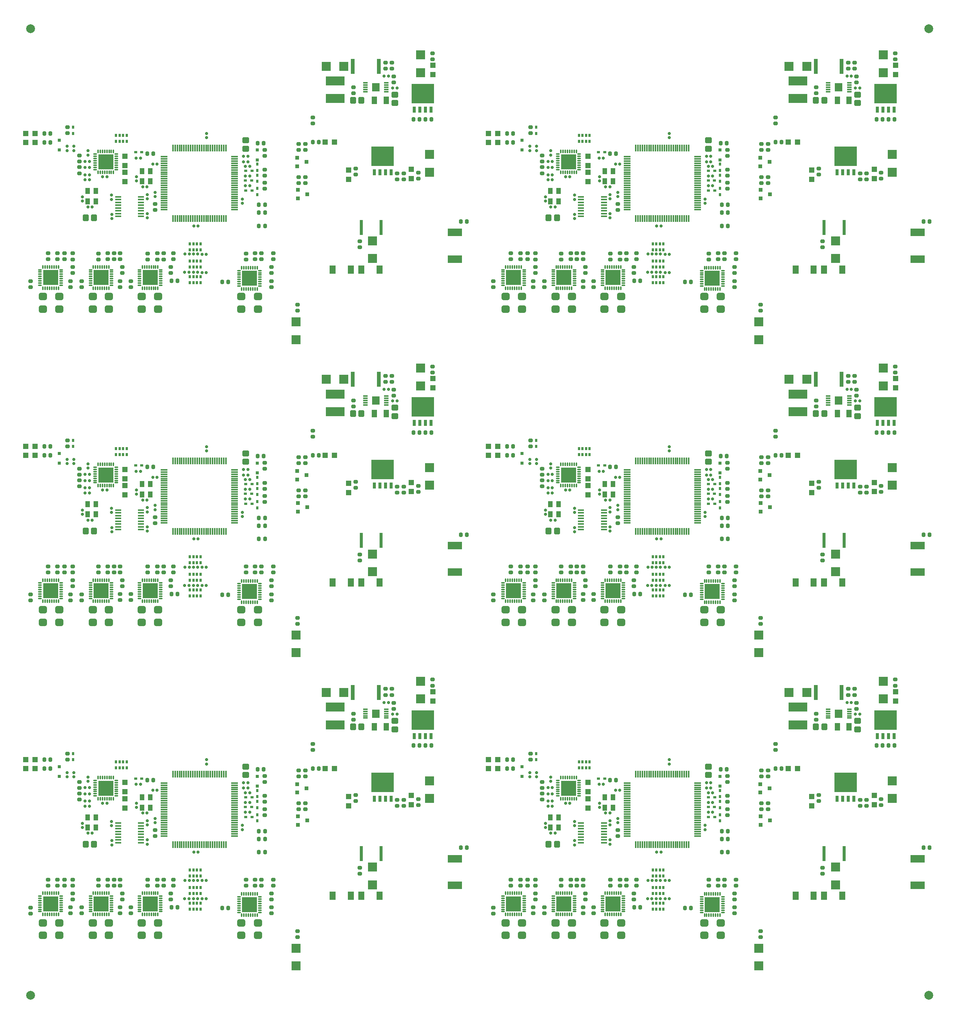
<source format=gbr>
*
%FSLAX24Y24*%
%MOIN*%
G04 A1 - i274x.roundedrectd11.d11 *
%AMA1top-paste*
1,1,0.000000,0.000000,-0.039350*
1,1,0.000000,0.000000,0.039350*
20,1,0.000000,0.000000,-0.039350,0.000000,0.039350,0.0*
1,1,0.000000,0.039350,0.000000*
1,1,0.000000,-0.039350,0.000000*
20,1,0.000000,0.039350,0.000000,-0.039350,0.000000,0.0*
1,1,0.078700,0.000000,0.000000*
1,1,0.078700,0.000000,0.000000*
1,1,0.078700,0.000000,0.000000*
1,1,0.078700,0.000000,0.000000*
%
G04 A2 - rect34x14xr5.8 *
%AMA2top-paste*
1,1,0.011600,-0.011200,-0.001200*
1,1,0.011600,-0.011200,0.001200*
20,1,0.011600,-0.011200,-0.001200,-0.011200,0.001200,0.0*
1,1,0.011600,-0.011200,0.001200*
1,1,0.011600,0.011200,0.001200*
20,1,0.011600,-0.011200,0.001200,0.011200,0.001200,0.0*
1,1,0.011600,0.011200,0.001200*
1,1,0.011600,0.011200,-0.001200*
20,1,0.011600,0.011200,0.001200,0.011200,-0.001200,0.0*
1,1,0.011600,0.011200,-0.001200*
1,1,0.011600,-0.011200,-0.001200*
20,1,0.011600,0.011200,-0.001200,-0.011200,-0.001200,0.0*
%
G04 A3 - rect14x34xr5.8 *
%AMA3top-paste*
1,1,0.011600,-0.001200,-0.011200*
1,1,0.011600,-0.001200,0.011200*
20,1,0.011600,-0.001200,-0.011200,-0.001200,0.011200,0.0*
1,1,0.011600,-0.001200,0.011200*
1,1,0.011600,0.001200,0.011200*
20,1,0.011600,-0.001200,0.011200,0.001200,0.011200,0.0*
1,1,0.011600,0.001200,0.011200*
1,1,0.011600,0.001200,-0.011200*
20,1,0.011600,0.001200,0.011200,0.001200,-0.011200,0.0*
1,1,0.011600,0.001200,-0.011200*
1,1,0.011600,-0.001200,-0.011200*
20,1,0.011600,0.001200,-0.011200,-0.001200,-0.011200,0.0*
%
G04 A4 - rect41.5x31.1xr6.9 *
%AMA4top-paste*
22,1,0.041500,0.017301,-0.020750,-0.008650,0.0*
1,1,0.013799,-0.013850,0.008650*
1,1,0.013799,0.013850,0.008650*
20,1,0.013799,-0.013850,0.008650,0.013850,0.008650,0.0*
1,1,0.013799,-0.013850,-0.008650*
1,1,0.013799,0.013850,-0.008650*
20,1,0.013799,-0.013850,-0.008650,0.013850,-0.008650,0.0*
%
G04 A5 - rect24x26xr5.4 *
%AMA5top-paste*
22,1,0.013200,0.026000,-0.006600,-0.013000,0.0*
1,1,0.010800,-0.006600,-0.007600*
1,1,0.010800,-0.006600,0.007600*
20,1,0.010800,-0.006600,-0.007600,-0.006600,0.007600,0.0*
1,1,0.010800,0.006600,-0.007600*
1,1,0.010800,0.006600,0.007600*
20,1,0.010800,0.006600,-0.007600,0.006600,0.007600,0.0*
%
G04 A6 - rect26x24xr5.4 *
%AMA6top-paste*
22,1,0.026000,0.013200,-0.013000,-0.006600,0.0*
1,1,0.010800,-0.007600,0.006600*
1,1,0.010800,0.007600,0.006600*
20,1,0.010800,-0.007600,0.006600,0.007600,0.006600,0.0*
1,1,0.010800,-0.007600,-0.006600*
1,1,0.010800,0.007600,-0.006600*
20,1,0.010800,-0.007600,-0.006600,0.007600,-0.006600,0.0*
%
G04 A7 - rect73.1x65.1xr16.8 *
%AMA7top-paste*
22,1,0.073100,0.031500,-0.036550,-0.015750,0.0*
1,1,0.033600,-0.019750,0.015750*
1,1,0.033600,0.019750,0.015750*
20,1,0.033600,-0.019750,0.015750,0.019750,0.015750,0.0*
1,1,0.033600,-0.019750,-0.015750*
1,1,0.033600,0.019750,-0.015750*
20,1,0.033600,-0.019750,-0.015750,0.019750,-0.015750,0.0*
%
G04 A8 - rect31.1x41.5xr6.9 *
%AMA8top-paste*
22,1,0.017301,0.041500,-0.008650,-0.020750,0.0*
1,1,0.013799,-0.008650,-0.013850*
1,1,0.013799,-0.008650,0.013850*
20,1,0.013799,-0.008650,-0.013850,-0.008650,0.013850,0.0*
1,1,0.013799,0.008650,-0.013850*
1,1,0.013799,0.008650,0.013850*
20,1,0.013799,0.008650,-0.013850,0.008650,0.013850,0.0*
%
G04 A9 - rect62x54xr14 *
%AMA9top-paste*
22,1,0.062000,0.026000,-0.031000,-0.013000,0.0*
1,1,0.028000,-0.017000,0.013000*
1,1,0.028000,0.017000,0.013000*
20,1,0.028000,-0.017000,0.013000,0.017000,0.013000,0.0*
1,1,0.028000,-0.017000,-0.013000*
1,1,0.028000,0.017000,-0.013000*
20,1,0.028000,-0.017000,-0.013000,0.017000,-0.013000,0.0*
%
G04 A10 - rect54x62xr14 *
%AMA10top-paste*
22,1,0.026000,0.062000,-0.013000,-0.031000,0.0*
1,1,0.028000,-0.013000,-0.017000*
1,1,0.028000,-0.013000,0.017000*
20,1,0.028000,-0.013000,-0.017000,-0.013000,0.017000,0.0*
1,1,0.028000,0.013000,-0.017000*
1,1,0.028000,0.013000,0.017000*
20,1,0.028000,0.013000,-0.017000,0.013000,0.017000,0.0*
%
%ADD10C,0.001000*%
%ADD11C,0.002000*%
%ADD12R,0.008000X0.008000*%
%ADD13C,0.004000*%
%ADD14R,0.016000X0.016000*%
%ADD15R,0.004000X0.004000*%
%ADD16A1top-paste*%
%ADD17R,0.137000X0.137000*%
%ADD18A2top-paste*%
%ADD19A3top-paste*%
%ADD20R,0.037400X0.131900*%
%ADD21A4top-paste*%
%ADD22R,0.025600X0.133900*%
%ADD23A5top-paste*%
%ADD24A6top-paste*%
%ADD25R,0.026000X0.026000*%
%ADD26R,0.199000X0.172000*%
%ADD27R,0.030000X0.058000*%
%ADD28R,0.044000X0.054000*%
%ADD29R,0.050000X0.050000*%
%ADD30R,0.128000X0.065000*%
%ADD31R,0.038000X0.034000*%
%ADD32R,0.030000X0.022000*%
%ADD33R,0.022000X0.030000*%
%ADD34R,0.081000X0.081000*%
%ADD35R,0.052000X0.017000*%
%ADD36A7top-paste*%
%ADD37A8top-paste*%
%ADD38R,0.056300X0.072900*%
%ADD39R,0.022000X0.028000*%
%ADD40A9top-paste*%
%ADD41A10top-paste*%
%ADD42R,0.167400X0.082700*%
%ADD43R,0.045300X0.068900*%
%ADD44R,0.042200X0.013800*%
%ADD45R,0.070100X0.076800*%
%ADD46R,0.062000X0.014000*%
%ADD47R,0.014000X0.062000*%
%IPPOS*%
%LNtop-paste.gbr*%
%LPD*%
G75*
G54D10*
X032496Y018950D02*
X032533Y018914D01*
Y018780D01*
X032496Y018743D01*
X032360D01*
X032323Y018780D01*
Y018914D01*
X032360Y018950D01*
X032496D01*
G54D11*
X032332Y018778D02*
X032524D01*
X032332Y018916D02*
X032524D01*
X032362Y018748D02*
X032494D01*
X032352Y018758D02*
X032504D01*
X032342Y018768D02*
X032514D01*
X032362Y018748D02*
X032328Y018782D01*
X032528D02*
X032494Y018748D01*
X032362D01*
G54D12*
X032358Y018818D02*
X032498D01*
X032358Y018876D02*
X032498D01*
G54D11*
X032343Y018926D02*
X032513D01*
X032352Y018936D02*
X032504D01*
X032362Y018945D02*
X032494D01*
X032328Y018912D02*
X032362Y018945D01*
X032494D02*
X032528Y018912D01*
X032362Y018945D02*
X032494D01*
G54D10*
X033243Y018930D02*
Y018724D01*
X033132D01*
X033076Y018780D01*
Y018894D01*
X033112Y018930D01*
X033243D01*
G54D11*
X033085Y018896D02*
X033238D01*
X033085Y018778D02*
X033238D01*
G54D12*
X033111Y018818D02*
X033208D01*
X033111Y018856D02*
X033208D01*
G54D11*
X033134Y018729D02*
X033238D01*
X033121Y018742D02*
X033238D01*
X033108Y018755D02*
X033238D01*
X033095Y018768D02*
X033238D01*
X033134Y018729D02*
X033081Y018782D01*
X033238Y018778D02*
Y018729D01*
X033134D01*
X033095Y018906D02*
X033238D01*
X033105Y018916D02*
X033238D01*
X033114Y018925D02*
X033238D01*
X033081Y018892D02*
X033114Y018925D01*
X033238D02*
Y018896D01*
X033114Y018925D02*
X033238D01*
G54D10*
X023216Y018664D02*
X023273Y018607D01*
Y018491D01*
X023236Y018454D01*
X023113D01*
Y018664D01*
X023216D01*
G54D11*
X023118Y018489D02*
X023264D01*
X023118Y018609D02*
X023264D01*
X023118Y018459D02*
X023234D01*
X023118Y018469D02*
X023244D01*
X023118Y018479D02*
X023254D01*
X023118Y018459D02*
Y018489D01*
X023268Y018493D02*
X023234Y018459D01*
X023118D01*
G54D12*
X023148Y018529D02*
X023238D01*
X023148Y018569D02*
X023238D01*
G54D11*
X023118Y018619D02*
X023254D01*
X023118Y018632D02*
X023241D01*
X023118Y018646D02*
X023227D01*
X023118Y018659D02*
X023214D01*
X023118Y018609D02*
Y018659D01*
X023214D02*
X023268Y018605D01*
X023118Y018659D02*
X023214D01*
G54D10*
X015467Y018999D02*
Y018793D01*
X015356D01*
X015300Y018849D01*
Y018963D01*
X015337Y018999D01*
X015467D01*
G54D11*
X015309Y018965D02*
X015462D01*
X015309Y018847D02*
X015462D01*
G54D12*
X015335Y018887D02*
X015432D01*
X015335Y018925D02*
X015432D01*
G54D11*
X015358Y018798D02*
X015462D01*
X015345Y018811D02*
X015462D01*
X015332Y018824D02*
X015462D01*
X015319Y018837D02*
X015462D01*
X015358Y018798D02*
X015305Y018851D01*
X015462Y018847D02*
Y018798D01*
X015358D01*
X015320Y018975D02*
X015462D01*
X015329Y018985D02*
X015462D01*
X015339Y018994D02*
X015462D01*
X015305Y018961D02*
X015339Y018994D01*
X015462D02*
Y018965D01*
X015339Y018994D02*
X015462D01*
G54D10*
X032096Y018970D02*
X032153Y018914D01*
Y018799D01*
X032116Y018763D01*
X031993D01*
Y018970D01*
X032096D01*
G54D11*
X031998Y018797D02*
X032144D01*
X031998Y018916D02*
X032144D01*
X031998Y018768D02*
X032114D01*
X031998Y018778D02*
X032124D01*
X031998Y018787D02*
X032133D01*
X031998Y018768D02*
Y018797D01*
X032148Y018801D02*
X032114Y018768D01*
X031998D01*
G54D12*
X032028Y018837D02*
X032118D01*
X032028Y018876D02*
X032118D01*
G54D11*
X031998Y018926D02*
X032134D01*
X031998Y018939D02*
X032120D01*
X031998Y018952D02*
X032107D01*
X031998Y018965D02*
X032094D01*
X031998Y018916D02*
Y018965D01*
X032094D02*
X032148Y018912D01*
X031998Y018965D02*
X032094D01*
G54D10*
X032872Y018950D02*
X032908Y018914D01*
Y018780D01*
X032872Y018743D01*
X032738D01*
X032702Y018780D01*
Y018914D01*
X032738Y018950D01*
X032872D01*
G54D11*
X032711Y018778D02*
X032899D01*
X032711Y018916D02*
X032899D01*
X032740Y018748D02*
X032870D01*
X032730Y018758D02*
X032880D01*
X032721Y018768D02*
X032889D01*
X032740Y018748D02*
X032707Y018782D01*
X032903D02*
X032870Y018748D01*
X032740D01*
G54D12*
X032737Y018818D02*
X032873D01*
X032737Y018876D02*
X032873D01*
G54D11*
X032721Y018926D02*
X032889D01*
X032731Y018936D02*
X032879D01*
X032740Y018945D02*
X032870D01*
X032707Y018912D02*
X032740Y018945D01*
X032870D02*
X032903Y018912D01*
X032740Y018945D02*
X032870D01*
G54D10*
X023992Y018644D02*
X024028Y018607D01*
Y018471D01*
X023992Y018434D01*
X023858D01*
X023822Y018471D01*
Y018607D01*
X023858Y018644D01*
X023992D01*
G54D11*
X023831Y018469D02*
X024019D01*
X023831Y018609D02*
X024019D01*
X023860Y018439D02*
X023990D01*
X023850Y018449D02*
X024000D01*
X023841Y018459D02*
X024009D01*
X023860Y018439D02*
X023827Y018473D01*
X024023D02*
X023990Y018439D01*
X023860D01*
G54D12*
X023857Y018509D02*
X023993D01*
X023857Y018569D02*
X023993D01*
G54D11*
X023841Y018619D02*
X024009D01*
X023850Y018629D02*
X024000D01*
X023860Y018639D02*
X023990D01*
X023827Y018605D02*
X023860Y018639D01*
X023990D02*
X024023Y018605D01*
X023860Y018639D02*
X023990D01*
G54D10*
X023616Y018644D02*
X023653Y018607D01*
Y018471D01*
X023616Y018434D01*
X023480D01*
X023443Y018471D01*
Y018607D01*
X023480Y018644D01*
X023616D01*
G54D11*
X023452Y018469D02*
X023644D01*
X023452Y018609D02*
X023644D01*
X023482Y018439D02*
X023614D01*
X023472Y018449D02*
X023624D01*
X023462Y018459D02*
X023634D01*
X023482Y018439D02*
X023448Y018473D01*
X023648D02*
X023614Y018439D01*
X023482D01*
G54D12*
X023478Y018509D02*
X023618D01*
X023478Y018569D02*
X023618D01*
G54D11*
X023462Y018619D02*
X023634D01*
X023472Y018629D02*
X023624D01*
X023482Y018639D02*
X023614D01*
X023448Y018605D02*
X023482Y018639D01*
X023614D02*
X023648Y018605D01*
X023482Y018639D02*
X023614D01*
G54D10*
X019976Y018644D02*
Y018434D01*
X019865D01*
X019809Y018491D01*
Y018607D01*
X019846Y018644D01*
X019976D01*
G54D11*
X019818Y018609D02*
X019971D01*
X019818Y018489D02*
X019971D01*
G54D12*
X019844Y018529D02*
X019941D01*
X019844Y018569D02*
X019941D01*
G54D11*
X019867Y018439D02*
X019971D01*
X019854Y018452D02*
X019971D01*
X019841Y018466D02*
X019971D01*
X019828Y018479D02*
X019971D01*
X019867Y018439D02*
X019814Y018493D01*
X019971Y018489D02*
Y018439D01*
X019867D01*
X019828Y018619D02*
X019971D01*
X019838Y018629D02*
X019971D01*
X019848Y018639D02*
X019971D01*
X019814Y018605D02*
X019848Y018639D01*
X019971D02*
Y018609D01*
X019848Y018639D02*
X019971D01*
G54D10*
X018830Y018664D02*
X018887Y018607D01*
Y018491D01*
X018850Y018454D01*
X018727D01*
Y018664D01*
X018830D01*
G54D11*
X018732Y018489D02*
X018878D01*
X018732Y018609D02*
X018878D01*
X018732Y018459D02*
X018848D01*
X018732Y018469D02*
X018858D01*
X018732Y018479D02*
X018868D01*
X018732Y018459D02*
Y018489D01*
X018882Y018493D02*
X018848Y018459D01*
X018732D01*
G54D12*
X018762Y018529D02*
X018852D01*
X018762Y018569D02*
X018852D01*
G54D11*
X018732Y018619D02*
X018868D01*
X018732Y018632D02*
X018855D01*
X018732Y018646D02*
X018841D01*
X018732Y018659D02*
X018828D01*
X018732Y018609D02*
Y018659D01*
X018828D02*
X018882Y018605D01*
X018732Y018659D02*
X018828D01*
G54D10*
X014321Y018664D02*
X014378Y018607D01*
Y018491D01*
X014341Y018454D01*
X014218D01*
Y018664D01*
X014321D01*
G54D11*
X014223Y018489D02*
X014369D01*
X014223Y018609D02*
X014369D01*
X014223Y018459D02*
X014339D01*
X014223Y018469D02*
X014349D01*
X014223Y018479D02*
X014359D01*
X014223Y018459D02*
Y018489D01*
X014373Y018493D02*
X014339Y018459D01*
X014223D01*
G54D12*
X014253Y018529D02*
X014343D01*
X014253Y018569D02*
X014343D01*
G54D11*
X014223Y018619D02*
X014359D01*
X014223Y018632D02*
X014346D01*
X014223Y018646D02*
X014332D01*
X014223Y018659D02*
X014319D01*
X014223Y018609D02*
Y018659D01*
X014319D02*
X014373Y018605D01*
X014223Y018659D02*
X014319D01*
G54D10*
X024363Y018644D02*
Y018434D01*
X024252D01*
X024196Y018491D01*
Y018607D01*
X024232Y018644D01*
X024363D01*
G54D11*
X024205Y018609D02*
X024358D01*
X024205Y018489D02*
X024358D01*
G54D12*
X024231Y018529D02*
X024328D01*
X024231Y018569D02*
X024328D01*
G54D11*
X024254Y018439D02*
X024358D01*
X024241Y018452D02*
X024358D01*
X024228Y018466D02*
X024358D01*
X024215Y018479D02*
X024358D01*
X024254Y018439D02*
X024201Y018493D01*
X024358Y018489D02*
Y018439D01*
X024254D01*
X024215Y018619D02*
X024358D01*
X024224Y018629D02*
X024358D01*
X024234Y018639D02*
X024358D01*
X024201Y018605D02*
X024234Y018639D01*
X024358D02*
Y018609D01*
X024234Y018639D02*
X024358D01*
G54D10*
X019976Y018999D02*
Y018793D01*
X019865D01*
X019809Y018849D01*
Y018963D01*
X019846Y018999D01*
X019976D01*
G54D11*
X019818Y018965D02*
X019971D01*
X019818Y018847D02*
X019971D01*
G54D12*
X019844Y018887D02*
X019941D01*
X019844Y018925D02*
X019941D01*
G54D11*
X019867Y018798D02*
X019971D01*
X019854Y018811D02*
X019971D01*
X019841Y018824D02*
X019971D01*
X019828Y018837D02*
X019971D01*
X019867Y018798D02*
X019814Y018851D01*
X019971Y018847D02*
Y018798D01*
X019867D01*
X019829Y018975D02*
X019971D01*
X019838Y018985D02*
X019971D01*
X019848Y018994D02*
X019971D01*
X019814Y018961D02*
X019848Y018994D01*
X019971D02*
Y018965D01*
X019848Y018994D02*
X019971D01*
G54D10*
X018830Y019039D02*
X018887Y018982D01*
Y018868D01*
X018850Y018832D01*
X018727D01*
Y019039D01*
X018830D01*
G54D11*
X018732Y018866D02*
X018878D01*
X018732Y018984D02*
X018878D01*
X018732Y018837D02*
X018848D01*
X018732Y018847D02*
X018858D01*
X018732Y018856D02*
X018867D01*
X018732Y018837D02*
Y018866D01*
X018882Y018870D02*
X018848Y018837D01*
X018732D01*
G54D12*
X018762Y018906D02*
X018852D01*
X018762Y018944D02*
X018852D01*
G54D11*
X018732Y018994D02*
X018868D01*
X018732Y019007D02*
X018855D01*
X018732Y019021D02*
X018841D01*
X018732Y019034D02*
X018828D01*
X018732Y018984D02*
Y019034D01*
X018828D02*
X018882Y018980D01*
X018732Y019034D02*
X018828D01*
G54D10*
X014321Y019039D02*
X014378Y018982D01*
Y018868D01*
X014341Y018832D01*
X014218D01*
Y019039D01*
X014321D01*
G54D11*
X014223Y018866D02*
X014369D01*
X014223Y018984D02*
X014369D01*
X014223Y018837D02*
X014339D01*
X014223Y018847D02*
X014349D01*
X014223Y018856D02*
X014358D01*
X014223Y018837D02*
Y018866D01*
X014373Y018870D02*
X014339Y018837D01*
X014223D01*
G54D12*
X014253Y018906D02*
X014343D01*
X014253Y018944D02*
X014343D01*
G54D11*
X014223Y018994D02*
X014359D01*
X014223Y019007D02*
X014346D01*
X014223Y019021D02*
X014332D01*
X014223Y019034D02*
X014319D01*
X014223Y018984D02*
Y019034D01*
X014319D02*
X014373Y018980D01*
X014223Y019034D02*
X014319D01*
G54D10*
X023992Y019019D02*
X024028Y018982D01*
Y018849D01*
X023992Y018812D01*
X023858D01*
X023822Y018849D01*
Y018982D01*
X023858Y019019D01*
X023992D01*
G54D11*
X023831Y018847D02*
X024019D01*
X023831Y018984D02*
X024019D01*
X023860Y018817D02*
X023990D01*
X023850Y018827D02*
X024000D01*
X023841Y018837D02*
X024009D01*
X023860Y018817D02*
X023827Y018851D01*
X024023D02*
X023990Y018817D01*
X023860D01*
G54D12*
X023857Y018887D02*
X023993D01*
X023857Y018944D02*
X023993D01*
G54D11*
X023841Y018994D02*
X024009D01*
X023850Y019004D02*
X024000D01*
X023860Y019014D02*
X023990D01*
X023827Y018980D02*
X023860Y019014D01*
X023990D02*
X024023Y018980D01*
X023860Y019014D02*
X023990D01*
G54D10*
X032173Y019285D02*
Y019193D01*
X032096Y019117D01*
X031993D01*
Y019285D01*
X032173D01*
G54D11*
X031998Y019191D02*
X032164D01*
X031998Y019122D02*
X032094D01*
X031998Y019137D02*
X032109D01*
X031998Y019152D02*
X032124D01*
X031998Y019166D02*
X032139D01*
X031998Y019181D02*
X032154D01*
X031998Y019122D02*
Y019191D01*
X032168Y019195D02*
X032094Y019122D01*
X031998D01*
G54D12*
X032028Y019231D02*
X032138D01*
X032028Y019250D02*
X032138D01*
G54D10*
X033243Y019285D02*
Y019098D01*
X033152D01*
X033076Y019174D01*
Y019285D01*
X033243D01*
G54D11*
X033085Y019172D02*
X033238D01*
G54D12*
X033111Y019212D02*
X033208D01*
X033111Y019250D02*
X033208D01*
G54D11*
X033154Y019103D02*
X033238D01*
X033139Y019118D02*
X033238D01*
X033125Y019133D02*
X033238D01*
X033110Y019147D02*
X033238D01*
X033095Y019162D02*
X033238D01*
X033154Y019103D02*
X033081Y019176D01*
X033238Y019172D02*
Y019103D01*
X033154D01*
G54D10*
X023216Y019039D02*
X023273Y018982D01*
Y018868D01*
X023236Y018832D01*
X023113D01*
Y019039D01*
X023216D01*
G54D11*
X023118Y018866D02*
X023264D01*
X023118Y018984D02*
X023264D01*
X023118Y018837D02*
X023234D01*
X023118Y018847D02*
X023244D01*
X023118Y018856D02*
X023253D01*
X023118Y018837D02*
Y018866D01*
X023268Y018870D02*
X023234Y018837D01*
X023118D01*
G54D12*
X023148Y018906D02*
X023238D01*
X023148Y018944D02*
X023238D01*
G54D11*
X023118Y018994D02*
X023254D01*
X023118Y019007D02*
X023241D01*
X023118Y019021D02*
X023227D01*
X023118Y019034D02*
X023214D01*
X023118Y018984D02*
Y019034D01*
X023214D02*
X023268Y018980D01*
X023118Y019034D02*
X023214D01*
G54D10*
X015096Y019019D02*
X015133Y018982D01*
Y018849D01*
X015096Y018812D01*
X014963D01*
X014926Y018849D01*
Y018982D01*
X014963Y019019D01*
X015096D01*
G54D11*
X014935Y018847D02*
X015124D01*
X014935Y018984D02*
X015124D01*
X014965Y018817D02*
X015094D01*
X014955Y018827D02*
X015104D01*
X014945Y018837D02*
X015114D01*
X014965Y018817D02*
X014931Y018851D01*
X015128D02*
X015094Y018817D01*
X014965D01*
G54D12*
X014961Y018887D02*
X015098D01*
X014961Y018944D02*
X015098D01*
G54D11*
X014945Y018994D02*
X015114D01*
X014955Y019004D02*
X015104D01*
X014965Y019014D02*
X015094D01*
X014931Y018980D02*
X014965Y019014D01*
X015094D02*
X015128Y018980D01*
X014965Y019014D02*
X015094D01*
G54D10*
X014721Y019019D02*
X014758Y018982D01*
Y018849D01*
X014721Y018812D01*
X014585D01*
X014548Y018849D01*
Y018982D01*
X014585Y019019D01*
X014721D01*
G54D11*
X014557Y018847D02*
X014749D01*
X014557Y018984D02*
X014749D01*
X014587Y018817D02*
X014719D01*
X014577Y018827D02*
X014729D01*
X014567Y018837D02*
X014739D01*
X014587Y018817D02*
X014553Y018851D01*
X014753D02*
X014719Y018817D01*
X014587D01*
G54D12*
X014583Y018887D02*
X014723D01*
X014583Y018944D02*
X014723D01*
G54D11*
X014567Y018994D02*
X014739D01*
X014577Y019004D02*
X014729D01*
X014587Y019014D02*
X014719D01*
X014553Y018980D02*
X014587Y019014D01*
X014719D02*
X014753Y018980D01*
X014587Y019014D02*
X014719D01*
G54D10*
X024363Y018999D02*
Y018793D01*
X024252D01*
X024196Y018849D01*
Y018963D01*
X024232Y018999D01*
X024363D01*
G54D11*
X024205Y018965D02*
X024358D01*
X024205Y018847D02*
X024358D01*
G54D12*
X024231Y018887D02*
X024328D01*
X024231Y018925D02*
X024328D01*
G54D11*
X024254Y018798D02*
X024358D01*
X024241Y018811D02*
X024358D01*
X024228Y018824D02*
X024358D01*
X024215Y018837D02*
X024358D01*
X024254Y018798D02*
X024201Y018851D01*
X024358Y018847D02*
Y018798D01*
X024254D01*
X024215Y018975D02*
X024358D01*
X024225Y018985D02*
X024358D01*
X024234Y018994D02*
X024358D01*
X024201Y018961D02*
X024234Y018994D01*
X024358D02*
Y018965D01*
X024234Y018994D02*
X024358D01*
G54D10*
X023616Y019019D02*
X023653Y018982D01*
Y018849D01*
X023616Y018812D01*
X023480D01*
X023443Y018849D01*
Y018982D01*
X023480Y019019D01*
X023616D01*
G54D11*
X023452Y018847D02*
X023644D01*
X023452Y018984D02*
X023644D01*
X023482Y018817D02*
X023614D01*
X023472Y018827D02*
X023624D01*
X023462Y018837D02*
X023634D01*
X023482Y018817D02*
X023448Y018851D01*
X023648D02*
X023614Y018817D01*
X023482D01*
G54D12*
X023478Y018887D02*
X023618D01*
X023478Y018944D02*
X023618D01*
G54D11*
X023462Y018994D02*
X023634D01*
X023472Y019004D02*
X023624D01*
X023482Y019014D02*
X023614D01*
X023448Y018980D02*
X023482Y019014D01*
X023614D02*
X023648Y018980D01*
X023482Y019014D02*
X023614D01*
G54D10*
X019605Y019019D02*
X019642Y018982D01*
Y018849D01*
X019605Y018812D01*
X019472D01*
X019435Y018849D01*
Y018982D01*
X019472Y019019D01*
X019605D01*
G54D11*
X019444Y018847D02*
X019633D01*
X019444Y018984D02*
X019633D01*
X019474Y018817D02*
X019603D01*
X019464Y018827D02*
X019613D01*
X019454Y018837D02*
X019623D01*
X019474Y018817D02*
X019440Y018851D01*
X019637D02*
X019603Y018817D01*
X019474D01*
G54D12*
X019470Y018887D02*
X019607D01*
X019470Y018944D02*
X019607D01*
G54D11*
X019454Y018994D02*
X019623D01*
X019464Y019004D02*
X019613D01*
X019474Y019014D02*
X019603D01*
X019440Y018980D02*
X019474Y019014D01*
X019603D02*
X019637Y018980D01*
X019474Y019014D02*
X019603D01*
G54D10*
X019230Y019019D02*
X019267Y018982D01*
Y018849D01*
X019230Y018812D01*
X019094D01*
X019057Y018849D01*
Y018982D01*
X019094Y019019D01*
X019230D01*
G54D11*
X019066Y018847D02*
X019258D01*
X019066Y018984D02*
X019258D01*
X019096Y018817D02*
X019228D01*
X019086Y018827D02*
X019238D01*
X019076Y018837D02*
X019248D01*
X019096Y018817D02*
X019062Y018851D01*
X019262D02*
X019228Y018817D01*
X019096D01*
G54D12*
X019092Y018887D02*
X019232D01*
X019092Y018944D02*
X019232D01*
G54D11*
X019076Y018994D02*
X019248D01*
X019086Y019004D02*
X019238D01*
X019096Y019014D02*
X019228D01*
X019062Y018980D02*
X019096Y019014D01*
X019228D02*
X019262Y018980D01*
X019096Y019014D02*
X019228D01*
G54D10*
X018810Y018284D02*
X018887Y018207D01*
Y018104D01*
X018727D01*
Y018284D01*
X018810D01*
G54D11*
X018732Y018209D02*
X018878D01*
G54D12*
X018762Y018139D02*
X018852D01*
X018762Y018169D02*
X018852D01*
G54D13*
X018742Y018229D02*
X018844D01*
X018742Y018249D02*
X018824D01*
X018742Y018269D02*
X018804D01*
G54D11*
X018732Y018209D02*
Y018279D01*
X018808D02*
X018882Y018205D01*
G54D13*
X018742Y018209D02*
Y018269D01*
X018804D02*
X018872Y018201D01*
G54D11*
X018732Y018279D02*
X018808D01*
G54D10*
X015467Y018264D02*
Y018104D01*
X015281D01*
Y018187D01*
X015356Y018264D01*
X015467D01*
G54D11*
X015290Y018189D02*
X015462D01*
G54D12*
X015316Y018139D02*
X015432D01*
X015316Y018149D02*
X015432D01*
G54D13*
X015323Y018209D02*
X015452D01*
X015343Y018229D02*
X015452D01*
X015362Y018249D02*
X015452D01*
G54D11*
X015286Y018185D02*
X015358Y018259D01*
X015462D02*
Y018189D01*
G54D13*
X015296Y018181D02*
X015362Y018249D01*
X015452D02*
Y018189D01*
G54D11*
X015358Y018259D02*
X015462D01*
G54D10*
X015096Y018264D02*
X015133Y018227D01*
Y018104D01*
X014926D01*
Y018207D01*
X014982Y018264D01*
X015096D01*
G54D11*
X014935Y018209D02*
X015128D01*
X014954Y018229D02*
X015124D01*
G54D12*
X014961Y018139D02*
X015098D01*
X014961Y018169D02*
X015098D01*
G54D11*
X014945Y018219D02*
X015128D01*
X014945D02*
X015128D01*
X014931Y018205D02*
X014948Y018222D01*
X015128Y018225D02*
Y018209D01*
X014965Y018239D02*
X015114D01*
X014974Y018249D02*
X015104D01*
X014984Y018259D02*
X015094D01*
X014948Y018222D02*
X014984Y018259D01*
X015094D02*
X015128Y018225D01*
X014984Y018259D02*
X015094D01*
G54D10*
X019976Y018264D02*
Y018104D01*
X019790D01*
Y018187D01*
X019865Y018264D01*
X019976D01*
G54D11*
X019799Y018189D02*
X019971D01*
G54D12*
X019825Y018139D02*
X019941D01*
X019825Y018149D02*
X019941D01*
G54D13*
X019832Y018209D02*
X019961D01*
X019852Y018229D02*
X019961D01*
X019871Y018249D02*
X019961D01*
G54D11*
X019795Y018185D02*
X019867Y018259D01*
X019971D02*
Y018189D01*
G54D13*
X019805Y018181D02*
X019871Y018249D01*
X019961D02*
Y018189D01*
G54D11*
X019867Y018259D02*
X019971D01*
G54D10*
X019605Y018264D02*
X019642Y018227D01*
Y018104D01*
X019435D01*
Y018207D01*
X019491Y018264D01*
X019605D01*
G54D11*
X019444Y018209D02*
X019637D01*
X019463Y018229D02*
X019633D01*
G54D12*
X019470Y018139D02*
X019607D01*
X019470Y018169D02*
X019607D01*
G54D11*
X019454Y018219D02*
X019637D01*
X019454D02*
X019637D01*
X019440Y018205D02*
X019457Y018222D01*
X019637Y018225D02*
Y018209D01*
X019474Y018239D02*
X019623D01*
X019483Y018249D02*
X019613D01*
X019493Y018259D02*
X019603D01*
X019457Y018222D02*
X019493Y018259D01*
X019603D02*
X019637Y018225D01*
X019493Y018259D02*
X019603D01*
G54D10*
X019210Y018264D02*
X019247Y018227D01*
Y018104D01*
X019037D01*
Y018207D01*
X019094Y018264D01*
X019210D01*
G54D11*
X019046Y018209D02*
X019242D01*
X019066Y018229D02*
X019238D01*
G54D12*
X019072Y018139D02*
X019212D01*
X019072Y018169D02*
X019212D01*
G54D11*
X019056Y018219D02*
X019242D01*
X019056D02*
X019242D01*
X019042Y018205D02*
X019059Y018222D01*
X019242Y018225D02*
Y018209D01*
X019076Y018239D02*
X019228D01*
X019086Y018249D02*
X019218D01*
X019096Y018259D02*
X019208D01*
X019059Y018222D02*
X019096Y018259D01*
X019208D02*
X019242Y018225D01*
X019096Y018259D02*
X019208D01*
G54D10*
X032872Y018195D02*
X032908Y018158D01*
Y018035D01*
X032702D01*
Y018138D01*
X032758Y018195D01*
X032872D01*
G54D11*
X032711Y018140D02*
X032903D01*
X032730Y018160D02*
X032899D01*
G54D12*
X032737Y018070D02*
X032873D01*
X032737Y018100D02*
X032873D01*
G54D11*
X032721Y018150D02*
X032903D01*
X032721D02*
X032903D01*
X032707Y018136D02*
X032724Y018153D01*
X032903Y018156D02*
Y018140D01*
X032741Y018170D02*
X032889D01*
X032750Y018180D02*
X032880D01*
X032760Y018190D02*
X032870D01*
X032724Y018153D02*
X032760Y018190D01*
X032870D02*
X032903Y018156D01*
X032760Y018190D02*
X032870D01*
G54D10*
X032476Y018195D02*
X032513Y018158D01*
Y018035D01*
X032303D01*
Y018138D01*
X032360Y018195D01*
X032476D01*
G54D11*
X032312Y018140D02*
X032508D01*
X032332Y018160D02*
X032504D01*
G54D12*
X032338Y018070D02*
X032478D01*
X032338Y018100D02*
X032478D01*
G54D11*
X032322Y018150D02*
X032508D01*
X032322D02*
X032508D01*
X032308Y018136D02*
X032325Y018153D01*
X032508Y018156D02*
Y018140D01*
X032342Y018170D02*
X032494D01*
X032352Y018180D02*
X032484D01*
X032362Y018190D02*
X032474D01*
X032325Y018153D02*
X032362Y018190D01*
X032474D02*
X032508Y018156D01*
X032362Y018190D02*
X032474D01*
G54D10*
X032076Y018215D02*
X032153Y018138D01*
Y018035D01*
X031993D01*
Y018215D01*
X032076D01*
G54D11*
X031998Y018140D02*
X032144D01*
G54D12*
X032028Y018070D02*
X032118D01*
X032028Y018100D02*
X032118D01*
G54D13*
X032008Y018160D02*
X032110D01*
X032008Y018180D02*
X032090D01*
X032008Y018200D02*
X032070D01*
G54D11*
X031998Y018140D02*
Y018210D01*
X032074D02*
X032148Y018136D01*
G54D13*
X032008Y018140D02*
Y018200D01*
X032070D02*
X032138Y018132D01*
G54D11*
X031998Y018210D02*
X032074D01*
G54D10*
X014701Y018264D02*
X014738Y018227D01*
Y018104D01*
X014528D01*
Y018207D01*
X014585Y018264D01*
X014701D01*
G54D11*
X014537Y018209D02*
X014733D01*
X014557Y018229D02*
X014729D01*
G54D12*
X014563Y018139D02*
X014703D01*
X014563Y018169D02*
X014703D01*
G54D11*
X014547Y018219D02*
X014733D01*
X014547D02*
X014733D01*
X014533Y018205D02*
X014550Y018222D01*
X014733Y018225D02*
Y018209D01*
X014567Y018239D02*
X014719D01*
X014577Y018249D02*
X014709D01*
X014587Y018259D02*
X014699D01*
X014550Y018222D02*
X014587Y018259D01*
X014699D02*
X014733Y018225D01*
X014587Y018259D02*
X014699D01*
G54D10*
X014301Y018284D02*
X014378Y018207D01*
Y018104D01*
X014218D01*
Y018284D01*
X014301D01*
G54D11*
X014223Y018209D02*
X014369D01*
G54D12*
X014253Y018139D02*
X014343D01*
X014253Y018169D02*
X014343D01*
G54D13*
X014233Y018229D02*
X014335D01*
X014233Y018249D02*
X014315D01*
X014233Y018269D02*
X014295D01*
G54D11*
X014223Y018209D02*
Y018279D01*
X014299D02*
X014373Y018205D01*
G54D13*
X014233Y018209D02*
Y018269D01*
X014295D02*
X014363Y018201D01*
G54D11*
X014223Y018279D02*
X014299D01*
G54D10*
X033243Y018195D02*
Y018035D01*
X033056D01*
Y018118D01*
X033132Y018195D01*
X033243D01*
G54D11*
X033065Y018120D02*
X033238D01*
G54D12*
X033091Y018070D02*
X033208D01*
X033091Y018080D02*
X033208D01*
G54D13*
X033099Y018140D02*
X033228D01*
X033119Y018160D02*
X033228D01*
X033138Y018180D02*
X033228D01*
G54D11*
X033061Y018116D02*
X033134Y018190D01*
X033238D02*
Y018120D01*
G54D13*
X033071Y018112D02*
X033138Y018180D01*
X033228D02*
Y018120D01*
G54D11*
X033134Y018190D02*
X033238D01*
G54D10*
X023196Y018284D02*
X023273Y018207D01*
Y018104D01*
X023113D01*
Y018284D01*
X023196D01*
G54D11*
X023118Y018209D02*
X023264D01*
G54D12*
X023148Y018139D02*
X023238D01*
X023148Y018169D02*
X023238D01*
G54D13*
X023128Y018229D02*
X023230D01*
X023128Y018249D02*
X023210D01*
X023128Y018269D02*
X023190D01*
G54D11*
X023118Y018209D02*
Y018279D01*
X023194D02*
X023268Y018205D01*
G54D13*
X023128Y018209D02*
Y018269D01*
X023190D02*
X023258Y018201D01*
G54D11*
X023118Y018279D02*
X023194D01*
G54D10*
X015096Y018644D02*
X015133Y018607D01*
Y018471D01*
X015096Y018434D01*
X014963D01*
X014926Y018471D01*
Y018607D01*
X014963Y018644D01*
X015096D01*
G54D11*
X014935Y018469D02*
X015124D01*
X014935Y018609D02*
X015124D01*
X014965Y018439D02*
X015094D01*
X014955Y018449D02*
X015104D01*
X014945Y018459D02*
X015114D01*
X014965Y018439D02*
X014931Y018473D01*
X015128D02*
X015094Y018439D01*
X014965D01*
G54D12*
X014961Y018509D02*
X015098D01*
X014961Y018569D02*
X015098D01*
G54D11*
X014945Y018619D02*
X015114D01*
X014955Y018629D02*
X015104D01*
X014965Y018639D02*
X015094D01*
X014931Y018605D02*
X014965Y018639D01*
X015094D02*
X015128Y018605D01*
X014965Y018639D02*
X015094D01*
G54D10*
X014721Y018644D02*
X014758Y018607D01*
Y018471D01*
X014721Y018434D01*
X014585D01*
X014548Y018471D01*
Y018607D01*
X014585Y018644D01*
X014721D01*
G54D11*
X014557Y018469D02*
X014749D01*
X014557Y018609D02*
X014749D01*
X014587Y018439D02*
X014719D01*
X014577Y018449D02*
X014729D01*
X014567Y018459D02*
X014739D01*
X014587Y018439D02*
X014553Y018473D01*
X014753D02*
X014719Y018439D01*
X014587D01*
G54D12*
X014583Y018509D02*
X014723D01*
X014583Y018569D02*
X014723D01*
G54D11*
X014567Y018619D02*
X014739D01*
X014577Y018629D02*
X014729D01*
X014587Y018639D02*
X014719D01*
X014553Y018605D02*
X014587Y018639D01*
X014719D02*
X014753Y018605D01*
X014587Y018639D02*
X014719D01*
G54D10*
X032096Y018595D02*
X032153Y018538D01*
Y018422D01*
X032116Y018385D01*
X031993D01*
Y018595D01*
X032096D01*
G54D11*
X031998Y018420D02*
X032144D01*
X031998Y018540D02*
X032144D01*
X031998Y018390D02*
X032114D01*
X031998Y018400D02*
X032124D01*
X031998Y018410D02*
X032134D01*
X031998Y018390D02*
Y018420D01*
X032148Y018424D02*
X032114Y018390D01*
X031998D01*
G54D12*
X032028Y018460D02*
X032118D01*
X032028Y018500D02*
X032118D01*
G54D11*
X031998Y018550D02*
X032134D01*
X031998Y018563D02*
X032121D01*
X031998Y018577D02*
X032107D01*
X031998Y018590D02*
X032094D01*
X031998Y018540D02*
Y018590D01*
X032094D02*
X032148Y018536D01*
X031998Y018590D02*
X032094D01*
G54D10*
X019605Y018644D02*
X019642Y018607D01*
Y018471D01*
X019605Y018434D01*
X019472D01*
X019435Y018471D01*
Y018607D01*
X019472Y018644D01*
X019605D01*
G54D11*
X019444Y018469D02*
X019633D01*
X019444Y018609D02*
X019633D01*
X019474Y018439D02*
X019603D01*
X019464Y018449D02*
X019613D01*
X019454Y018459D02*
X019623D01*
X019474Y018439D02*
X019440Y018473D01*
X019637D02*
X019603Y018439D01*
X019474D01*
G54D12*
X019470Y018509D02*
X019607D01*
X019470Y018569D02*
X019607D01*
G54D11*
X019454Y018619D02*
X019623D01*
X019464Y018629D02*
X019613D01*
X019474Y018639D02*
X019603D01*
X019440Y018605D02*
X019474Y018639D01*
X019603D02*
X019637Y018605D01*
X019474Y018639D02*
X019603D01*
G54D10*
X019230Y018644D02*
X019267Y018607D01*
Y018471D01*
X019230Y018434D01*
X019094D01*
X019057Y018471D01*
Y018607D01*
X019094Y018644D01*
X019230D01*
G54D11*
X019066Y018469D02*
X019258D01*
X019066Y018609D02*
X019258D01*
X019096Y018439D02*
X019228D01*
X019086Y018449D02*
X019238D01*
X019076Y018459D02*
X019248D01*
X019096Y018439D02*
X019062Y018473D01*
X019262D02*
X019228Y018439D01*
X019096D01*
G54D12*
X019092Y018509D02*
X019232D01*
X019092Y018569D02*
X019232D01*
G54D11*
X019076Y018619D02*
X019248D01*
X019086Y018629D02*
X019238D01*
X019096Y018639D02*
X019228D01*
X019062Y018605D02*
X019096Y018639D01*
X019228D02*
X019262Y018605D01*
X019096Y018639D02*
X019228D01*
G54D10*
X015467Y018644D02*
Y018434D01*
X015356D01*
X015300Y018491D01*
Y018607D01*
X015337Y018644D01*
X015467D01*
G54D11*
X015309Y018609D02*
X015462D01*
X015309Y018489D02*
X015462D01*
G54D12*
X015335Y018529D02*
X015432D01*
X015335Y018569D02*
X015432D01*
G54D11*
X015358Y018439D02*
X015462D01*
X015345Y018452D02*
X015462D01*
X015332Y018466D02*
X015462D01*
X015319Y018479D02*
X015462D01*
X015358Y018439D02*
X015305Y018493D01*
X015462Y018489D02*
Y018439D01*
X015358D01*
X015319Y018619D02*
X015462D01*
X015329Y018629D02*
X015462D01*
X015339Y018639D02*
X015462D01*
X015305Y018605D02*
X015339Y018639D01*
X015462D02*
Y018609D01*
X015339Y018639D02*
X015462D01*
G54D10*
X024363Y018264D02*
Y018104D01*
X024176D01*
Y018187D01*
X024252Y018264D01*
X024363D01*
G54D11*
X024185Y018189D02*
X024358D01*
G54D12*
X024211Y018139D02*
X024328D01*
X024211Y018149D02*
X024328D01*
G54D13*
X024219Y018209D02*
X024348D01*
X024239Y018229D02*
X024348D01*
X024258Y018249D02*
X024348D01*
G54D11*
X024181Y018185D02*
X024254Y018259D01*
X024358D02*
Y018189D01*
G54D13*
X024191Y018181D02*
X024258Y018249D01*
X024348D02*
Y018189D01*
G54D11*
X024254Y018259D02*
X024358D01*
G54D10*
X023992Y018264D02*
X024028Y018227D01*
Y018104D01*
X023822D01*
Y018207D01*
X023878Y018264D01*
X023992D01*
G54D11*
X023831Y018209D02*
X024023D01*
X023850Y018229D02*
X024019D01*
G54D12*
X023857Y018139D02*
X023993D01*
X023857Y018169D02*
X023993D01*
G54D11*
X023841Y018219D02*
X024023D01*
X023841D02*
X024023D01*
X023827Y018205D02*
X023844Y018222D01*
X024023Y018225D02*
Y018209D01*
X023861Y018239D02*
X024009D01*
X023870Y018249D02*
X024000D01*
X023880Y018259D02*
X023990D01*
X023844Y018222D02*
X023880Y018259D01*
X023990D02*
X024023Y018225D01*
X023880Y018259D02*
X023990D01*
G54D10*
X023596Y018264D02*
X023633Y018227D01*
Y018104D01*
X023423D01*
Y018207D01*
X023480Y018264D01*
X023596D01*
G54D11*
X023432Y018209D02*
X023628D01*
X023452Y018229D02*
X023624D01*
G54D12*
X023458Y018139D02*
X023598D01*
X023458Y018169D02*
X023598D01*
G54D11*
X023442Y018219D02*
X023628D01*
X023442D02*
X023628D01*
X023428Y018205D02*
X023445Y018222D01*
X023628Y018225D02*
Y018209D01*
X023462Y018239D02*
X023614D01*
X023472Y018249D02*
X023604D01*
X023482Y018259D02*
X023594D01*
X023445Y018222D02*
X023482Y018259D01*
X023594D02*
X023628Y018225D01*
X023482Y018259D02*
X023594D01*
G54D10*
X033243Y018575D02*
Y018365D01*
X033132D01*
X033076Y018422D01*
Y018538D01*
X033112Y018575D01*
X033243D01*
G54D11*
X033085Y018540D02*
X033238D01*
X033085Y018420D02*
X033238D01*
G54D12*
X033111Y018460D02*
X033208D01*
X033111Y018500D02*
X033208D01*
G54D11*
X033134Y018370D02*
X033238D01*
X033121Y018383D02*
X033238D01*
X033108Y018397D02*
X033238D01*
X033095Y018410D02*
X033238D01*
X033134Y018370D02*
X033081Y018424D01*
X033238Y018420D02*
Y018370D01*
X033134D01*
X033095Y018550D02*
X033238D01*
X033104Y018560D02*
X033238D01*
X033114Y018570D02*
X033238D01*
X033081Y018536D02*
X033114Y018570D01*
X033238D02*
Y018540D01*
X033114Y018570D02*
X033238D01*
G54D10*
X032872Y018575D02*
X032908Y018538D01*
Y018402D01*
X032872Y018365D01*
X032738D01*
X032702Y018402D01*
Y018538D01*
X032738Y018575D01*
X032872D01*
G54D11*
X032711Y018400D02*
X032899D01*
X032711Y018540D02*
X032899D01*
X032740Y018370D02*
X032870D01*
X032730Y018380D02*
X032880D01*
X032721Y018390D02*
X032889D01*
X032740Y018370D02*
X032707Y018404D01*
X032903D02*
X032870Y018370D01*
X032740D01*
G54D12*
X032737Y018440D02*
X032873D01*
X032737Y018500D02*
X032873D01*
G54D11*
X032721Y018550D02*
X032889D01*
X032730Y018560D02*
X032880D01*
X032740Y018570D02*
X032870D01*
X032707Y018536D02*
X032740Y018570D01*
X032870D02*
X032903Y018536D01*
X032740Y018570D02*
X032870D01*
G54D10*
X032496Y018575D02*
X032533Y018538D01*
Y018402D01*
X032496Y018365D01*
X032360D01*
X032323Y018402D01*
Y018538D01*
X032360Y018575D01*
X032496D01*
G54D11*
X032332Y018400D02*
X032524D01*
X032332Y018540D02*
X032524D01*
X032362Y018370D02*
X032494D01*
X032352Y018380D02*
X032504D01*
X032342Y018390D02*
X032514D01*
X032362Y018370D02*
X032328Y018404D01*
X032528D02*
X032494Y018370D01*
X032362D01*
G54D12*
X032358Y018440D02*
X032498D01*
X032358Y018500D02*
X032498D01*
G54D11*
X032342Y018550D02*
X032514D01*
X032352Y018560D02*
X032504D01*
X032362Y018570D02*
X032494D01*
X032328Y018536D02*
X032362Y018570D01*
X032494D02*
X032528Y018536D01*
X032362Y018570D02*
X032494D01*
G54D10*
X020078Y029694D02*
Y029590D01*
X020022Y029534D01*
X019908D01*
X019872Y029571D01*
Y029694D01*
X020078D01*
G54D11*
X019881Y029569D02*
X020050D01*
X019877Y029588D02*
X020069D01*
X019910Y029539D02*
X020020D01*
X019900Y029549D02*
X020030D01*
X019891Y029559D02*
X020040D01*
X019910Y029539D02*
X019877Y029573D01*
X020057Y029576D02*
X020020Y029539D01*
X019910D01*
X019877Y029579D02*
X020059D01*
X019877Y029573D02*
Y029588D01*
X020073Y029592D02*
X020057Y029576D01*
G54D12*
X019907Y029628D02*
X020043D01*
X019907Y029659D02*
X020043D01*
G54D10*
X019703Y029694D02*
Y029590D01*
X019646Y029534D01*
X019530D01*
X019494Y029571D01*
Y029694D01*
X019703D01*
G54D11*
X019503Y029569D02*
X019675D01*
X019499Y029588D02*
X019694D01*
X019532Y029539D02*
X019644D01*
X019522Y029549D02*
X019654D01*
X019513Y029559D02*
X019664D01*
X019532Y029539D02*
X019499Y029573D01*
X019682Y029576D02*
X019644Y029539D01*
X019532D01*
X019499Y029579D02*
X019684D01*
X019499Y029573D02*
Y029588D01*
X019698Y029592D02*
X019682Y029576D01*
G54D12*
X019529Y029628D02*
X019668D01*
X019529Y029659D02*
X019668D01*
G54D10*
X019324Y029694D02*
Y029611D01*
X019246Y029534D01*
X019143D01*
Y029694D01*
X019324D01*
G54D11*
X019148Y029609D02*
X019315D01*
G54D13*
X019158Y029549D02*
X019240D01*
X019158Y029569D02*
X019260D01*
X019158Y029589D02*
X019280D01*
G54D11*
X019148Y029539D02*
Y029609D01*
X019319Y029613D02*
X019244Y029539D01*
G54D13*
X019158Y029549D02*
Y029609D01*
X019309Y029617D02*
X019240Y029549D01*
G54D11*
X019244Y029539D02*
X019148D01*
G54D12*
X019178Y029649D02*
X019289D01*
X019178Y029659D02*
X019289D01*
G54D10*
X044066Y030409D02*
Y030166D01*
X044033Y030139D01*
X043888D01*
X043851Y030176D01*
Y030409D01*
X044066D01*
G54D11*
X043860Y030174D02*
X044061D01*
X043870Y030164D02*
X044056D01*
X043863Y030171D02*
X043856Y030178D01*
X044061Y030174D02*
Y030169D01*
G54D14*
X043926Y030254D02*
Y030334D01*
X043991Y030254D02*
Y030334D01*
G54D11*
X043890Y030144D02*
X044031D01*
X043880Y030154D02*
X044043D01*
X043890Y030144D02*
X043863Y030171D01*
X044061Y030169D02*
X044031Y030144D01*
X043890D01*
G54D12*
X045438Y029934D02*
Y030374D01*
X045458Y029934D02*
Y030374D01*
X043607Y029934D02*
Y030374D01*
X043637Y029934D02*
Y030374D01*
G54D10*
X020022Y029364D02*
X020059Y029326D01*
Y029190D01*
X020022Y029153D01*
X019889D01*
X019852Y029190D01*
Y029326D01*
X019889Y029364D01*
X020022D01*
G54D11*
X019861Y029188D02*
X020050D01*
X019861Y029328D02*
X020050D01*
X019891Y029158D02*
X020020D01*
X019881Y029168D02*
X020030D01*
X019871Y029178D02*
X020040D01*
X019891Y029158D02*
X019857Y029192D01*
X020054D02*
X020020Y029158D01*
X019891D01*
G54D12*
X019887Y029228D02*
X020024D01*
X019887Y029288D02*
X020024D01*
G54D11*
X019871Y029338D02*
X020040D01*
X019881Y029349D02*
X020030D01*
X019891Y029359D02*
X020020D01*
X019857Y029324D02*
X019891Y029359D01*
X020020D02*
X020054Y029324D01*
X019891Y029359D02*
X020020D01*
G54D10*
X019646Y029364D02*
X019684Y029326D01*
Y029190D01*
X019646Y029153D01*
X019511D01*
X019473Y029190D01*
Y029326D01*
X019511Y029364D01*
X019646D01*
G54D11*
X019482Y029188D02*
X019675D01*
X019482Y029328D02*
X019675D01*
X019513Y029158D02*
X019644D01*
X019503Y029168D02*
X019654D01*
X019493Y029178D02*
X019664D01*
X019513Y029158D02*
X019478Y029192D01*
X019679D02*
X019644Y029158D01*
X019513D01*
G54D12*
X019508Y029228D02*
X019649D01*
X019508Y029288D02*
X019649D01*
G54D11*
X019492Y029338D02*
X019665D01*
X019503Y029349D02*
X019654D01*
X019513Y029359D02*
X019644D01*
X019478Y029324D02*
X019513Y029359D01*
X019644D02*
X019679Y029324D01*
X019513Y029359D02*
X019644D01*
G54D10*
X020393Y028985D02*
Y028778D01*
X020282D01*
X020226Y028834D01*
Y028948D01*
X020263Y028985D01*
X020393D01*
G54D11*
X020235Y028950D02*
X020388D01*
X020235Y028832D02*
X020388D01*
G54D12*
X020261Y028872D02*
X020358D01*
X020261Y028910D02*
X020358D01*
G54D11*
X020284Y028783D02*
X020388D01*
X020271Y028796D02*
X020388D01*
X020258Y028809D02*
X020388D01*
X020245Y028822D02*
X020388D01*
X020284Y028783D02*
X020231Y028836D01*
X020388Y028832D02*
Y028783D01*
X020284D01*
X020245Y028960D02*
X020388D01*
X020255Y028970D02*
X020388D01*
X020265Y028980D02*
X020388D01*
X020231Y028946D02*
X020265Y028980D01*
X020388D02*
Y028950D01*
X020265Y028980D02*
X020388D01*
G54D10*
X020393Y029694D02*
Y029514D01*
X020302D01*
X020226Y029590D01*
Y029694D01*
X020393D01*
G54D11*
X020235Y029588D02*
X020388D01*
G54D12*
X020261Y029628D02*
X020358D01*
X020261Y029659D02*
X020358D01*
G54D11*
X020304Y029519D02*
X020388D01*
X020289Y029534D02*
X020388D01*
X020275Y029549D02*
X020388D01*
X020260Y029563D02*
X020388D01*
X020245Y029578D02*
X020388D01*
X020304Y029519D02*
X020231Y029592D01*
X020388Y029588D02*
Y029519D01*
X020304D01*
G54D10*
X019246Y029383D02*
X019304Y029326D01*
Y029211D01*
X019266Y029174D01*
X019143D01*
Y029383D01*
X019246D01*
G54D11*
X019148Y029209D02*
X019295D01*
X019148Y029328D02*
X019295D01*
X019148Y029179D02*
X019264D01*
X019148Y029189D02*
X019274D01*
X019148Y029199D02*
X019284D01*
X019148Y029179D02*
Y029209D01*
X019299Y029213D02*
X019264Y029179D01*
X019148D01*
G54D12*
X019178Y029249D02*
X019269D01*
X019178Y029288D02*
X019269D01*
G54D11*
X019148Y029338D02*
X019285D01*
X019148Y029351D02*
X019271D01*
X019148Y029365D02*
X019257D01*
X019148Y029378D02*
X019244D01*
X019148Y029328D02*
Y029378D01*
X019244D02*
X019299Y029324D01*
X019148Y029378D02*
X019244D01*
G54D10*
X020393Y029364D02*
Y029153D01*
X020282D01*
X020226Y029211D01*
Y029326D01*
X020263Y029364D01*
X020393D01*
G54D11*
X020235Y029328D02*
X020388D01*
X020235Y029209D02*
X020388D01*
G54D12*
X020261Y029249D02*
X020358D01*
X020261Y029288D02*
X020358D01*
G54D11*
X020284Y029158D02*
X020388D01*
X020271Y029172D02*
X020388D01*
X020258Y029185D02*
X020388D01*
X020245Y029199D02*
X020388D01*
X020284Y029158D02*
X020231Y029213D01*
X020388Y029209D02*
Y029158D01*
X020284D01*
X020245Y029338D02*
X020388D01*
X020255Y029349D02*
X020388D01*
X020265Y029359D02*
X020388D01*
X020231Y029324D02*
X020265Y029359D01*
X020388D02*
Y029328D01*
X020265Y029359D02*
X020388D01*
G54D10*
X044444Y030409D02*
Y030166D01*
X044411Y030139D01*
X044266D01*
X044229Y030176D01*
Y030409D01*
X044444D01*
G54D11*
X044238Y030174D02*
X044439D01*
X044248Y030164D02*
X044434D01*
X044241Y030171D02*
X044234Y030178D01*
X044439Y030174D02*
Y030169D01*
G54D14*
X044304Y030254D02*
Y030334D01*
X044369Y030254D02*
Y030334D01*
G54D11*
X044268Y030144D02*
X044409D01*
X044258Y030154D02*
X044421D01*
X044268Y030144D02*
X044241Y030171D01*
X044439Y030169D02*
X044409Y030144D01*
X044268D01*
G54D10*
X047649Y035999D02*
Y035756D01*
X047616Y035729D01*
X047471D01*
X047434Y035766D01*
Y035999D01*
X047649D01*
G54D11*
X047443Y035764D02*
X047644D01*
X047453Y035754D02*
X047639D01*
X047446Y035761D02*
X047439Y035768D01*
X047644Y035764D02*
Y035759D01*
G54D14*
X047509Y035844D02*
Y035924D01*
X047574Y035844D02*
Y035924D01*
G54D11*
X047473Y035734D02*
X047614D01*
X047463Y035744D02*
X047626D01*
X047473Y035734D02*
X047446Y035761D01*
X047644Y035759D02*
X047614Y035734D01*
X047473D01*
G54D12*
X049020Y035524D02*
Y035964D01*
X049040Y035524D02*
Y035964D01*
X047190Y035524D02*
Y035964D01*
X047220Y035524D02*
Y035964D01*
G54D10*
X048775Y035999D02*
Y035766D01*
X048748Y035729D01*
X048602D01*
X048565Y035766D01*
Y035999D01*
X048775D01*
G54D11*
X048574Y035764D02*
X048768D01*
X048604Y035734D02*
X048745D01*
X048594Y035744D02*
X048753D01*
X048584Y035754D02*
X048760D01*
X048604Y035734D02*
X048570Y035768D01*
X048770Y035767D02*
X048745Y035734D01*
X048604D01*
G54D14*
X048640Y035844D02*
Y035924D01*
X048700Y035844D02*
Y035924D01*
G54D10*
X048405Y035999D02*
Y035766D01*
X048368Y035729D01*
X048232D01*
X048195Y035766D01*
Y035999D01*
X048405D01*
G54D11*
X048204Y035764D02*
X048396D01*
X048234Y035734D02*
X048366D01*
X048224Y035744D02*
X048376D01*
X048214Y035754D02*
X048386D01*
X048234Y035734D02*
X048200Y035768D01*
X048400D02*
X048366Y035734D01*
X048234D01*
G54D14*
X048270Y035844D02*
Y035924D01*
X048330Y035844D02*
Y035924D01*
G54D10*
X048027Y035999D02*
Y035756D01*
X047994Y035729D01*
X047848D01*
X047812Y035766D01*
Y035999D01*
X048027D01*
G54D11*
X047821Y035764D02*
X048022D01*
X047830Y035754D02*
X048017D01*
X047824Y035761D02*
X047817Y035768D01*
X048022Y035764D02*
Y035759D01*
G54D14*
X047887Y035844D02*
Y035924D01*
X047952Y035844D02*
Y035924D01*
G54D11*
X047850Y035734D02*
X047992D01*
X047840Y035744D02*
X048004D01*
X047850Y035734D02*
X047824Y035761D01*
X048022Y035759D02*
X047992Y035734D01*
X047850D01*
G54D10*
X047612Y034432D02*
X047652Y034392D01*
Y034351D01*
X047521D01*
Y034432D01*
X047612D01*
G54D11*
X047526Y034394D02*
X047643D01*
G54D15*
X047536Y034366D02*
X047637D01*
X047536Y034374D02*
X047637D01*
G54D11*
X047526Y034404D02*
X047633D01*
X047526Y034416D02*
X047621D01*
X047526Y034427D02*
X047610D01*
X047526Y034394D02*
Y034427D01*
X047610D02*
X047647Y034390D01*
X047526Y034427D02*
X047610D01*
G54D10*
X045193Y030409D02*
Y030176D01*
X045165Y030139D01*
X045020D01*
X044983Y030176D01*
Y030409D01*
X045193D01*
G54D11*
X044992Y030174D02*
X045186D01*
X045022Y030144D02*
X045163D01*
X045012Y030154D02*
X045171D01*
X045002Y030164D02*
X045178D01*
X045022Y030144D02*
X044988Y030178D01*
X045188Y030177D02*
X045163Y030144D01*
X045022D01*
G54D14*
X045058Y030254D02*
Y030334D01*
X045118Y030254D02*
Y030334D01*
G54D10*
X044823Y030409D02*
Y030176D01*
X044786Y030139D01*
X044650D01*
X044613Y030176D01*
Y030409D01*
X044823D01*
G54D11*
X044622Y030174D02*
X044814D01*
X044652Y030144D02*
X044784D01*
X044642Y030154D02*
X044794D01*
X044632Y030164D02*
X044804D01*
X044652Y030144D02*
X044618Y030178D01*
X044818D02*
X044784Y030144D01*
X044652D01*
G54D14*
X044688Y030254D02*
Y030334D01*
X044748Y030254D02*
Y030334D01*
G54D10*
X048705Y034432D02*
Y034351D01*
X048585D01*
Y034392D01*
X048622Y034432D01*
X048705D01*
G54D11*
X048593Y034394D02*
X048700D01*
G54D15*
X048600Y034366D02*
X048690D01*
X048600Y034374D02*
X048690D01*
G54D11*
X048603Y034404D02*
X048700D01*
X048614Y034416D02*
X048700D01*
X048624Y034427D02*
X048700D01*
X048590Y034390D02*
X048624Y034427D01*
X048700D02*
Y034394D01*
X048624Y034427D02*
X048700D01*
G54D10*
X048378Y034428D02*
X048405Y034396D01*
Y034351D01*
X048205D01*
Y034396D01*
X048242Y034428D01*
X048378D01*
G54D11*
X048215Y034398D02*
X048397D01*
G54D15*
X048220Y034366D02*
X048390D01*
X048220Y034378D02*
X048390D01*
G54D11*
X048227Y034408D02*
X048388D01*
X048244Y034423D02*
X048375D01*
X048210Y034393D02*
X048244Y034423D01*
X048375D02*
X048400Y034394D01*
X048244Y034423D02*
X048375D01*
G54D10*
X047994Y034428D02*
X048027Y034396D01*
Y034351D01*
X047824D01*
Y034396D01*
X047856Y034428D01*
X047994D01*
G54D11*
X047833Y034398D02*
X048018D01*
G54D15*
X047839Y034366D02*
X048012D01*
X047839Y034378D02*
X048012D01*
G54D11*
X047843Y034408D02*
X048007D01*
X047858Y034423D02*
X047992D01*
X047829Y034394D02*
X047858Y034423D01*
X047992D02*
X048022Y034394D01*
X047858Y034423D02*
X047992D01*
G54D10*
X018907Y019354D02*
Y019262D01*
X018830Y019186D01*
X018727D01*
Y019354D01*
X018907D01*
G54D11*
X018732Y019260D02*
X018898D01*
X018732Y019191D02*
X018828D01*
X018732Y019206D02*
X018843D01*
X018732Y019221D02*
X018858D01*
X018732Y019235D02*
X018873D01*
X018732Y019250D02*
X018888D01*
X018732Y019191D02*
Y019260D01*
X018902Y019264D02*
X018828Y019191D01*
X018732D01*
G54D12*
X018762Y019300D02*
X018872D01*
X018762Y019319D02*
X018872D01*
G54D10*
X015133Y019354D02*
Y019242D01*
X015077Y019186D01*
X014963D01*
X014926Y019223D01*
Y019354D01*
X015133D01*
G54D11*
X014935Y019221D02*
X015105D01*
X014931Y019240D02*
X015124D01*
X014965Y019191D02*
X015075D01*
X014955Y019201D02*
X015085D01*
X014945Y019211D02*
X015095D01*
X014965Y019191D02*
X014931Y019225D01*
X015112Y019228D02*
X015075Y019191D01*
X014965D01*
X014931Y019231D02*
X015114D01*
X014931Y019225D02*
Y019240D01*
X015128Y019244D02*
X015112Y019228D01*
G54D12*
X014961Y019280D02*
X015098D01*
X014961Y019319D02*
X015098D01*
G54D10*
X014758Y019354D02*
Y019242D01*
X014701Y019186D01*
X014585D01*
X014548Y019223D01*
Y019354D01*
X014758D01*
G54D11*
X014557Y019221D02*
X014730D01*
X014553Y019240D02*
X014749D01*
X014587Y019191D02*
X014699D01*
X014577Y019201D02*
X014709D01*
X014567Y019211D02*
X014719D01*
X014587Y019191D02*
X014553Y019225D01*
X014737Y019228D02*
X014699Y019191D01*
X014587D01*
X014553Y019231D02*
X014739D01*
X014553Y019225D02*
Y019240D01*
X014753Y019244D02*
X014737Y019228D01*
G54D12*
X014583Y019280D02*
X014723D01*
X014583Y019319D02*
X014723D01*
G54D10*
X023293Y019354D02*
Y019262D01*
X023216Y019186D01*
X023113D01*
Y019354D01*
X023293D01*
G54D11*
X023118Y019260D02*
X023284D01*
X023118Y019191D02*
X023214D01*
X023118Y019206D02*
X023229D01*
X023118Y019221D02*
X023244D01*
X023118Y019235D02*
X023259D01*
X023118Y019250D02*
X023274D01*
X023118Y019191D02*
Y019260D01*
X023288Y019264D02*
X023214Y019191D01*
X023118D01*
G54D12*
X023148Y019300D02*
X023258D01*
X023148Y019319D02*
X023258D01*
G54D10*
X019642Y019354D02*
Y019242D01*
X019586Y019186D01*
X019472D01*
X019435Y019223D01*
Y019354D01*
X019642D01*
G54D11*
X019444Y019221D02*
X019614D01*
X019440Y019240D02*
X019633D01*
X019474Y019191D02*
X019584D01*
X019464Y019201D02*
X019594D01*
X019454Y019211D02*
X019604D01*
X019474Y019191D02*
X019440Y019225D01*
X019621Y019228D02*
X019584Y019191D01*
X019474D01*
X019440Y019231D02*
X019623D01*
X019440Y019225D02*
Y019240D01*
X019637Y019244D02*
X019621Y019228D01*
G54D12*
X019470Y019280D02*
X019607D01*
X019470Y019319D02*
X019607D01*
G54D10*
X019267Y019354D02*
Y019242D01*
X019210Y019186D01*
X019094D01*
X019057Y019223D01*
Y019354D01*
X019267D01*
G54D11*
X019066Y019221D02*
X019239D01*
X019062Y019240D02*
X019258D01*
X019096Y019191D02*
X019208D01*
X019086Y019201D02*
X019218D01*
X019076Y019211D02*
X019228D01*
X019096Y019191D02*
X019062Y019225D01*
X019246Y019228D02*
X019208Y019191D01*
X019096D01*
X019062Y019231D02*
X019248D01*
X019062Y019225D02*
Y019240D01*
X019262Y019244D02*
X019246Y019228D01*
G54D12*
X019092Y019280D02*
X019232D01*
X019092Y019319D02*
X019232D01*
G54D10*
X015467Y019354D02*
Y019167D01*
X015376D01*
X015300Y019242D01*
Y019354D01*
X015467D01*
G54D11*
X015309Y019240D02*
X015462D01*
G54D12*
X015335Y019280D02*
X015432D01*
X015335Y019319D02*
X015432D01*
G54D11*
X015378Y019172D02*
X015462D01*
X015363Y019187D02*
X015462D01*
X015349Y019201D02*
X015462D01*
X015334Y019216D02*
X015462D01*
X015319Y019230D02*
X015462D01*
X015378Y019172D02*
X015305Y019244D01*
X015462Y019240D02*
Y019172D01*
X015378D01*
G54D10*
X032908Y019285D02*
Y019174D01*
X032852Y019117D01*
X032738D01*
X032702Y019154D01*
Y019285D01*
X032908D01*
G54D11*
X032711Y019152D02*
X032880D01*
X032707Y019172D02*
X032899D01*
X032740Y019122D02*
X032850D01*
X032730Y019132D02*
X032860D01*
X032721Y019142D02*
X032869D01*
X032740Y019122D02*
X032707Y019156D01*
X032886Y019159D02*
X032850Y019122D01*
X032740D01*
X032707Y019162D02*
X032889D01*
X032707D02*
X032889D01*
X032707Y019156D02*
Y019172D01*
X032903Y019176D02*
X032886Y019159D01*
G54D12*
X032737Y019212D02*
X032873D01*
X032737Y019250D02*
X032873D01*
G54D10*
X032533Y019285D02*
Y019174D01*
X032476Y019117D01*
X032360D01*
X032323Y019154D01*
Y019285D01*
X032533D01*
G54D11*
X032332Y019152D02*
X032504D01*
X032328Y019172D02*
X032524D01*
X032362Y019122D02*
X032474D01*
X032352Y019132D02*
X032484D01*
X032342Y019142D02*
X032494D01*
X032362Y019122D02*
X032328Y019156D01*
X032511Y019159D02*
X032474Y019122D01*
X032362D01*
X032328Y019162D02*
X032514D01*
X032328D02*
X032514D01*
X032328Y019156D02*
Y019172D01*
X032528Y019176D02*
X032511Y019159D01*
G54D12*
X032358Y019212D02*
X032498D01*
X032358Y019250D02*
X032498D01*
G54D10*
X014398Y019354D02*
Y019262D01*
X014321Y019186D01*
X014218D01*
Y019354D01*
X014398D01*
G54D11*
X014223Y019260D02*
X014389D01*
X014223Y019191D02*
X014319D01*
X014223Y019206D02*
X014334D01*
X014223Y019221D02*
X014349D01*
X014223Y019235D02*
X014364D01*
X014223Y019250D02*
X014379D01*
X014223Y019191D02*
Y019260D01*
X014393Y019264D02*
X014319Y019191D01*
X014223D01*
G54D12*
X014253Y019300D02*
X014363D01*
X014253Y019319D02*
X014363D01*
G54D10*
X024363Y019354D02*
Y019167D01*
X024271D01*
X024196Y019242D01*
Y019354D01*
X024363D01*
G54D11*
X024205Y019240D02*
X024358D01*
G54D12*
X024231Y019280D02*
X024328D01*
X024231Y019319D02*
X024328D01*
G54D11*
X024273Y019172D02*
X024358D01*
X024259Y019187D02*
X024358D01*
X024244Y019201D02*
X024358D01*
X024230Y019216D02*
X024358D01*
X024215Y019230D02*
X024358D01*
X024273Y019172D02*
X024201Y019244D01*
X024358Y019240D02*
Y019172D01*
X024273D01*
G54D10*
X019976Y019354D02*
Y019167D01*
X019885D01*
X019809Y019242D01*
Y019354D01*
X019976D01*
G54D11*
X019818Y019240D02*
X019971D01*
G54D12*
X019844Y019280D02*
X019941D01*
X019844Y019319D02*
X019941D01*
G54D11*
X019887Y019172D02*
X019971D01*
X019872Y019187D02*
X019971D01*
X019858Y019201D02*
X019971D01*
X019843Y019216D02*
X019971D01*
X019828Y019230D02*
X019971D01*
X019887Y019172D02*
X019814Y019244D01*
X019971Y019240D02*
Y019172D01*
X019887D01*
G54D10*
X023653Y019354D02*
Y019242D01*
X023596Y019186D01*
X023480D01*
X023443Y019223D01*
Y019354D01*
X023653D01*
G54D11*
X023452Y019221D02*
X023625D01*
X023448Y019240D02*
X023644D01*
X023482Y019191D02*
X023594D01*
X023472Y019201D02*
X023604D01*
X023462Y019211D02*
X023614D01*
X023482Y019191D02*
X023448Y019225D01*
X023632Y019228D02*
X023594Y019191D01*
X023482D01*
X023448Y019231D02*
X023634D01*
X023448Y019225D02*
Y019240D01*
X023648Y019244D02*
X023632Y019228D01*
G54D12*
X023478Y019280D02*
X023618D01*
X023478Y019319D02*
X023618D01*
G54D10*
X045123Y028841D02*
Y028761D01*
X045003D01*
Y028801D01*
X045040Y028841D01*
X045123D01*
G54D11*
X045011Y028803D02*
X045118D01*
G54D15*
X045018Y028776D02*
X045108D01*
X045018Y028783D02*
X045108D01*
G54D11*
X045021Y028813D02*
X045118D01*
X045032Y028825D02*
X045118D01*
X045042Y028836D02*
X045118D01*
X045008Y028799D02*
X045042Y028836D01*
X045118D02*
Y028803D01*
X045042Y028836D02*
X045118D01*
G54D10*
X044796Y028838D02*
X044823Y028805D01*
Y028761D01*
X044623D01*
Y028805D01*
X044660Y028838D01*
X044796D01*
G54D11*
X044633Y028807D02*
X044815D01*
G54D15*
X044638Y028776D02*
X044808D01*
X044638Y028787D02*
X044808D01*
G54D11*
X044644Y028817D02*
X044807D01*
X044662Y028833D02*
X044793D01*
X044628Y028803D02*
X044662Y028833D01*
X044793D02*
X044818Y028803D01*
X044662Y028833D02*
X044793D01*
G54D10*
X044411Y028838D02*
X044444Y028805D01*
Y028761D01*
X044241D01*
Y028805D01*
X044274Y028838D01*
X044411D01*
G54D11*
X044250Y028807D02*
X044435D01*
G54D15*
X044256Y028776D02*
X044429D01*
X044256Y028787D02*
X044429D01*
G54D11*
X044260Y028817D02*
X044425D01*
X044276Y028833D02*
X044409D01*
X044246Y028803D02*
X044276Y028833D01*
X044409D02*
X044439Y028803D01*
X044276Y028833D02*
X044409D01*
G54D10*
X020022Y028985D02*
X020059Y028948D01*
Y028815D01*
X020022Y028778D01*
X019889D01*
X019852Y028815D01*
Y028948D01*
X019889Y028985D01*
X020022D01*
G54D11*
X019861Y028813D02*
X020050D01*
X019861Y028950D02*
X020050D01*
X019891Y028783D02*
X020020D01*
X019881Y028793D02*
X020030D01*
X019871Y028803D02*
X020040D01*
X019891Y028783D02*
X019857Y028817D01*
X020054D02*
X020020Y028783D01*
X019891D01*
G54D12*
X019887Y028853D02*
X020024D01*
X019887Y028910D02*
X020024D01*
G54D11*
X019871Y028960D02*
X020040D01*
X019881Y028970D02*
X020030D01*
X019891Y028980D02*
X020020D01*
X019857Y028946D02*
X019891Y028980D01*
X020020D02*
X020054Y028946D01*
X019891Y028980D02*
X020020D01*
G54D10*
X019646Y028985D02*
X019684Y028948D01*
Y028815D01*
X019646Y028778D01*
X019511D01*
X019473Y028815D01*
Y028948D01*
X019511Y028985D01*
X019646D01*
G54D11*
X019482Y028813D02*
X019675D01*
X019482Y028950D02*
X019675D01*
X019513Y028783D02*
X019644D01*
X019503Y028793D02*
X019654D01*
X019493Y028803D02*
X019664D01*
X019513Y028783D02*
X019478Y028817D01*
X019679D02*
X019644Y028783D01*
X019513D01*
G54D12*
X019508Y028853D02*
X019649D01*
X019508Y028910D02*
X019649D01*
G54D11*
X019493Y028960D02*
X019664D01*
X019503Y028970D02*
X019654D01*
X019513Y028980D02*
X019644D01*
X019478Y028946D02*
X019513Y028980D01*
X019644D02*
X019679Y028946D01*
X019513Y028980D02*
X019644D01*
G54D10*
X019246Y028985D02*
X019304Y028929D01*
Y028815D01*
X019266Y028778D01*
X019143D01*
Y028985D01*
X019246D01*
G54D11*
X019148Y028813D02*
X019295D01*
X019148Y028931D02*
X019295D01*
X019148Y028783D02*
X019264D01*
X019148Y028793D02*
X019274D01*
X019148Y028803D02*
X019284D01*
X019148Y028783D02*
Y028813D01*
X019299Y028817D02*
X019264Y028783D01*
X019148D01*
G54D12*
X019178Y028853D02*
X019269D01*
X019178Y028891D02*
X019269D01*
G54D11*
X019148Y028941D02*
X019284D01*
X019148Y028954D02*
X019271D01*
X019148Y028967D02*
X019257D01*
X019148Y028980D02*
X019244D01*
X019148Y028931D02*
Y028980D01*
X019244D02*
X019299Y028927D01*
X019148Y028980D02*
X019244D01*
G54D10*
X019646Y028611D02*
X019684Y028574D01*
Y028444D01*
X019473D01*
Y028555D01*
X019530Y028611D01*
X019646D01*
G54D11*
X019482Y028557D02*
X019679D01*
X019501Y028576D02*
X019675D01*
G54D12*
X019508Y028479D02*
X019649D01*
X019508Y028517D02*
X019649D01*
G54D11*
X019492Y028567D02*
X019679D01*
X019478Y028553D02*
X019494Y028569D01*
X019679Y028572D02*
Y028557D01*
X019512Y028586D02*
X019664D01*
X019522Y028596D02*
X019654D01*
X019532Y028606D02*
X019644D01*
X019494Y028569D02*
X019532Y028606D01*
X019644D02*
X019679Y028572D01*
X019532Y028606D02*
X019644D01*
G54D10*
X019227Y028630D02*
X019304Y028555D01*
Y028444D01*
X019143D01*
Y028630D01*
X019227D01*
G54D11*
X019148Y028557D02*
X019295D01*
G54D12*
X019178Y028479D02*
X019269D01*
X019178Y028517D02*
X019269D01*
G54D11*
X019148Y028567D02*
X019284D01*
X019148Y028582D02*
X019270D01*
X019148Y028596D02*
X019255D01*
X019148Y028611D02*
X019240D01*
X019148Y028625D02*
X019225D01*
X019148Y028557D02*
Y028625D01*
X019225D02*
X019299Y028553D01*
X019148Y028625D02*
X019225D01*
G54D10*
X024028Y019354D02*
Y019242D01*
X023972Y019186D01*
X023858D01*
X023822Y019223D01*
Y019354D01*
X024028D01*
G54D11*
X023831Y019221D02*
X024000D01*
X023827Y019240D02*
X024019D01*
X023860Y019191D02*
X023970D01*
X023850Y019201D02*
X023980D01*
X023841Y019211D02*
X023990D01*
X023860Y019191D02*
X023827Y019225D01*
X024007Y019228D02*
X023970Y019191D01*
X023860D01*
X023827Y019231D02*
X024009D01*
X023827Y019225D02*
Y019240D01*
X024023Y019244D02*
X024007Y019228D01*
G54D12*
X023857Y019280D02*
X023993D01*
X023857Y019319D02*
X023993D01*
G54D10*
X044030Y028841D02*
X044070Y028801D01*
Y028761D01*
X043938D01*
Y028841D01*
X044030D01*
G54D11*
X043943Y028803D02*
X044061D01*
G54D15*
X043953Y028776D02*
X044055D01*
X043953Y028783D02*
X044055D01*
G54D11*
X043943Y028813D02*
X044051D01*
X043943Y028825D02*
X044039D01*
X043943Y028836D02*
X044028D01*
X043943Y028803D02*
Y028836D01*
X044028D02*
X044065Y028799D01*
X043943Y028836D02*
X044028D01*
G54D10*
X020393Y028611D02*
Y028444D01*
X020207D01*
Y028535D01*
X020282Y028611D01*
X020393D01*
G54D11*
X020216Y028537D02*
X020388D01*
G54D12*
X020242Y028479D02*
X020358D01*
X020242Y028497D02*
X020358D01*
G54D11*
X020226Y028547D02*
X020388D01*
X020240Y028562D02*
X020388D01*
X020255Y028577D02*
X020388D01*
X020270Y028591D02*
X020388D01*
X020284Y028606D02*
X020388D01*
X020212Y028533D02*
X020284Y028606D01*
X020388D02*
Y028537D01*
X020284Y028606D02*
X020388D01*
G54D10*
X020003Y028611D02*
X020039Y028574D01*
Y028444D01*
X019833D01*
Y028555D01*
X019889Y028611D01*
X020003D01*
G54D11*
X019842Y028557D02*
X020034D01*
X019861Y028576D02*
X020030D01*
G54D12*
X019868Y028479D02*
X020004D01*
X019868Y028517D02*
X020004D01*
G54D11*
X019852Y028567D02*
X020034D01*
X019838Y028553D02*
X019854Y028569D01*
X020034Y028572D02*
Y028557D01*
X019871Y028586D02*
X020020D01*
X019881Y028596D02*
X020011D01*
X019891Y028606D02*
X020001D01*
X019854Y028569D02*
X019891Y028606D01*
X020001D02*
X020034Y028572D01*
X019891Y028606D02*
X020001D01*
G54D10*
X073874Y018950D02*
X073911Y018914D01*
Y018780D01*
X073874Y018743D01*
X073738D01*
X073701Y018780D01*
Y018914D01*
X073738Y018950D01*
X073874D01*
G54D11*
X073710Y018778D02*
X073902D01*
X073710Y018916D02*
X073902D01*
X073740Y018748D02*
X073872D01*
X073730Y018758D02*
X073882D01*
X073720Y018768D02*
X073892D01*
X073740Y018748D02*
X073706Y018782D01*
X073906D02*
X073872Y018748D01*
X073740D01*
G54D12*
X073736Y018818D02*
X073876D01*
X073736Y018876D02*
X073876D01*
G54D11*
X073721Y018926D02*
X073891D01*
X073730Y018936D02*
X073882D01*
X073740Y018945D02*
X073872D01*
X073706Y018912D02*
X073740Y018945D01*
X073872D02*
X073906Y018912D01*
X073740Y018945D02*
X073872D01*
G54D10*
X074621Y018930D02*
Y018724D01*
X074510D01*
X074454Y018780D01*
Y018894D01*
X074490Y018930D01*
X074621D01*
G54D11*
X074463Y018896D02*
X074616D01*
X074463Y018778D02*
X074616D01*
G54D12*
X074489Y018818D02*
X074586D01*
X074489Y018856D02*
X074586D01*
G54D11*
X074512Y018729D02*
X074616D01*
X074499Y018742D02*
X074616D01*
X074486Y018755D02*
X074616D01*
X074473Y018768D02*
X074616D01*
X074512Y018729D02*
X074459Y018782D01*
X074616Y018778D02*
Y018729D01*
X074512D01*
X074473Y018906D02*
X074616D01*
X074483Y018916D02*
X074616D01*
X074492Y018925D02*
X074616D01*
X074459Y018892D02*
X074492Y018925D01*
X074616D02*
Y018896D01*
X074492Y018925D02*
X074616D01*
G54D10*
X064594Y018664D02*
X064651Y018607D01*
Y018491D01*
X064614Y018454D01*
X064491D01*
Y018664D01*
X064594D01*
G54D11*
X064496Y018489D02*
X064642D01*
X064496Y018609D02*
X064642D01*
X064496Y018459D02*
X064612D01*
X064496Y018469D02*
X064622D01*
X064496Y018479D02*
X064632D01*
X064496Y018459D02*
Y018489D01*
X064646Y018493D02*
X064612Y018459D01*
X064496D01*
G54D12*
X064526Y018529D02*
X064616D01*
X064526Y018569D02*
X064616D01*
G54D11*
X064496Y018619D02*
X064632D01*
X064496Y018632D02*
X064619D01*
X064496Y018646D02*
X064605D01*
X064496Y018659D02*
X064592D01*
X064496Y018609D02*
Y018659D01*
X064592D02*
X064646Y018605D01*
X064496Y018659D02*
X064592D01*
G54D10*
X056845Y018999D02*
Y018793D01*
X056734D01*
X056678Y018849D01*
Y018963D01*
X056715Y018999D01*
X056845D01*
G54D11*
X056687Y018965D02*
X056840D01*
X056687Y018847D02*
X056840D01*
G54D12*
X056713Y018887D02*
X056810D01*
X056713Y018925D02*
X056810D01*
G54D11*
X056736Y018798D02*
X056840D01*
X056723Y018811D02*
X056840D01*
X056710Y018824D02*
X056840D01*
X056697Y018837D02*
X056840D01*
X056736Y018798D02*
X056683Y018851D01*
X056840Y018847D02*
Y018798D01*
X056736D01*
X056698Y018975D02*
X056840D01*
X056707Y018985D02*
X056840D01*
X056717Y018994D02*
X056840D01*
X056683Y018961D02*
X056717Y018994D01*
X056840D02*
Y018965D01*
X056717Y018994D02*
X056840D01*
G54D10*
X073474Y018970D02*
X073531Y018914D01*
Y018799D01*
X073494Y018763D01*
X073371D01*
Y018970D01*
X073474D01*
G54D11*
X073376Y018797D02*
X073522D01*
X073376Y018916D02*
X073522D01*
X073376Y018768D02*
X073492D01*
X073376Y018778D02*
X073502D01*
X073376Y018787D02*
X073511D01*
X073376Y018768D02*
Y018797D01*
X073526Y018801D02*
X073492Y018768D01*
X073376D01*
G54D12*
X073406Y018837D02*
X073496D01*
X073406Y018876D02*
X073496D01*
G54D11*
X073376Y018926D02*
X073512D01*
X073376Y018939D02*
X073498D01*
X073376Y018952D02*
X073485D01*
X073376Y018965D02*
X073472D01*
X073376Y018916D02*
Y018965D01*
X073472D02*
X073526Y018912D01*
X073376Y018965D02*
X073472D01*
G54D10*
X074250Y018950D02*
X074286Y018914D01*
Y018780D01*
X074250Y018743D01*
X074116D01*
X074080Y018780D01*
Y018914D01*
X074116Y018950D01*
X074250D01*
G54D11*
X074089Y018778D02*
X074277D01*
X074089Y018916D02*
X074277D01*
X074118Y018748D02*
X074248D01*
X074108Y018758D02*
X074258D01*
X074099Y018768D02*
X074267D01*
X074118Y018748D02*
X074085Y018782D01*
X074281D02*
X074248Y018748D01*
X074118D01*
G54D12*
X074115Y018818D02*
X074251D01*
X074115Y018876D02*
X074251D01*
G54D11*
X074099Y018926D02*
X074267D01*
X074109Y018936D02*
X074257D01*
X074118Y018945D02*
X074248D01*
X074085Y018912D02*
X074118Y018945D01*
X074248D02*
X074281Y018912D01*
X074118Y018945D02*
X074248D01*
G54D10*
X065370Y018644D02*
X065406Y018607D01*
Y018471D01*
X065370Y018434D01*
X065236D01*
X065199Y018471D01*
Y018607D01*
X065236Y018644D01*
X065370D01*
G54D11*
X065208Y018469D02*
X065397D01*
X065208Y018609D02*
X065397D01*
X065238Y018439D02*
X065368D01*
X065228Y018449D02*
X065378D01*
X065218Y018459D02*
X065387D01*
X065238Y018439D02*
X065204Y018473D01*
X065401Y018473D02*
X065368Y018439D01*
X065238D01*
G54D12*
X065234Y018509D02*
X065371D01*
X065234Y018569D02*
X065371D01*
G54D11*
X065218Y018619D02*
X065387D01*
X065228Y018629D02*
X065378D01*
X065238Y018639D02*
X065368D01*
X065204Y018605D02*
X065238Y018639D01*
X065368D02*
X065401Y018605D01*
X065238Y018639D02*
X065368D01*
G54D10*
X064994Y018644D02*
X065031Y018607D01*
Y018471D01*
X064994Y018434D01*
X064858D01*
X064821Y018471D01*
Y018607D01*
X064858Y018644D01*
X064994D01*
G54D11*
X064830Y018469D02*
X065022D01*
X064830Y018609D02*
X065022D01*
X064860Y018439D02*
X064992D01*
X064850Y018449D02*
X065002D01*
X064840Y018459D02*
X065012D01*
X064860Y018439D02*
X064826Y018473D01*
X065026D02*
X064992Y018439D01*
X064860D01*
G54D12*
X064856Y018509D02*
X064996D01*
X064856Y018569D02*
X064996D01*
G54D11*
X064840Y018619D02*
X065012D01*
X064850Y018629D02*
X065002D01*
X064860Y018639D02*
X064992D01*
X064826Y018605D02*
X064860Y018639D01*
X064992D02*
X065026Y018605D01*
X064860Y018639D02*
X064992D01*
G54D10*
X061354Y018644D02*
Y018434D01*
X061243D01*
X061187Y018491D01*
Y018607D01*
X061224Y018644D01*
X061354D01*
G54D11*
X061196Y018609D02*
X061349D01*
X061196Y018489D02*
X061349D01*
G54D12*
X061222Y018529D02*
X061319D01*
X061222Y018569D02*
X061319D01*
G54D11*
X061245Y018439D02*
X061349D01*
X061232Y018452D02*
X061349D01*
X061219Y018466D02*
X061349D01*
X061206Y018479D02*
X061349D01*
X061245Y018439D02*
X061192Y018493D01*
X061349Y018489D02*
Y018439D01*
X061245D01*
X061206Y018619D02*
X061349D01*
X061216Y018629D02*
X061349D01*
X061226Y018639D02*
X061349D01*
X061192Y018605D02*
X061226Y018639D01*
X061349D02*
Y018609D01*
X061226Y018639D02*
X061349D01*
G54D10*
X060208Y018664D02*
X060265Y018607D01*
Y018491D01*
X060228Y018454D01*
X060105D01*
Y018664D01*
X060208D01*
G54D11*
X060110Y018489D02*
X060256D01*
X060110Y018609D02*
X060256D01*
X060110Y018459D02*
X060226D01*
X060110Y018469D02*
X060236D01*
X060110Y018479D02*
X060246D01*
X060110Y018459D02*
Y018489D01*
X060260Y018493D02*
X060226Y018459D01*
X060110D01*
G54D12*
X060140Y018529D02*
X060230D01*
X060140Y018569D02*
X060230D01*
G54D11*
X060110Y018619D02*
X060246D01*
X060110Y018632D02*
X060233D01*
X060110Y018646D02*
X060219D01*
X060110Y018659D02*
X060206D01*
X060110Y018609D02*
Y018659D01*
X060206D02*
X060260Y018605D01*
X060110Y018659D02*
X060206D01*
G54D10*
X055698Y018664D02*
X055755Y018607D01*
Y018491D01*
X055718Y018454D01*
X055595D01*
Y018664D01*
X055698D01*
G54D11*
X055600Y018489D02*
X055746D01*
X055600Y018609D02*
X055746D01*
X055600Y018459D02*
X055716D01*
X055600Y018469D02*
X055726D01*
X055600Y018479D02*
X055736D01*
X055600Y018459D02*
Y018489D01*
X055750Y018493D02*
X055716Y018459D01*
X055600D01*
G54D12*
X055630Y018529D02*
X055720D01*
X055630Y018569D02*
X055720D01*
G54D11*
X055600Y018619D02*
X055736D01*
X055600Y018632D02*
X055723D01*
X055600Y018646D02*
X055709D01*
X055600Y018659D02*
X055696D01*
X055600Y018609D02*
Y018659D01*
X055696D02*
X055750Y018605D01*
X055600Y018659D02*
X055696D01*
G54D10*
X065741Y018644D02*
Y018434D01*
X065630D01*
X065573Y018491D01*
Y018607D01*
X065610Y018644D01*
X065741D01*
G54D11*
X065582Y018609D02*
X065736D01*
X065582Y018489D02*
X065736D01*
G54D12*
X065608Y018529D02*
X065706D01*
X065608Y018569D02*
X065706D01*
G54D11*
X065632Y018439D02*
X065736D01*
X065619Y018452D02*
X065736D01*
X065605Y018466D02*
X065736D01*
X065592Y018479D02*
X065736D01*
X065632Y018439D02*
X065578Y018493D01*
X065736Y018489D02*
Y018439D01*
X065632D01*
X065592Y018619D02*
X065736D01*
X065602Y018629D02*
X065736D01*
X065612Y018639D02*
X065736D01*
X065578Y018605D02*
X065612Y018639D01*
X065736D02*
Y018609D01*
X065612Y018639D02*
X065736D01*
G54D10*
X061354Y018999D02*
Y018793D01*
X061243D01*
X061187Y018849D01*
Y018963D01*
X061224Y018999D01*
X061354D01*
G54D11*
X061196Y018965D02*
X061349D01*
X061196Y018847D02*
X061349D01*
G54D12*
X061222Y018887D02*
X061319D01*
X061222Y018925D02*
X061319D01*
G54D11*
X061245Y018798D02*
X061349D01*
X061232Y018811D02*
X061349D01*
X061219Y018824D02*
X061349D01*
X061206Y018837D02*
X061349D01*
X061245Y018798D02*
X061192Y018851D01*
X061349Y018847D02*
Y018798D01*
X061245D01*
X061207Y018975D02*
X061349D01*
X061216Y018985D02*
X061349D01*
X061226Y018994D02*
X061349D01*
X061192Y018961D02*
X061226Y018994D01*
X061349D02*
Y018965D01*
X061226Y018994D02*
X061349D01*
G54D10*
X060208Y019039D02*
X060265Y018982D01*
Y018868D01*
X060228Y018832D01*
X060105D01*
Y019039D01*
X060208D01*
G54D11*
X060110Y018866D02*
X060256D01*
X060110Y018984D02*
X060256D01*
X060110Y018837D02*
X060226D01*
X060110Y018847D02*
X060236D01*
X060110Y018856D02*
X060245D01*
X060110Y018837D02*
Y018866D01*
X060260Y018870D02*
X060226Y018837D01*
X060110D01*
G54D12*
X060140Y018906D02*
X060230D01*
X060140Y018944D02*
X060230D01*
G54D11*
X060110Y018994D02*
X060246D01*
X060110Y019007D02*
X060233D01*
X060110Y019021D02*
X060219D01*
X060110Y019034D02*
X060206D01*
X060110Y018984D02*
Y019034D01*
X060206D02*
X060260Y018980D01*
X060110Y019034D02*
X060206D01*
G54D10*
X055698Y019039D02*
X055755Y018982D01*
Y018868D01*
X055718Y018832D01*
X055595D01*
Y019039D01*
X055698D01*
G54D11*
X055600Y018866D02*
X055746D01*
X055600Y018984D02*
X055746D01*
X055600Y018837D02*
X055716D01*
X055600Y018847D02*
X055726D01*
X055600Y018856D02*
X055735D01*
X055600Y018837D02*
Y018866D01*
X055750Y018870D02*
X055716Y018837D01*
X055600D01*
G54D12*
X055630Y018906D02*
X055720D01*
X055630Y018944D02*
X055720D01*
G54D11*
X055600Y018994D02*
X055736D01*
X055600Y019007D02*
X055723D01*
X055600Y019021D02*
X055709D01*
X055600Y019034D02*
X055696D01*
X055600Y018984D02*
Y019034D01*
X055696D02*
X055750Y018980D01*
X055600Y019034D02*
X055696D01*
G54D10*
X065370Y019019D02*
X065406Y018982D01*
Y018849D01*
X065370Y018812D01*
X065236D01*
X065199Y018849D01*
Y018982D01*
X065236Y019019D01*
X065370D01*
G54D11*
X065208Y018847D02*
X065397D01*
X065208Y018984D02*
X065397D01*
X065238Y018817D02*
X065368D01*
X065228Y018827D02*
X065378D01*
X065218Y018837D02*
X065387D01*
X065238Y018817D02*
X065204Y018851D01*
X065401Y018851D02*
X065368Y018817D01*
X065238D01*
G54D12*
X065234Y018887D02*
X065371D01*
X065234Y018944D02*
X065371D01*
G54D11*
X065218Y018994D02*
X065387D01*
X065228Y019004D02*
X065378D01*
X065238Y019014D02*
X065368D01*
X065204Y018980D02*
X065238Y019014D01*
X065368D02*
X065401Y018980D01*
X065238Y019014D02*
X065368D01*
G54D10*
X073551Y019285D02*
Y019193D01*
X073474Y019117D01*
X073371D01*
Y019285D01*
X073551D01*
G54D11*
X073376Y019191D02*
X073542D01*
X073376Y019122D02*
X073472D01*
X073376Y019137D02*
X073487D01*
X073376Y019152D02*
X073502D01*
X073376Y019166D02*
X073517D01*
X073376Y019181D02*
X073532D01*
X073376Y019122D02*
Y019191D01*
X073546Y019195D02*
X073472Y019122D01*
X073376D01*
G54D12*
X073406Y019231D02*
X073516D01*
X073406Y019250D02*
X073516D01*
G54D10*
X074621Y019285D02*
Y019098D01*
X074530D01*
X074454Y019174D01*
Y019285D01*
X074621D01*
G54D11*
X074463Y019172D02*
X074616D01*
G54D12*
X074489Y019212D02*
X074586D01*
X074489Y019250D02*
X074586D01*
G54D11*
X074532Y019103D02*
X074616D01*
X074517Y019118D02*
X074616D01*
X074503Y019133D02*
X074616D01*
X074488Y019147D02*
X074616D01*
X074473Y019162D02*
X074616D01*
X074532Y019103D02*
X074459Y019176D01*
X074616Y019172D02*
Y019103D01*
X074532D01*
G54D10*
X064594Y019039D02*
X064651Y018982D01*
Y018868D01*
X064614Y018832D01*
X064491D01*
Y019039D01*
X064594D01*
G54D11*
X064496Y018866D02*
X064642D01*
X064496Y018984D02*
X064642D01*
X064496Y018837D02*
X064612D01*
X064496Y018847D02*
X064622D01*
X064496Y018856D02*
X064631D01*
X064496Y018837D02*
Y018866D01*
X064646Y018870D02*
X064612Y018837D01*
X064496D01*
G54D12*
X064526Y018906D02*
X064616D01*
X064526Y018944D02*
X064616D01*
G54D11*
X064496Y018994D02*
X064632D01*
X064496Y019007D02*
X064619D01*
X064496Y019021D02*
X064605D01*
X064496Y019034D02*
X064592D01*
X064496Y018984D02*
Y019034D01*
X064592D02*
X064646Y018980D01*
X064496Y019034D02*
X064592D01*
G54D10*
X056474Y019019D02*
X056511Y018982D01*
Y018849D01*
X056474Y018812D01*
X056341D01*
X056304Y018849D01*
Y018982D01*
X056341Y019019D01*
X056474D01*
G54D11*
X056313Y018847D02*
X056502D01*
X056313Y018984D02*
X056502D01*
X056343Y018817D02*
X056472D01*
X056333Y018827D02*
X056482D01*
X056323Y018837D02*
X056492D01*
X056343Y018817D02*
X056309Y018851D01*
X056506D02*
X056472Y018817D01*
X056343D01*
G54D12*
X056339Y018887D02*
X056476D01*
X056339Y018944D02*
X056476D01*
G54D11*
X056323Y018994D02*
X056492D01*
X056333Y019004D02*
X056482D01*
X056343Y019014D02*
X056472D01*
X056309Y018980D02*
X056343Y019014D01*
X056472D02*
X056506Y018980D01*
X056343Y019014D02*
X056472D01*
G54D10*
X056098Y019019D02*
X056135Y018982D01*
Y018849D01*
X056098Y018812D01*
X055962D01*
X055925Y018849D01*
Y018982D01*
X055962Y019019D01*
X056098D01*
G54D11*
X055934Y018847D02*
X056126D01*
X055934Y018984D02*
X056126D01*
X055964Y018817D02*
X056096D01*
X055954Y018827D02*
X056106D01*
X055944Y018837D02*
X056116D01*
X055964Y018817D02*
X055930Y018851D01*
X056130D02*
X056096Y018817D01*
X055964D01*
G54D12*
X055960Y018887D02*
X056100D01*
X055960Y018944D02*
X056100D01*
G54D11*
X055944Y018994D02*
X056116D01*
X055954Y019004D02*
X056106D01*
X055964Y019014D02*
X056096D01*
X055930Y018980D02*
X055964Y019014D01*
X056096D02*
X056130Y018980D01*
X055964Y019014D02*
X056096D01*
G54D10*
X065741Y018999D02*
Y018793D01*
X065630D01*
X065573Y018849D01*
Y018963D01*
X065610Y018999D01*
X065741D01*
G54D11*
X065582Y018965D02*
X065736D01*
X065582Y018847D02*
X065736D01*
G54D12*
X065608Y018887D02*
X065706D01*
X065608Y018925D02*
X065706D01*
G54D11*
X065632Y018798D02*
X065736D01*
X065619Y018811D02*
X065736D01*
X065606Y018824D02*
X065736D01*
X065592Y018837D02*
X065736D01*
X065632Y018798D02*
X065578Y018851D01*
X065736Y018847D02*
Y018798D01*
X065632D01*
X065593Y018975D02*
X065736D01*
X065602Y018985D02*
X065736D01*
X065612Y018994D02*
X065736D01*
X065578Y018961D02*
X065612Y018994D01*
X065736D02*
Y018965D01*
X065612Y018994D02*
X065736D01*
G54D10*
X064994Y019019D02*
X065031Y018982D01*
Y018849D01*
X064994Y018812D01*
X064858D01*
X064821Y018849D01*
Y018982D01*
X064858Y019019D01*
X064994D01*
G54D11*
X064830Y018847D02*
X065022D01*
X064830Y018984D02*
X065022D01*
X064860Y018817D02*
X064992D01*
X064850Y018827D02*
X065002D01*
X064840Y018837D02*
X065012D01*
X064860Y018817D02*
X064826Y018851D01*
X065026D02*
X064992Y018817D01*
X064860D01*
G54D12*
X064856Y018887D02*
X064996D01*
X064856Y018944D02*
X064996D01*
G54D11*
X064840Y018994D02*
X065012D01*
X064850Y019004D02*
X065002D01*
X064860Y019014D02*
X064992D01*
X064826Y018980D02*
X064860Y019014D01*
X064992D02*
X065026Y018980D01*
X064860Y019014D02*
X064992D01*
G54D10*
X060983Y019019D02*
X061020Y018982D01*
Y018849D01*
X060983Y018812D01*
X060850D01*
X060813Y018849D01*
Y018982D01*
X060850Y019019D01*
X060983D01*
G54D11*
X060822Y018847D02*
X061011D01*
X060822Y018984D02*
X061011D01*
X060852Y018817D02*
X060981D01*
X060842Y018827D02*
X060991D01*
X060832Y018837D02*
X061001D01*
X060852Y018817D02*
X060818Y018851D01*
X061015D02*
X060981Y018817D01*
X060852D01*
G54D12*
X060848Y018887D02*
X060985D01*
X060848Y018944D02*
X060985D01*
G54D11*
X060832Y018994D02*
X061001D01*
X060842Y019004D02*
X060991D01*
X060852Y019014D02*
X060981D01*
X060818Y018980D02*
X060852Y019014D01*
X060981D02*
X061015Y018980D01*
X060852Y019014D02*
X060981D01*
G54D10*
X060608Y019019D02*
X060645Y018982D01*
Y018849D01*
X060608Y018812D01*
X060472D01*
X060435Y018849D01*
Y018982D01*
X060472Y019019D01*
X060608D01*
G54D11*
X060444Y018847D02*
X060636D01*
X060444Y018984D02*
X060636D01*
X060474Y018817D02*
X060606D01*
X060464Y018827D02*
X060616D01*
X060454Y018837D02*
X060626D01*
X060474Y018817D02*
X060440Y018851D01*
X060640D02*
X060606Y018817D01*
X060474D01*
G54D12*
X060470Y018887D02*
X060610D01*
X060470Y018944D02*
X060610D01*
G54D11*
X060454Y018994D02*
X060626D01*
X060464Y019004D02*
X060616D01*
X060474Y019014D02*
X060606D01*
X060440Y018980D02*
X060474Y019014D01*
X060606D02*
X060640Y018980D01*
X060474Y019014D02*
X060606D01*
G54D10*
X060188Y018284D02*
X060265Y018207D01*
Y018104D01*
X060105D01*
Y018284D01*
X060188D01*
G54D11*
X060110Y018209D02*
X060256D01*
G54D12*
X060140Y018139D02*
X060230D01*
X060140Y018169D02*
X060230D01*
G54D13*
X060120Y018229D02*
X060222D01*
X060120Y018249D02*
X060202D01*
X060120Y018269D02*
X060182D01*
G54D11*
X060110Y018209D02*
Y018279D01*
X060186D02*
X060260Y018205D01*
G54D13*
X060120Y018209D02*
Y018269D01*
X060182D02*
X060250Y018201D01*
G54D11*
X060110Y018279D02*
X060186D01*
G54D10*
X056845Y018264D02*
Y018104D01*
X056659D01*
Y018187D01*
X056734Y018264D01*
X056845D01*
G54D11*
X056668Y018189D02*
X056840D01*
G54D12*
X056694Y018139D02*
X056810D01*
X056694Y018149D02*
X056810D01*
G54D13*
X056701Y018209D02*
X056830D01*
X056721Y018229D02*
X056830D01*
X056740Y018249D02*
X056830D01*
G54D11*
X056664Y018185D02*
X056736Y018259D01*
X056840D02*
Y018189D01*
G54D13*
X056674Y018181D02*
X056740Y018249D01*
X056830D02*
Y018189D01*
G54D11*
X056736Y018259D02*
X056840D01*
G54D10*
X056474Y018264D02*
X056511Y018227D01*
Y018104D01*
X056304D01*
Y018207D01*
X056360Y018264D01*
X056474D01*
G54D11*
X056313Y018209D02*
X056506D01*
X056332Y018229D02*
X056502D01*
G54D12*
X056339Y018139D02*
X056476D01*
X056339Y018169D02*
X056476D01*
G54D11*
X056323Y018219D02*
X056506D01*
X056323D02*
X056506D01*
X056309Y018205D02*
X056326Y018222D01*
X056506Y018225D02*
Y018209D01*
X056343Y018239D02*
X056492D01*
X056352Y018249D02*
X056482D01*
X056362Y018259D02*
X056472D01*
X056326Y018222D02*
X056362Y018259D01*
X056472D02*
X056506Y018225D01*
X056362Y018259D02*
X056472D01*
G54D10*
X061354Y018264D02*
Y018104D01*
X061168D01*
Y018187D01*
X061243Y018264D01*
X061354D01*
G54D11*
X061177Y018189D02*
X061349D01*
G54D12*
X061203Y018139D02*
X061319D01*
X061203Y018149D02*
X061319D01*
G54D13*
X061210Y018209D02*
X061339D01*
X061230Y018229D02*
X061339D01*
X061249Y018249D02*
X061339D01*
G54D11*
X061173Y018185D02*
X061245Y018259D01*
X061349D02*
Y018189D01*
G54D13*
X061183Y018181D02*
X061249Y018249D01*
X061339D02*
Y018189D01*
G54D11*
X061245Y018259D02*
X061349D01*
G54D10*
X060983Y018264D02*
X061020Y018227D01*
Y018104D01*
X060813D01*
Y018207D01*
X060869Y018264D01*
X060983D01*
G54D11*
X060822Y018209D02*
X061015D01*
X060841Y018229D02*
X061011D01*
G54D12*
X060848Y018139D02*
X060985D01*
X060848Y018169D02*
X060985D01*
G54D11*
X060832Y018219D02*
X061015D01*
X060832D02*
X061015D01*
X060818Y018205D02*
X060835Y018222D01*
X061015Y018225D02*
Y018209D01*
X060852Y018239D02*
X061001D01*
X060861Y018249D02*
X060991D01*
X060871Y018259D02*
X060981D01*
X060835Y018222D02*
X060871Y018259D01*
X060981D02*
X061015Y018225D01*
X060871Y018259D02*
X060981D01*
G54D10*
X060588Y018264D02*
X060625Y018227D01*
Y018104D01*
X060415D01*
Y018207D01*
X060472Y018264D01*
X060588D01*
G54D11*
X060424Y018209D02*
X060620D01*
X060444Y018229D02*
X060616D01*
G54D12*
X060450Y018139D02*
X060590D01*
X060450Y018169D02*
X060590D01*
G54D11*
X060434Y018219D02*
X060620D01*
X060434D02*
X060620D01*
X060420Y018205D02*
X060437Y018222D01*
X060620Y018225D02*
Y018209D01*
X060454Y018239D02*
X060606D01*
X060464Y018249D02*
X060596D01*
X060474Y018259D02*
X060586D01*
X060437Y018222D02*
X060474Y018259D01*
X060586D02*
X060620Y018225D01*
X060474Y018259D02*
X060586D01*
G54D10*
X074250Y018195D02*
X074286Y018158D01*
Y018035D01*
X074080D01*
Y018138D01*
X074136Y018195D01*
X074250D01*
G54D11*
X074089Y018140D02*
X074281D01*
X074108Y018160D02*
X074277D01*
G54D12*
X074115Y018070D02*
X074251D01*
X074115Y018100D02*
X074251D01*
G54D11*
X074099Y018150D02*
X074281D01*
X074099D02*
X074281D01*
X074085Y018136D02*
X074102Y018153D01*
X074281Y018156D02*
Y018140D01*
X074119Y018170D02*
X074267D01*
X074128Y018180D02*
X074258D01*
X074138Y018190D02*
X074248D01*
X074102Y018153D02*
X074138Y018190D01*
X074248D02*
X074281Y018156D01*
X074138Y018190D02*
X074248D01*
G54D10*
X073854Y018195D02*
X073891Y018158D01*
Y018035D01*
X073681D01*
Y018138D01*
X073738Y018195D01*
X073854D01*
G54D11*
X073690Y018140D02*
X073886D01*
X073710Y018160D02*
X073882D01*
G54D12*
X073716Y018070D02*
X073856D01*
X073716Y018100D02*
X073856D01*
G54D11*
X073700Y018150D02*
X073886D01*
X073700D02*
X073886D01*
X073686Y018136D02*
X073703Y018153D01*
X073886Y018156D02*
Y018140D01*
X073720Y018170D02*
X073872D01*
X073730Y018180D02*
X073862D01*
X073740Y018190D02*
X073852D01*
X073703Y018153D02*
X073740Y018190D01*
X073852D02*
X073886Y018156D01*
X073740Y018190D02*
X073852D01*
G54D10*
X073454Y018215D02*
X073531Y018138D01*
Y018035D01*
X073371D01*
Y018215D01*
X073454D01*
G54D11*
X073376Y018140D02*
X073522D01*
G54D12*
X073406Y018070D02*
X073496D01*
X073406Y018100D02*
X073496D01*
G54D13*
X073386Y018160D02*
X073488D01*
X073386Y018180D02*
X073468D01*
X073386Y018200D02*
X073448D01*
G54D11*
X073376Y018140D02*
Y018210D01*
X073452D02*
X073526Y018136D01*
G54D13*
X073386Y018140D02*
Y018200D01*
X073448D02*
X073516Y018132D01*
G54D11*
X073376Y018210D02*
X073452D01*
G54D10*
X056078Y018264D02*
X056115Y018227D01*
Y018104D01*
X055905D01*
Y018207D01*
X055962Y018264D01*
X056078D01*
G54D11*
X055914Y018209D02*
X056110D01*
X055934Y018229D02*
X056106D01*
G54D12*
X055940Y018139D02*
X056080D01*
X055940Y018169D02*
X056080D01*
G54D11*
X055924Y018219D02*
X056110D01*
X055924D02*
X056110D01*
X055910Y018205D02*
X055927Y018222D01*
X056110Y018225D02*
Y018209D01*
X055944Y018239D02*
X056096D01*
X055954Y018249D02*
X056086D01*
X055964Y018259D02*
X056076D01*
X055927Y018222D02*
X055964Y018259D01*
X056076D02*
X056110Y018225D01*
X055964Y018259D02*
X056076D01*
G54D10*
X055678Y018284D02*
X055755Y018207D01*
Y018104D01*
X055595D01*
Y018284D01*
X055678D01*
G54D11*
X055600Y018209D02*
X055746D01*
G54D12*
X055630Y018139D02*
X055720D01*
X055630Y018169D02*
X055720D01*
G54D13*
X055610Y018229D02*
X055712D01*
X055610Y018249D02*
X055692D01*
X055610Y018269D02*
X055672D01*
G54D11*
X055600Y018209D02*
Y018279D01*
X055676D02*
X055750Y018205D01*
G54D13*
X055610Y018209D02*
Y018269D01*
X055672D02*
X055740Y018201D01*
G54D11*
X055600Y018279D02*
X055676D01*
G54D10*
X074621Y018195D02*
Y018035D01*
X074434D01*
Y018118D01*
X074510Y018195D01*
X074621D01*
G54D11*
X074443Y018120D02*
X074616D01*
G54D12*
X074469Y018070D02*
X074586D01*
X074469Y018080D02*
X074586D01*
G54D13*
X074477Y018140D02*
X074606D01*
X074497Y018160D02*
X074606D01*
X074516Y018180D02*
X074606D01*
G54D11*
X074439Y018116D02*
X074512Y018190D01*
X074616D02*
Y018120D01*
G54D13*
X074449Y018112D02*
X074516Y018180D01*
X074606D02*
Y018120D01*
G54D11*
X074512Y018190D02*
X074616D01*
G54D10*
X064574Y018284D02*
X064651Y018207D01*
Y018104D01*
X064491D01*
Y018284D01*
X064574D01*
G54D11*
X064496Y018209D02*
X064642D01*
G54D12*
X064526Y018139D02*
X064616D01*
X064526Y018169D02*
X064616D01*
G54D13*
X064506Y018229D02*
X064608D01*
X064506Y018249D02*
X064588D01*
X064506Y018269D02*
X064568D01*
G54D11*
X064496Y018209D02*
Y018279D01*
X064572D02*
X064646Y018205D01*
G54D13*
X064506Y018209D02*
Y018269D01*
X064568D02*
X064636Y018201D01*
G54D11*
X064496Y018279D02*
X064572D01*
G54D10*
X056474Y018644D02*
X056511Y018607D01*
Y018471D01*
X056474Y018434D01*
X056341D01*
X056304Y018471D01*
Y018607D01*
X056341Y018644D01*
X056474D01*
G54D11*
X056313Y018469D02*
X056502D01*
X056313Y018609D02*
X056502D01*
X056343Y018439D02*
X056472D01*
X056333Y018449D02*
X056482D01*
X056323Y018459D02*
X056492D01*
X056343Y018439D02*
X056309Y018473D01*
X056506D02*
X056472Y018439D01*
X056343D01*
G54D12*
X056339Y018509D02*
X056476D01*
X056339Y018569D02*
X056476D01*
G54D11*
X056323Y018619D02*
X056492D01*
X056333Y018629D02*
X056482D01*
X056343Y018639D02*
X056472D01*
X056309Y018605D02*
X056343Y018639D01*
X056472D02*
X056506Y018605D01*
X056343Y018639D02*
X056472D01*
G54D10*
X056098Y018644D02*
X056135Y018607D01*
Y018471D01*
X056098Y018434D01*
X055962D01*
X055925Y018471D01*
Y018607D01*
X055962Y018644D01*
X056098D01*
G54D11*
X055934Y018469D02*
X056126D01*
X055934Y018609D02*
X056126D01*
X055964Y018439D02*
X056096D01*
X055954Y018449D02*
X056106D01*
X055944Y018459D02*
X056116D01*
X055964Y018439D02*
X055930Y018473D01*
X056130D02*
X056096Y018439D01*
X055964D01*
G54D12*
X055960Y018509D02*
X056100D01*
X055960Y018569D02*
X056100D01*
G54D11*
X055944Y018619D02*
X056116D01*
X055954Y018629D02*
X056106D01*
X055964Y018639D02*
X056096D01*
X055930Y018605D02*
X055964Y018639D01*
X056096D02*
X056130Y018605D01*
X055964Y018639D02*
X056096D01*
G54D10*
X073474Y018595D02*
X073531Y018538D01*
Y018422D01*
X073494Y018385D01*
X073371D01*
Y018595D01*
X073474D01*
G54D11*
X073376Y018420D02*
X073522D01*
X073376Y018540D02*
X073522D01*
X073376Y018390D02*
X073492D01*
X073376Y018400D02*
X073502D01*
X073376Y018410D02*
X073512D01*
X073376Y018390D02*
Y018420D01*
X073526Y018424D02*
X073492Y018390D01*
X073376D01*
G54D12*
X073406Y018460D02*
X073496D01*
X073406Y018500D02*
X073496D01*
G54D11*
X073376Y018550D02*
X073512D01*
X073376Y018563D02*
X073499D01*
X073376Y018577D02*
X073485D01*
X073376Y018590D02*
X073472D01*
X073376Y018540D02*
Y018590D01*
X073472D02*
X073526Y018536D01*
X073376Y018590D02*
X073472D01*
G54D10*
X060983Y018644D02*
X061020Y018607D01*
Y018471D01*
X060983Y018434D01*
X060850D01*
X060813Y018471D01*
Y018607D01*
X060850Y018644D01*
X060983D01*
G54D11*
X060822Y018469D02*
X061011D01*
X060822Y018609D02*
X061011D01*
X060852Y018439D02*
X060981D01*
X060842Y018449D02*
X060991D01*
X060832Y018459D02*
X061001D01*
X060852Y018439D02*
X060818Y018473D01*
X061015D02*
X060981Y018439D01*
X060852D01*
G54D12*
X060848Y018509D02*
X060985D01*
X060848Y018569D02*
X060985D01*
G54D11*
X060832Y018619D02*
X061001D01*
X060842Y018629D02*
X060991D01*
X060852Y018639D02*
X060981D01*
X060818Y018605D02*
X060852Y018639D01*
X060981D02*
X061015Y018605D01*
X060852Y018639D02*
X060981D01*
G54D10*
X060608Y018644D02*
X060645Y018607D01*
Y018471D01*
X060608Y018434D01*
X060472D01*
X060435Y018471D01*
Y018607D01*
X060472Y018644D01*
X060608D01*
G54D11*
X060444Y018469D02*
X060636D01*
X060444Y018609D02*
X060636D01*
X060474Y018439D02*
X060606D01*
X060464Y018449D02*
X060616D01*
X060454Y018459D02*
X060626D01*
X060474Y018439D02*
X060440Y018473D01*
X060640D02*
X060606Y018439D01*
X060474D01*
G54D12*
X060470Y018509D02*
X060610D01*
X060470Y018569D02*
X060610D01*
G54D11*
X060454Y018619D02*
X060626D01*
X060464Y018629D02*
X060616D01*
X060474Y018639D02*
X060606D01*
X060440Y018605D02*
X060474Y018639D01*
X060606D02*
X060640Y018605D01*
X060474Y018639D02*
X060606D01*
G54D10*
X056845Y018644D02*
Y018434D01*
X056734D01*
X056678Y018491D01*
Y018607D01*
X056715Y018644D01*
X056845D01*
G54D11*
X056687Y018609D02*
X056840D01*
X056687Y018489D02*
X056840D01*
G54D12*
X056713Y018529D02*
X056810D01*
X056713Y018569D02*
X056810D01*
G54D11*
X056736Y018439D02*
X056840D01*
X056723Y018452D02*
X056840D01*
X056710Y018466D02*
X056840D01*
X056697Y018479D02*
X056840D01*
X056736Y018439D02*
X056683Y018493D01*
X056840Y018489D02*
Y018439D01*
X056736D01*
X056697Y018619D02*
X056840D01*
X056707Y018629D02*
X056840D01*
X056717Y018639D02*
X056840D01*
X056683Y018605D02*
X056717Y018639D01*
X056840D02*
Y018609D01*
X056717Y018639D02*
X056840D01*
G54D10*
X065741Y018264D02*
Y018104D01*
X065554D01*
Y018187D01*
X065630Y018264D01*
X065741D01*
G54D11*
X065563Y018189D02*
X065736D01*
G54D12*
X065589Y018139D02*
X065706D01*
X065589Y018149D02*
X065706D01*
G54D13*
X065597Y018209D02*
X065726D01*
X065617Y018229D02*
X065726D01*
X065636Y018249D02*
X065726D01*
G54D11*
X065559Y018185D02*
X065632Y018259D01*
X065736D02*
Y018189D01*
G54D13*
X065569Y018181D02*
X065636Y018249D01*
X065726D02*
Y018189D01*
G54D11*
X065632Y018259D02*
X065736D01*
G54D10*
X065370Y018264D02*
X065406Y018227D01*
Y018104D01*
X065199D01*
Y018207D01*
X065256Y018264D01*
X065370D01*
G54D11*
X065208Y018209D02*
X065401D01*
X065228Y018229D02*
X065397D01*
G54D12*
X065234Y018139D02*
X065371D01*
X065234Y018169D02*
X065371D01*
G54D11*
X065218Y018219D02*
X065401D01*
X065218D02*
X065401D01*
X065204Y018205D02*
X065221Y018222D01*
X065401Y018225D02*
Y018209D01*
X065238Y018239D02*
X065387D01*
X065248Y018249D02*
X065378D01*
X065258Y018259D02*
X065368D01*
X065221Y018222D02*
X065258Y018259D01*
X065368D02*
X065401Y018225D01*
X065258Y018259D02*
X065368D01*
G54D10*
X064974Y018264D02*
X065011Y018227D01*
Y018104D01*
X064801D01*
Y018207D01*
X064858Y018264D01*
X064974D01*
G54D11*
X064810Y018209D02*
X065006D01*
X064830Y018229D02*
X065002D01*
G54D12*
X064836Y018139D02*
X064976D01*
X064836Y018169D02*
X064976D01*
G54D11*
X064820Y018219D02*
X065006D01*
X064820D02*
X065006D01*
X064806Y018205D02*
X064823Y018222D01*
X065006Y018225D02*
Y018209D01*
X064840Y018239D02*
X064992D01*
X064850Y018249D02*
X064982D01*
X064860Y018259D02*
X064972D01*
X064823Y018222D02*
X064860Y018259D01*
X064972D02*
X065006Y018225D01*
X064860Y018259D02*
X064972D01*
G54D10*
X074621Y018575D02*
Y018365D01*
X074510D01*
X074454Y018422D01*
Y018538D01*
X074490Y018575D01*
X074621D01*
G54D11*
X074463Y018540D02*
X074616D01*
X074463Y018420D02*
X074616D01*
G54D12*
X074489Y018460D02*
X074586D01*
X074489Y018500D02*
X074586D01*
G54D11*
X074512Y018370D02*
X074616D01*
X074499Y018383D02*
X074616D01*
X074486Y018397D02*
X074616D01*
X074473Y018410D02*
X074616D01*
X074512Y018370D02*
X074459Y018424D01*
X074616Y018420D02*
Y018370D01*
X074512D01*
X074473Y018550D02*
X074616D01*
X074482Y018560D02*
X074616D01*
X074492Y018570D02*
X074616D01*
X074459Y018536D02*
X074492Y018570D01*
X074616D02*
Y018540D01*
X074492Y018570D02*
X074616D01*
G54D10*
X074250Y018575D02*
X074286Y018538D01*
Y018402D01*
X074250Y018365D01*
X074116D01*
X074080Y018402D01*
Y018538D01*
X074116Y018575D01*
X074250D01*
G54D11*
X074089Y018400D02*
X074277D01*
X074089Y018540D02*
X074277D01*
X074118Y018370D02*
X074248D01*
X074108Y018380D02*
X074258D01*
X074099Y018390D02*
X074267D01*
X074118Y018370D02*
X074085Y018404D01*
X074281D02*
X074248Y018370D01*
X074118D01*
G54D12*
X074115Y018440D02*
X074251D01*
X074115Y018500D02*
X074251D01*
G54D11*
X074099Y018550D02*
X074267D01*
X074108Y018560D02*
X074258D01*
X074118Y018570D02*
X074248D01*
X074085Y018536D02*
X074118Y018570D01*
X074248D02*
X074281Y018536D01*
X074118Y018570D02*
X074248D01*
G54D10*
X073874Y018575D02*
X073911Y018538D01*
Y018402D01*
X073874Y018365D01*
X073738D01*
X073701Y018402D01*
Y018538D01*
X073738Y018575D01*
X073874D01*
G54D11*
X073710Y018400D02*
X073902D01*
X073710Y018540D02*
X073902D01*
X073740Y018370D02*
X073872D01*
X073730Y018380D02*
X073882D01*
X073720Y018390D02*
X073892D01*
X073740Y018370D02*
X073706Y018404D01*
X073906D02*
X073872Y018370D01*
X073740D01*
G54D12*
X073736Y018440D02*
X073876D01*
X073736Y018500D02*
X073876D01*
G54D11*
X073720Y018550D02*
X073892D01*
X073730Y018560D02*
X073882D01*
X073740Y018570D02*
X073872D01*
X073706Y018536D02*
X073740Y018570D01*
X073872D02*
X073906Y018536D01*
X073740Y018570D02*
X073872D01*
G54D10*
X061456Y029694D02*
Y029590D01*
X061400Y029534D01*
X061286D01*
X061250Y029571D01*
Y029694D01*
X061456D01*
G54D11*
X061259Y029569D02*
X061428D01*
X061255Y029588D02*
X061447D01*
X061288Y029539D02*
X061398D01*
X061278Y029549D02*
X061408D01*
X061269Y029559D02*
X061418D01*
X061288Y029539D02*
X061255Y029573D01*
X061435Y029576D02*
X061398Y029539D01*
X061288D01*
X061255Y029579D02*
X061437D01*
X061255Y029573D02*
Y029588D01*
X061451Y029592D02*
X061435Y029576D01*
G54D12*
X061285Y029628D02*
X061421D01*
X061285Y029659D02*
X061421D01*
G54D10*
X061081Y029694D02*
Y029590D01*
X061024Y029534D01*
X060908D01*
X060871Y029571D01*
Y029694D01*
X061081D01*
G54D11*
X060880Y029569D02*
X061053D01*
X060876Y029588D02*
X061072D01*
X060910Y029539D02*
X061022D01*
X060900Y029549D02*
X061032D01*
X060890Y029559D02*
X061042D01*
X060910Y029539D02*
X060876Y029573D01*
X061060Y029576D02*
X061022Y029539D01*
X060910D01*
X060876Y029579D02*
X061062D01*
X060876Y029573D02*
Y029588D01*
X061076Y029592D02*
X061060Y029576D01*
G54D12*
X060906Y029628D02*
X061046D01*
X060906Y029659D02*
X061046D01*
G54D10*
X060701Y029694D02*
Y029611D01*
X060624Y029534D01*
X060521D01*
Y029694D01*
X060701D01*
G54D11*
X060526Y029609D02*
X060692D01*
G54D13*
X060536Y029549D02*
X060618D01*
X060536Y029569D02*
X060638D01*
X060536Y029589D02*
X060658D01*
G54D11*
X060526Y029539D02*
Y029609D01*
X060696Y029613D02*
X060622Y029539D01*
G54D13*
X060536Y029549D02*
Y029609D01*
X060686Y029617D02*
X060618Y029549D01*
G54D11*
X060622Y029539D02*
X060526D01*
G54D12*
X060556Y029649D02*
X060666D01*
X060556Y029659D02*
X060666D01*
G54D10*
X085444Y030409D02*
Y030166D01*
X085411Y030139D01*
X085266D01*
X085229Y030176D01*
Y030409D01*
X085444D01*
G54D11*
X085238Y030174D02*
X085439D01*
X085248Y030164D02*
X085434D01*
X085241Y030171D02*
X085234Y030178D01*
X085439Y030174D02*
Y030169D01*
G54D14*
X085304Y030254D02*
Y030334D01*
X085369Y030254D02*
Y030334D01*
G54D11*
X085268Y030144D02*
X085409D01*
X085258Y030154D02*
X085421D01*
X085268Y030144D02*
X085241Y030171D01*
X085439Y030169D02*
X085409Y030144D01*
X085268D01*
G54D12*
X086816Y029934D02*
Y030374D01*
X086836Y029934D02*
Y030374D01*
X084985Y029934D02*
Y030374D01*
X085015Y029934D02*
Y030374D01*
G54D10*
X061400Y029364D02*
X061437Y029326D01*
Y029190D01*
X061400Y029153D01*
X061267D01*
X061230Y029190D01*
Y029326D01*
X061267Y029364D01*
X061400D01*
G54D11*
X061239Y029188D02*
X061428D01*
X061239Y029328D02*
X061428D01*
X061269Y029158D02*
X061398D01*
X061259Y029168D02*
X061408D01*
X061249Y029178D02*
X061418D01*
X061269Y029158D02*
X061235Y029192D01*
X061432D02*
X061398Y029158D01*
X061269D01*
G54D12*
X061265Y029228D02*
X061402D01*
X061265Y029288D02*
X061402D01*
G54D11*
X061249Y029338D02*
X061418D01*
X061259Y029349D02*
X061408D01*
X061269Y029359D02*
X061398D01*
X061235Y029324D02*
X061269Y029359D01*
X061398D02*
X061432Y029324D01*
X061269Y029359D02*
X061398D01*
G54D10*
X061024Y029364D02*
X061061Y029326D01*
Y029190D01*
X061024Y029153D01*
X060888D01*
X060851Y029190D01*
Y029326D01*
X060888Y029364D01*
X061024D01*
G54D11*
X060860Y029188D02*
X061052D01*
X060860Y029328D02*
X061052D01*
X060890Y029158D02*
X061022D01*
X060880Y029168D02*
X061032D01*
X060870Y029178D02*
X061042D01*
X060890Y029158D02*
X060856Y029192D01*
X061056D02*
X061022Y029158D01*
X060890D01*
G54D12*
X060886Y029228D02*
X061026D01*
X060886Y029288D02*
X061026D01*
G54D11*
X060870Y029338D02*
X061042D01*
X060880Y029349D02*
X061032D01*
X060890Y029359D02*
X061022D01*
X060856Y029324D02*
X060890Y029359D01*
X061022D02*
X061056Y029324D01*
X060890Y029359D02*
X061022D01*
G54D10*
X061771Y028985D02*
Y028778D01*
X061660D01*
X061604Y028834D01*
Y028948D01*
X061641Y028985D01*
X061771D01*
G54D11*
X061613Y028950D02*
X061766D01*
X061613Y028832D02*
X061766D01*
G54D12*
X061639Y028872D02*
X061736D01*
X061639Y028910D02*
X061736D01*
G54D11*
X061662Y028783D02*
X061766D01*
X061649Y028796D02*
X061766D01*
X061636Y028809D02*
X061766D01*
X061623Y028822D02*
X061766D01*
X061662Y028783D02*
X061609Y028836D01*
X061766Y028832D02*
Y028783D01*
X061662D01*
X061623Y028960D02*
X061766D01*
X061633Y028970D02*
X061766D01*
X061643Y028980D02*
X061766D01*
X061609Y028946D02*
X061643Y028980D01*
X061766D02*
Y028950D01*
X061643Y028980D02*
X061766D01*
G54D10*
X061771Y029694D02*
Y029514D01*
X061680D01*
X061604Y029590D01*
Y029694D01*
X061771D01*
G54D11*
X061613Y029588D02*
X061766D01*
G54D12*
X061639Y029628D02*
X061736D01*
X061639Y029659D02*
X061736D01*
G54D11*
X061682Y029519D02*
X061766D01*
X061667Y029534D02*
X061766D01*
X061653Y029549D02*
X061766D01*
X061638Y029563D02*
X061766D01*
X061623Y029578D02*
X061766D01*
X061682Y029519D02*
X061609Y029592D01*
X061766Y029588D02*
Y029519D01*
X061682D01*
G54D10*
X060624Y029383D02*
X060681Y029326D01*
Y029211D01*
X060644Y029174D01*
X060521D01*
Y029383D01*
X060624D01*
G54D11*
X060526Y029209D02*
X060672D01*
X060526Y029328D02*
X060672D01*
X060526Y029179D02*
X060642D01*
X060526Y029189D02*
X060652D01*
X060526Y029199D02*
X060662D01*
X060526Y029179D02*
Y029209D01*
X060676Y029213D02*
X060642Y029179D01*
X060526D01*
G54D12*
X060556Y029249D02*
X060646D01*
X060556Y029288D02*
X060646D01*
G54D11*
X060526Y029338D02*
X060662D01*
X060526Y029351D02*
X060649D01*
X060526Y029365D02*
X060635D01*
X060526Y029378D02*
X060622D01*
X060526Y029328D02*
Y029378D01*
X060622D02*
X060676Y029324D01*
X060526Y029378D02*
X060622D01*
G54D10*
X061771Y029364D02*
Y029153D01*
X061660D01*
X061604Y029211D01*
Y029326D01*
X061641Y029364D01*
X061771D01*
G54D11*
X061613Y029328D02*
X061766D01*
X061613Y029209D02*
X061766D01*
G54D12*
X061639Y029249D02*
X061736D01*
X061639Y029288D02*
X061736D01*
G54D11*
X061662Y029158D02*
X061766D01*
X061649Y029172D02*
X061766D01*
X061636Y029185D02*
X061766D01*
X061623Y029199D02*
X061766D01*
X061662Y029158D02*
X061609Y029213D01*
X061766Y029209D02*
Y029158D01*
X061662D01*
X061623Y029338D02*
X061766D01*
X061633Y029349D02*
X061766D01*
X061643Y029359D02*
X061766D01*
X061609Y029324D02*
X061643Y029359D01*
X061766D02*
Y029328D01*
X061643Y029359D02*
X061766D01*
G54D10*
X085822Y030409D02*
Y030166D01*
X085789Y030139D01*
X085644D01*
X085607Y030176D01*
Y030409D01*
X085822D01*
G54D11*
X085616Y030174D02*
X085817D01*
X085626Y030164D02*
X085812D01*
X085619Y030171D02*
X085612Y030178D01*
X085817Y030174D02*
Y030169D01*
G54D14*
X085682Y030254D02*
Y030334D01*
X085747Y030254D02*
Y030334D01*
G54D11*
X085646Y030144D02*
X085787D01*
X085636Y030154D02*
X085799D01*
X085646Y030144D02*
X085619Y030171D01*
X085817Y030169D02*
X085787Y030144D01*
X085646D01*
G54D10*
X089026Y035999D02*
Y035756D01*
X088994Y035729D01*
X088848D01*
X088812Y035766D01*
Y035999D01*
X089026D01*
G54D11*
X088821Y035764D02*
X089021D01*
X088830Y035754D02*
X089016D01*
X088824Y035761D02*
X088817Y035768D01*
X089021Y035764D02*
Y035759D01*
G54D14*
X088887Y035844D02*
Y035924D01*
X088951Y035844D02*
Y035924D01*
G54D11*
X088850Y035734D02*
X088992D01*
X088840Y035744D02*
X089004D01*
X088850Y035734D02*
X088824Y035761D01*
X089021Y035759D02*
X088992Y035734D01*
X088850D01*
G54D12*
X090398Y035524D02*
Y035964D01*
X090418Y035524D02*
Y035964D01*
X088568Y035524D02*
Y035964D01*
X088598Y035524D02*
Y035964D01*
G54D10*
X090153Y035999D02*
Y035766D01*
X090126Y035729D01*
X089980D01*
X089943Y035766D01*
Y035999D01*
X090153D01*
G54D11*
X089952Y035764D02*
X090146D01*
X089982Y035734D02*
X090123D01*
X089972Y035744D02*
X090131D01*
X089962Y035754D02*
X090138D01*
X089982Y035734D02*
X089948Y035768D01*
X090148Y035767D02*
X090123Y035734D01*
X089982D01*
G54D14*
X090018Y035844D02*
Y035924D01*
X090078Y035844D02*
Y035924D01*
G54D10*
X089783Y035999D02*
Y035766D01*
X089746Y035729D01*
X089610D01*
X089573Y035766D01*
Y035999D01*
X089783D01*
G54D11*
X089582Y035764D02*
X089774D01*
X089612Y035734D02*
X089744D01*
X089602Y035744D02*
X089754D01*
X089592Y035754D02*
X089764D01*
X089612Y035734D02*
X089578Y035768D01*
X089778D02*
X089744Y035734D01*
X089612D01*
G54D14*
X089648Y035844D02*
Y035924D01*
X089708Y035844D02*
Y035924D01*
G54D10*
X089404Y035999D02*
Y035756D01*
X089372Y035729D01*
X089226D01*
X089190Y035766D01*
Y035999D01*
X089404D01*
G54D11*
X089199Y035764D02*
X089399D01*
X089208Y035754D02*
X089394D01*
X089202Y035761D02*
X089195Y035768D01*
X089399Y035764D02*
Y035759D01*
G54D14*
X089265Y035844D02*
Y035924D01*
X089329Y035844D02*
Y035924D01*
G54D11*
X089228Y035734D02*
X089370D01*
X089218Y035744D02*
X089382D01*
X089228Y035734D02*
X089202Y035761D01*
X089399Y035759D02*
X089370Y035734D01*
X089228D01*
G54D10*
X088990Y034432D02*
X089030Y034392D01*
Y034351D01*
X088899D01*
Y034432D01*
X088990D01*
G54D11*
X088904Y034394D02*
X089021D01*
G54D15*
X088914Y034366D02*
X089015D01*
X088914Y034374D02*
X089015D01*
G54D11*
X088904Y034404D02*
X089011D01*
X088904Y034416D02*
X088999D01*
X088904Y034427D02*
X088988D01*
X088904Y034394D02*
Y034427D01*
X088988D02*
X089025Y034390D01*
X088904Y034427D02*
X088988D01*
G54D10*
X086571Y030409D02*
Y030176D01*
X086544Y030139D01*
X086398D01*
X086361Y030176D01*
Y030409D01*
X086571D01*
G54D11*
X086370Y030174D02*
X086564D01*
X086400Y030144D02*
X086541D01*
X086390Y030154D02*
X086549D01*
X086380Y030164D02*
X086556D01*
X086400Y030144D02*
X086366Y030178D01*
X086566Y030177D02*
X086541Y030144D01*
X086400D01*
G54D14*
X086436Y030254D02*
Y030334D01*
X086496Y030254D02*
Y030334D01*
G54D10*
X086201Y030409D02*
Y030176D01*
X086164Y030139D01*
X086028D01*
X085991Y030176D01*
Y030409D01*
X086201D01*
G54D11*
X086000Y030174D02*
X086192D01*
X086030Y030144D02*
X086162D01*
X086020Y030154D02*
X086172D01*
X086010Y030164D02*
X086182D01*
X086030Y030144D02*
X085996Y030178D01*
X086196D02*
X086162Y030144D01*
X086030D01*
G54D14*
X086066Y030254D02*
Y030334D01*
X086126Y030254D02*
Y030334D01*
G54D10*
X090083Y034432D02*
Y034351D01*
X089963D01*
Y034392D01*
X090000Y034432D01*
X090083D01*
G54D11*
X089971Y034394D02*
X090078D01*
G54D15*
X089978Y034366D02*
X090068D01*
X089978Y034374D02*
X090068D01*
G54D11*
X089981Y034404D02*
X090078D01*
X089992Y034416D02*
X090078D01*
X090002Y034427D02*
X090078D01*
X089968Y034390D02*
X090002Y034427D01*
X090078D02*
Y034394D01*
X090002Y034427D02*
X090078D01*
G54D10*
X089756Y034428D02*
X089783Y034396D01*
Y034351D01*
X089583D01*
Y034396D01*
X089620Y034428D01*
X089756D01*
G54D11*
X089593Y034398D02*
X089775D01*
G54D15*
X089598Y034366D02*
X089768D01*
X089598Y034378D02*
X089768D01*
G54D11*
X089605Y034408D02*
X089766D01*
X089622Y034423D02*
X089753D01*
X089588Y034393D02*
X089622Y034423D01*
X089753D02*
X089778Y034394D01*
X089622Y034423D02*
X089753D01*
G54D10*
X089372Y034428D02*
X089404Y034396D01*
Y034351D01*
X089202D01*
Y034396D01*
X089234Y034428D01*
X089372D01*
G54D11*
X089211Y034398D02*
X089395D01*
G54D15*
X089217Y034366D02*
X089389D01*
X089217Y034378D02*
X089389D01*
G54D11*
X089221Y034408D02*
X089385D01*
X089236Y034423D02*
X089370D01*
X089207Y034394D02*
X089236Y034423D01*
X089370D02*
X089399Y034394D01*
X089236Y034423D02*
X089370D01*
G54D10*
X060285Y019354D02*
Y019262D01*
X060208Y019186D01*
X060105D01*
Y019354D01*
X060285D01*
G54D11*
X060110Y019260D02*
X060276D01*
X060110Y019191D02*
X060206D01*
X060110Y019206D02*
X060221D01*
X060110Y019221D02*
X060236D01*
X060110Y019235D02*
X060251D01*
X060110Y019250D02*
X060266D01*
X060110Y019191D02*
Y019260D01*
X060280Y019264D02*
X060206Y019191D01*
X060110D01*
G54D12*
X060140Y019300D02*
X060250D01*
X060140Y019319D02*
X060250D01*
G54D10*
X056511Y019354D02*
Y019242D01*
X056455Y019186D01*
X056341D01*
X056304Y019223D01*
Y019354D01*
X056511D01*
G54D11*
X056313Y019221D02*
X056483D01*
X056309Y019240D02*
X056502D01*
X056343Y019191D02*
X056453D01*
X056333Y019201D02*
X056463D01*
X056323Y019211D02*
X056473D01*
X056343Y019191D02*
X056309Y019225D01*
X056490Y019228D02*
X056453Y019191D01*
X056343D01*
X056309Y019231D02*
X056492D01*
X056309Y019225D02*
Y019240D01*
X056506Y019244D02*
X056490Y019228D01*
G54D12*
X056339Y019280D02*
X056476D01*
X056339Y019319D02*
X056476D01*
G54D10*
X056135Y019354D02*
Y019242D01*
X056078Y019186D01*
X055962D01*
X055925Y019223D01*
Y019354D01*
X056135D01*
G54D11*
X055934Y019221D02*
X056107D01*
X055930Y019240D02*
X056126D01*
X055964Y019191D02*
X056076D01*
X055954Y019201D02*
X056086D01*
X055944Y019211D02*
X056096D01*
X055964Y019191D02*
X055930Y019225D01*
X056114Y019228D02*
X056076Y019191D01*
X055964D01*
X055930Y019231D02*
X056116D01*
X055930Y019225D02*
Y019240D01*
X056130Y019244D02*
X056114Y019228D01*
G54D12*
X055960Y019280D02*
X056100D01*
X055960Y019319D02*
X056100D01*
G54D10*
X064671Y019354D02*
Y019262D01*
X064594Y019186D01*
X064491D01*
Y019354D01*
X064671D01*
G54D11*
X064496Y019260D02*
X064662D01*
X064496Y019191D02*
X064592D01*
X064496Y019206D02*
X064607D01*
X064496Y019221D02*
X064622D01*
X064496Y019235D02*
X064637D01*
X064496Y019250D02*
X064652D01*
X064496Y019191D02*
Y019260D01*
X064666Y019264D02*
X064592Y019191D01*
X064496D01*
G54D12*
X064526Y019300D02*
X064636D01*
X064526Y019319D02*
X064636D01*
G54D10*
X061020Y019354D02*
Y019242D01*
X060964Y019186D01*
X060850D01*
X060813Y019223D01*
Y019354D01*
X061020D01*
G54D11*
X060822Y019221D02*
X060992D01*
X060818Y019240D02*
X061011D01*
X060852Y019191D02*
X060962D01*
X060842Y019201D02*
X060972D01*
X060832Y019211D02*
X060982D01*
X060852Y019191D02*
X060818Y019225D01*
X060999Y019228D02*
X060962Y019191D01*
X060852D01*
X060818Y019231D02*
X061001D01*
X060818Y019225D02*
Y019240D01*
X061015Y019244D02*
X060999Y019228D01*
G54D12*
X060848Y019280D02*
X060985D01*
X060848Y019319D02*
X060985D01*
G54D10*
X060645Y019354D02*
Y019242D01*
X060588Y019186D01*
X060472D01*
X060435Y019223D01*
Y019354D01*
X060645D01*
G54D11*
X060444Y019221D02*
X060617D01*
X060440Y019240D02*
X060636D01*
X060474Y019191D02*
X060586D01*
X060464Y019201D02*
X060596D01*
X060454Y019211D02*
X060606D01*
X060474Y019191D02*
X060440Y019225D01*
X060624Y019228D02*
X060586Y019191D01*
X060474D01*
X060440Y019231D02*
X060626D01*
X060440Y019225D02*
Y019240D01*
X060640Y019244D02*
X060624Y019228D01*
G54D12*
X060470Y019280D02*
X060610D01*
X060470Y019319D02*
X060610D01*
G54D10*
X056845Y019354D02*
Y019167D01*
X056754D01*
X056678Y019242D01*
Y019354D01*
X056845D01*
G54D11*
X056687Y019240D02*
X056840D01*
G54D12*
X056713Y019280D02*
X056810D01*
X056713Y019319D02*
X056810D01*
G54D11*
X056756Y019172D02*
X056840D01*
X056741Y019187D02*
X056840D01*
X056727Y019201D02*
X056840D01*
X056712Y019216D02*
X056840D01*
X056697Y019230D02*
X056840D01*
X056756Y019172D02*
X056683Y019244D01*
X056840Y019240D02*
Y019172D01*
X056756D01*
G54D10*
X074286Y019285D02*
Y019174D01*
X074230Y019117D01*
X074116D01*
X074080Y019154D01*
Y019285D01*
X074286D01*
G54D11*
X074089Y019152D02*
X074258D01*
X074085Y019172D02*
X074277D01*
X074118Y019122D02*
X074228D01*
X074108Y019132D02*
X074238D01*
X074099Y019142D02*
X074247D01*
X074118Y019122D02*
X074085Y019156D01*
X074264Y019159D02*
X074228Y019122D01*
X074118D01*
X074085Y019162D02*
X074267D01*
X074085D02*
X074267D01*
X074085Y019156D02*
Y019172D01*
X074281Y019176D02*
X074264Y019159D01*
G54D12*
X074115Y019212D02*
X074251D01*
X074115Y019250D02*
X074251D01*
G54D10*
X073911Y019285D02*
Y019174D01*
X073854Y019117D01*
X073738D01*
X073701Y019154D01*
Y019285D01*
X073911D01*
G54D11*
X073710Y019152D02*
X073882D01*
X073706Y019172D02*
X073902D01*
X073740Y019122D02*
X073852D01*
X073730Y019132D02*
X073862D01*
X073720Y019142D02*
X073872D01*
X073740Y019122D02*
X073706Y019156D01*
X073889Y019159D02*
X073852Y019122D01*
X073740D01*
X073706Y019162D02*
X073892D01*
X073706D02*
X073892D01*
X073706Y019156D02*
Y019172D01*
X073906Y019176D02*
X073889Y019159D01*
G54D12*
X073736Y019212D02*
X073876D01*
X073736Y019250D02*
X073876D01*
G54D10*
X055775Y019354D02*
Y019262D01*
X055698Y019186D01*
X055595D01*
Y019354D01*
X055775D01*
G54D11*
X055600Y019260D02*
X055766D01*
X055600Y019191D02*
X055696D01*
X055600Y019206D02*
X055711D01*
X055600Y019221D02*
X055726D01*
X055600Y019235D02*
X055741D01*
X055600Y019250D02*
X055756D01*
X055600Y019191D02*
Y019260D01*
X055770Y019264D02*
X055696Y019191D01*
X055600D01*
G54D12*
X055630Y019300D02*
X055740D01*
X055630Y019319D02*
X055740D01*
G54D10*
X065741Y019354D02*
Y019167D01*
X065649D01*
X065573Y019242D01*
Y019354D01*
X065741D01*
G54D11*
X065582Y019240D02*
X065736D01*
G54D12*
X065608Y019280D02*
X065706D01*
X065608Y019319D02*
X065706D01*
G54D11*
X065651Y019172D02*
X065736D01*
X065636Y019187D02*
X065736D01*
X065622Y019201D02*
X065736D01*
X065607Y019216D02*
X065736D01*
X065592Y019230D02*
X065736D01*
X065651Y019172D02*
X065578Y019244D01*
X065736Y019240D02*
Y019172D01*
X065651D01*
G54D10*
X061354Y019354D02*
Y019167D01*
X061263D01*
X061187Y019242D01*
Y019354D01*
X061354D01*
G54D11*
X061196Y019240D02*
X061349D01*
G54D12*
X061222Y019280D02*
X061319D01*
X061222Y019319D02*
X061319D01*
G54D11*
X061265Y019172D02*
X061349D01*
X061250Y019187D02*
X061349D01*
X061236Y019201D02*
X061349D01*
X061221Y019216D02*
X061349D01*
X061206Y019230D02*
X061349D01*
X061265Y019172D02*
X061192Y019244D01*
X061349Y019240D02*
Y019172D01*
X061265D01*
G54D10*
X065031Y019354D02*
Y019242D01*
X064974Y019186D01*
X064858D01*
X064821Y019223D01*
Y019354D01*
X065031D01*
G54D11*
X064830Y019221D02*
X065003D01*
X064826Y019240D02*
X065022D01*
X064860Y019191D02*
X064972D01*
X064850Y019201D02*
X064982D01*
X064840Y019211D02*
X064992D01*
X064860Y019191D02*
X064826Y019225D01*
X065010Y019228D02*
X064972Y019191D01*
X064860D01*
X064826Y019231D02*
X065012D01*
X064826Y019225D02*
Y019240D01*
X065026Y019244D02*
X065010Y019228D01*
G54D12*
X064856Y019280D02*
X064996D01*
X064856Y019319D02*
X064996D01*
G54D10*
X086501Y028841D02*
Y028761D01*
X086381D01*
Y028801D01*
X086418Y028841D01*
X086501D01*
G54D11*
X086389Y028803D02*
X086496D01*
G54D15*
X086396Y028776D02*
X086486D01*
X086396Y028783D02*
X086486D01*
G54D11*
X086399Y028813D02*
X086496D01*
X086410Y028825D02*
X086496D01*
X086420Y028836D02*
X086496D01*
X086386Y028799D02*
X086420Y028836D01*
X086496D02*
Y028803D01*
X086420Y028836D02*
X086496D01*
G54D10*
X086174Y028838D02*
X086201Y028805D01*
Y028761D01*
X086001D01*
Y028805D01*
X086038Y028838D01*
X086174D01*
G54D11*
X086011Y028807D02*
X086193D01*
G54D15*
X086016Y028776D02*
X086186D01*
X086016Y028787D02*
X086186D01*
G54D11*
X086022Y028817D02*
X086185D01*
X086040Y028833D02*
X086171D01*
X086006Y028803D02*
X086040Y028833D01*
X086171D02*
X086196Y028803D01*
X086040Y028833D02*
X086171D01*
G54D10*
X085789Y028838D02*
X085822Y028805D01*
Y028761D01*
X085619D01*
Y028805D01*
X085652Y028838D01*
X085789D01*
G54D11*
X085628Y028807D02*
X085813D01*
G54D15*
X085634Y028776D02*
X085807D01*
X085634Y028787D02*
X085807D01*
G54D11*
X085638Y028817D02*
X085803D01*
X085654Y028833D02*
X085787D01*
X085624Y028803D02*
X085654Y028833D01*
X085787D02*
X085817Y028803D01*
X085654Y028833D02*
X085787D01*
G54D10*
X061400Y028985D02*
X061437Y028948D01*
Y028815D01*
X061400Y028778D01*
X061267D01*
X061230Y028815D01*
Y028948D01*
X061267Y028985D01*
X061400D01*
G54D11*
X061239Y028813D02*
X061428D01*
X061239Y028950D02*
X061428D01*
X061269Y028783D02*
X061398D01*
X061259Y028793D02*
X061408D01*
X061249Y028803D02*
X061418D01*
X061269Y028783D02*
X061235Y028817D01*
X061432D02*
X061398Y028783D01*
X061269D01*
G54D12*
X061265Y028853D02*
X061402D01*
X061265Y028910D02*
X061402D01*
G54D11*
X061249Y028960D02*
X061418D01*
X061259Y028970D02*
X061408D01*
X061269Y028980D02*
X061398D01*
X061235Y028946D02*
X061269Y028980D01*
X061398D02*
X061432Y028946D01*
X061269Y028980D02*
X061398D01*
G54D10*
X061024Y028985D02*
X061061Y028948D01*
Y028815D01*
X061024Y028778D01*
X060888D01*
X060851Y028815D01*
Y028948D01*
X060888Y028985D01*
X061024D01*
G54D11*
X060860Y028813D02*
X061052D01*
X060860Y028950D02*
X061052D01*
X060890Y028783D02*
X061022D01*
X060880Y028793D02*
X061032D01*
X060870Y028803D02*
X061042D01*
X060890Y028783D02*
X060856Y028817D01*
X061056D02*
X061022Y028783D01*
X060890D01*
G54D12*
X060886Y028853D02*
X061026D01*
X060886Y028910D02*
X061026D01*
G54D11*
X060870Y028960D02*
X061042D01*
X060880Y028970D02*
X061032D01*
X060890Y028980D02*
X061022D01*
X060856Y028946D02*
X060890Y028980D01*
X061022D02*
X061056Y028946D01*
X060890Y028980D02*
X061022D01*
G54D10*
X060624Y028985D02*
X060681Y028929D01*
Y028815D01*
X060644Y028778D01*
X060521D01*
Y028985D01*
X060624D01*
G54D11*
X060526Y028813D02*
X060672D01*
X060526Y028931D02*
X060672D01*
X060526Y028783D02*
X060642D01*
X060526Y028793D02*
X060652D01*
X060526Y028803D02*
X060662D01*
X060526Y028783D02*
Y028813D01*
X060676Y028817D02*
X060642Y028783D01*
X060526D01*
G54D12*
X060556Y028853D02*
X060646D01*
X060556Y028891D02*
X060646D01*
G54D11*
X060526Y028941D02*
X060662D01*
X060526Y028954D02*
X060648D01*
X060526Y028967D02*
X060635D01*
X060526Y028980D02*
X060622D01*
X060526Y028931D02*
Y028980D01*
X060622D02*
X060676Y028927D01*
X060526Y028980D02*
X060622D01*
G54D10*
X061024Y028611D02*
X061061Y028574D01*
Y028444D01*
X060851D01*
Y028555D01*
X060908Y028611D01*
X061024D01*
G54D11*
X060860Y028557D02*
X061056D01*
X060879Y028576D02*
X061052D01*
G54D12*
X060886Y028479D02*
X061026D01*
X060886Y028517D02*
X061026D01*
G54D11*
X060870Y028567D02*
X061056D01*
X060856Y028553D02*
X060872Y028569D01*
X061056Y028572D02*
Y028557D01*
X060890Y028586D02*
X061042D01*
X060900Y028596D02*
X061032D01*
X060910Y028606D02*
X061022D01*
X060872Y028569D02*
X060910Y028606D01*
X061022D02*
X061056Y028572D01*
X060910Y028606D02*
X061022D01*
G54D10*
X060604Y028630D02*
X060681Y028555D01*
Y028444D01*
X060521D01*
Y028630D01*
X060604D01*
G54D11*
X060526Y028557D02*
X060672D01*
G54D12*
X060556Y028479D02*
X060646D01*
X060556Y028517D02*
X060646D01*
G54D11*
X060526Y028567D02*
X060661D01*
X060526Y028582D02*
X060647D01*
X060526Y028596D02*
X060632D01*
X060526Y028611D02*
X060617D01*
X060526Y028625D02*
X060602D01*
X060526Y028557D02*
Y028625D01*
X060602D02*
X060676Y028553D01*
X060526Y028625D02*
X060602D01*
G54D10*
X065406Y019354D02*
Y019242D01*
X065350Y019186D01*
X065236D01*
X065199Y019223D01*
Y019354D01*
X065406D01*
G54D11*
X065208Y019221D02*
X065378D01*
X065204Y019240D02*
X065397D01*
X065238Y019191D02*
X065348D01*
X065228Y019201D02*
X065358D01*
X065218Y019211D02*
X065368D01*
X065238Y019191D02*
X065204Y019225D01*
X065385Y019228D02*
X065348Y019191D01*
X065238D01*
X065204Y019231D02*
X065387D01*
X065204Y019225D02*
Y019240D01*
X065401Y019244D02*
X065385Y019228D01*
G54D12*
X065234Y019280D02*
X065371D01*
X065234Y019319D02*
X065371D01*
G54D10*
X085407Y028841D02*
X085448Y028801D01*
Y028761D01*
X085316D01*
Y028841D01*
X085407D01*
G54D11*
X085321Y028803D02*
X085439D01*
G54D15*
X085331Y028776D02*
X085433D01*
X085331Y028783D02*
X085433D01*
G54D11*
X085321Y028813D02*
X085428D01*
X085321Y028825D02*
X085417D01*
X085321Y028836D02*
X085405D01*
X085321Y028803D02*
Y028836D01*
X085405D02*
X085443Y028799D01*
X085321Y028836D02*
X085405D01*
G54D10*
X061771Y028611D02*
Y028444D01*
X061585D01*
Y028535D01*
X061660Y028611D01*
X061771D01*
G54D11*
X061594Y028537D02*
X061766D01*
G54D12*
X061620Y028479D02*
X061736D01*
X061620Y028497D02*
X061736D01*
G54D11*
X061604Y028547D02*
X061766D01*
X061618Y028562D02*
X061766D01*
X061633Y028577D02*
X061766D01*
X061648Y028591D02*
X061766D01*
X061662Y028606D02*
X061766D01*
X061590Y028533D02*
X061662Y028606D01*
X061766D02*
Y028537D01*
X061662Y028606D02*
X061766D01*
G54D10*
X061381Y028611D02*
X061417Y028574D01*
Y028444D01*
X061211D01*
Y028555D01*
X061267Y028611D01*
X061381D01*
G54D11*
X061220Y028557D02*
X061412D01*
X061239Y028576D02*
X061408D01*
G54D12*
X061246Y028479D02*
X061382D01*
X061246Y028517D02*
X061382D01*
G54D11*
X061230Y028567D02*
X061412D01*
X061216Y028553D02*
X061232Y028569D01*
X061412Y028572D02*
Y028557D01*
X061249Y028586D02*
X061398D01*
X061259Y028596D02*
X061389D01*
X061269Y028606D02*
X061379D01*
X061232Y028569D02*
X061269Y028606D01*
X061379D02*
X061412Y028572D01*
X061269Y028606D02*
X061379D01*
G54D10*
X032496Y046942D02*
X032533Y046906D01*
Y046772D01*
X032496Y046736D01*
X032360D01*
X032323Y046772D01*
Y046906D01*
X032360Y046942D01*
X032496D01*
G54D11*
X032332Y046770D02*
X032524D01*
X032332Y046908D02*
X032524D01*
X032362Y046741D02*
X032494D01*
X032352Y046751D02*
X032504D01*
X032343Y046760D02*
X032513D01*
X032362Y046741D02*
X032328Y046774D01*
X032528D02*
X032494Y046741D01*
X032362D01*
G54D12*
X032358Y046810D02*
X032498D01*
X032358Y046868D02*
X032498D01*
G54D11*
X032343Y046918D02*
X032513D01*
X032352Y046928D02*
X032504D01*
X032362Y046937D02*
X032494D01*
X032328Y046904D02*
X032362Y046937D01*
X032494D02*
X032528Y046904D01*
X032362Y046937D02*
X032494D01*
G54D10*
X033243Y046922D02*
Y046716D01*
X033132D01*
X033076Y046772D01*
Y046886D01*
X033112Y046922D01*
X033243D01*
G54D11*
X033085Y046888D02*
X033238D01*
X033085Y046770D02*
X033238D01*
G54D12*
X033111Y046810D02*
X033208D01*
X033111Y046848D02*
X033208D01*
G54D11*
X033134Y046721D02*
X033238D01*
X033121Y046734D02*
X033238D01*
X033108Y046747D02*
X033238D01*
X033095Y046760D02*
X033238D01*
X033134Y046721D02*
X033081Y046774D01*
X033238Y046770D02*
Y046721D01*
X033134D01*
X033095Y046898D02*
X033238D01*
X033105Y046908D02*
X033238D01*
X033114Y046917D02*
X033238D01*
X033081Y046884D02*
X033114Y046917D01*
X033238D02*
Y046888D01*
X033114Y046917D02*
X033238D01*
G54D10*
X023216Y046656D02*
X023273Y046599D01*
Y046483D01*
X023236Y046446D01*
X023113D01*
Y046656D01*
X023216D01*
G54D11*
X023118Y046481D02*
X023264D01*
X023118Y046601D02*
X023264D01*
X023118Y046451D02*
X023234D01*
X023118Y046461D02*
X023244D01*
X023118Y046471D02*
X023254D01*
X023118Y046451D02*
Y046481D01*
X023268Y046485D02*
X023234Y046451D01*
X023118D01*
G54D12*
X023148Y046521D02*
X023238D01*
X023148Y046561D02*
X023238D01*
G54D11*
X023118Y046611D02*
X023254D01*
X023118Y046624D02*
X023241D01*
X023118Y046638D02*
X023227D01*
X023118Y046651D02*
X023214D01*
X023118Y046601D02*
Y046651D01*
X023214D02*
X023268Y046597D01*
X023118Y046651D02*
X023214D01*
G54D10*
X015467Y046991D02*
Y046785D01*
X015356D01*
X015300Y046841D01*
Y046955D01*
X015337Y046991D01*
X015467D01*
G54D11*
X015309Y046957D02*
X015462D01*
X015309Y046839D02*
X015462D01*
G54D12*
X015335Y046879D02*
X015432D01*
X015335Y046917D02*
X015432D01*
G54D11*
X015358Y046790D02*
X015462D01*
X015345Y046803D02*
X015462D01*
X015332Y046816D02*
X015462D01*
X015319Y046829D02*
X015462D01*
X015358Y046790D02*
X015305Y046843D01*
X015462Y046839D02*
Y046790D01*
X015358D01*
X015320Y046967D02*
X015462D01*
X015329Y046977D02*
X015462D01*
X015339Y046986D02*
X015462D01*
X015305Y046953D02*
X015339Y046986D01*
X015462D02*
Y046957D01*
X015339Y046986D02*
X015462D01*
G54D10*
X032096Y046962D02*
X032153Y046906D01*
Y046792D01*
X032116Y046755D01*
X031993D01*
Y046962D01*
X032096D01*
G54D11*
X031998Y046790D02*
X032144D01*
X031998Y046908D02*
X032144D01*
X031998Y046760D02*
X032114D01*
X031998Y046770D02*
X032124D01*
X031998Y046780D02*
X032134D01*
X031998Y046760D02*
Y046790D01*
X032148Y046794D02*
X032114Y046760D01*
X031998D01*
G54D12*
X032028Y046830D02*
X032118D01*
X032028Y046868D02*
X032118D01*
G54D11*
X031998Y046918D02*
X032134D01*
X031998Y046931D02*
X032120D01*
X031998Y046944D02*
X032107D01*
X031998Y046957D02*
X032094D01*
X031998Y046908D02*
Y046957D01*
X032094D02*
X032148Y046904D01*
X031998Y046957D02*
X032094D01*
G54D10*
X032872Y046942D02*
X032908Y046906D01*
Y046772D01*
X032872Y046736D01*
X032738D01*
X032702Y046772D01*
Y046906D01*
X032738Y046942D01*
X032872D01*
G54D11*
X032711Y046770D02*
X032899D01*
X032711Y046908D02*
X032899D01*
X032740Y046741D02*
X032870D01*
X032731Y046751D02*
X032879D01*
X032721Y046760D02*
X032889D01*
X032740Y046741D02*
X032707Y046774D01*
X032903D02*
X032870Y046741D01*
X032740D01*
G54D12*
X032737Y046810D02*
X032873D01*
X032737Y046868D02*
X032873D01*
G54D11*
X032721Y046918D02*
X032889D01*
X032731Y046928D02*
X032879D01*
X032740Y046937D02*
X032870D01*
X032707Y046904D02*
X032740Y046937D01*
X032870D02*
X032903Y046904D01*
X032740Y046937D02*
X032870D01*
G54D10*
X023992Y046636D02*
X024028Y046599D01*
Y046463D01*
X023992Y046426D01*
X023858D01*
X023822Y046463D01*
Y046599D01*
X023858Y046636D01*
X023992D01*
G54D11*
X023831Y046461D02*
X024019D01*
X023831Y046601D02*
X024019D01*
X023860Y046431D02*
X023990D01*
X023850Y046441D02*
X024000D01*
X023841Y046451D02*
X024009D01*
X023860Y046431D02*
X023827Y046465D01*
X024023D02*
X023990Y046431D01*
X023860D01*
G54D12*
X023857Y046501D02*
X023993D01*
X023857Y046561D02*
X023993D01*
G54D11*
X023841Y046611D02*
X024009D01*
X023850Y046621D02*
X024000D01*
X023860Y046631D02*
X023990D01*
X023827Y046597D02*
X023860Y046631D01*
X023990D02*
X024023Y046597D01*
X023860Y046631D02*
X023990D01*
G54D10*
X023616Y046636D02*
X023653Y046599D01*
Y046463D01*
X023616Y046426D01*
X023480D01*
X023443Y046463D01*
Y046599D01*
X023480Y046636D01*
X023616D01*
G54D11*
X023452Y046461D02*
X023644D01*
X023452Y046601D02*
X023644D01*
X023482Y046431D02*
X023614D01*
X023472Y046441D02*
X023624D01*
X023462Y046451D02*
X023634D01*
X023482Y046431D02*
X023448Y046465D01*
X023648D02*
X023614Y046431D01*
X023482D01*
G54D12*
X023478Y046501D02*
X023618D01*
X023478Y046561D02*
X023618D01*
G54D11*
X023462Y046611D02*
X023634D01*
X023472Y046621D02*
X023624D01*
X023482Y046631D02*
X023614D01*
X023448Y046597D02*
X023482Y046631D01*
X023614D02*
X023648Y046597D01*
X023482Y046631D02*
X023614D01*
G54D10*
X019976Y046636D02*
Y046426D01*
X019865D01*
X019809Y046483D01*
Y046599D01*
X019846Y046636D01*
X019976D01*
G54D11*
X019818Y046601D02*
X019971D01*
X019818Y046481D02*
X019971D01*
G54D12*
X019844Y046521D02*
X019941D01*
X019844Y046561D02*
X019941D01*
G54D11*
X019867Y046431D02*
X019971D01*
X019854Y046444D02*
X019971D01*
X019841Y046458D02*
X019971D01*
X019828Y046471D02*
X019971D01*
X019867Y046431D02*
X019814Y046485D01*
X019971Y046481D02*
Y046431D01*
X019867D01*
X019828Y046611D02*
X019971D01*
X019838Y046621D02*
X019971D01*
X019848Y046631D02*
X019971D01*
X019814Y046597D02*
X019848Y046631D01*
X019971D02*
Y046601D01*
X019848Y046631D02*
X019971D01*
G54D10*
X018830Y046656D02*
X018887Y046599D01*
Y046483D01*
X018850Y046446D01*
X018727D01*
Y046656D01*
X018830D01*
G54D11*
X018732Y046481D02*
X018878D01*
X018732Y046601D02*
X018878D01*
X018732Y046451D02*
X018848D01*
X018732Y046461D02*
X018858D01*
X018732Y046471D02*
X018868D01*
X018732Y046451D02*
Y046481D01*
X018882Y046485D02*
X018848Y046451D01*
X018732D01*
G54D12*
X018762Y046521D02*
X018852D01*
X018762Y046561D02*
X018852D01*
G54D11*
X018732Y046611D02*
X018868D01*
X018732Y046624D02*
X018855D01*
X018732Y046638D02*
X018841D01*
X018732Y046651D02*
X018828D01*
X018732Y046601D02*
Y046651D01*
X018828D02*
X018882Y046597D01*
X018732Y046651D02*
X018828D01*
G54D10*
X014321Y046656D02*
X014378Y046599D01*
Y046483D01*
X014341Y046446D01*
X014218D01*
Y046656D01*
X014321D01*
G54D11*
X014223Y046481D02*
X014369D01*
X014223Y046601D02*
X014369D01*
X014223Y046451D02*
X014339D01*
X014223Y046461D02*
X014349D01*
X014223Y046471D02*
X014359D01*
X014223Y046451D02*
Y046481D01*
X014373Y046485D02*
X014339Y046451D01*
X014223D01*
G54D12*
X014253Y046521D02*
X014343D01*
X014253Y046561D02*
X014343D01*
G54D11*
X014223Y046611D02*
X014359D01*
X014223Y046624D02*
X014346D01*
X014223Y046638D02*
X014332D01*
X014223Y046651D02*
X014319D01*
X014223Y046601D02*
Y046651D01*
X014319D02*
X014373Y046597D01*
X014223Y046651D02*
X014319D01*
G54D10*
X024363Y046636D02*
Y046426D01*
X024252D01*
X024196Y046483D01*
Y046599D01*
X024232Y046636D01*
X024363D01*
G54D11*
X024205Y046601D02*
X024358D01*
X024205Y046481D02*
X024358D01*
G54D12*
X024231Y046521D02*
X024328D01*
X024231Y046561D02*
X024328D01*
G54D11*
X024254Y046431D02*
X024358D01*
X024241Y046444D02*
X024358D01*
X024228Y046458D02*
X024358D01*
X024215Y046471D02*
X024358D01*
X024254Y046431D02*
X024201Y046485D01*
X024358Y046481D02*
Y046431D01*
X024254D01*
X024215Y046611D02*
X024358D01*
X024224Y046621D02*
X024358D01*
X024234Y046631D02*
X024358D01*
X024201Y046597D02*
X024234Y046631D01*
X024358D02*
Y046601D01*
X024234Y046631D02*
X024358D01*
G54D10*
X019976Y046991D02*
Y046785D01*
X019865D01*
X019809Y046841D01*
Y046955D01*
X019846Y046991D01*
X019976D01*
G54D11*
X019818Y046957D02*
X019971D01*
X019818Y046839D02*
X019971D01*
G54D12*
X019844Y046879D02*
X019941D01*
X019844Y046917D02*
X019941D01*
G54D11*
X019867Y046790D02*
X019971D01*
X019854Y046803D02*
X019971D01*
X019841Y046816D02*
X019971D01*
X019828Y046829D02*
X019971D01*
X019867Y046790D02*
X019814Y046843D01*
X019971Y046839D02*
Y046790D01*
X019867D01*
X019829Y046967D02*
X019971D01*
X019838Y046977D02*
X019971D01*
X019848Y046986D02*
X019971D01*
X019814Y046953D02*
X019848Y046986D01*
X019971D02*
Y046957D01*
X019848Y046986D02*
X019971D01*
G54D10*
X018830Y047031D02*
X018887Y046975D01*
Y046861D01*
X018850Y046824D01*
X018727D01*
Y047031D01*
X018830D01*
G54D11*
X018732Y046859D02*
X018878D01*
X018732Y046977D02*
X018878D01*
X018732Y046829D02*
X018848D01*
X018732Y046839D02*
X018858D01*
X018732Y046849D02*
X018868D01*
X018732Y046829D02*
Y046859D01*
X018882Y046863D02*
X018848Y046829D01*
X018732D01*
G54D12*
X018762Y046899D02*
X018852D01*
X018762Y046937D02*
X018852D01*
G54D11*
X018732Y046987D02*
X018868D01*
X018732Y047000D02*
X018854D01*
X018732Y047013D02*
X018841D01*
X018732Y047026D02*
X018828D01*
X018732Y046977D02*
Y047026D01*
X018828D02*
X018882Y046973D01*
X018732Y047026D02*
X018828D01*
G54D10*
X014321Y047031D02*
X014378Y046975D01*
Y046861D01*
X014341Y046824D01*
X014218D01*
Y047031D01*
X014321D01*
G54D11*
X014223Y046859D02*
X014369D01*
X014223Y046977D02*
X014369D01*
X014223Y046829D02*
X014339D01*
X014223Y046839D02*
X014349D01*
X014223Y046849D02*
X014359D01*
X014223Y046829D02*
Y046859D01*
X014373Y046863D02*
X014339Y046829D01*
X014223D01*
G54D12*
X014253Y046899D02*
X014343D01*
X014253Y046937D02*
X014343D01*
G54D11*
X014223Y046987D02*
X014359D01*
X014223Y047000D02*
X014345D01*
X014223Y047013D02*
X014332D01*
X014223Y047026D02*
X014319D01*
X014223Y046977D02*
Y047026D01*
X014319D02*
X014373Y046973D01*
X014223Y047026D02*
X014319D01*
G54D10*
X023992Y047011D02*
X024028Y046975D01*
Y046841D01*
X023992Y046804D01*
X023858D01*
X023822Y046841D01*
Y046975D01*
X023858Y047011D01*
X023992D01*
G54D11*
X023831Y046839D02*
X024019D01*
X023831Y046977D02*
X024019D01*
X023860Y046809D02*
X023990D01*
X023850Y046819D02*
X024000D01*
X023841Y046829D02*
X024009D01*
X023860Y046809D02*
X023827Y046843D01*
X024023D02*
X023990Y046809D01*
X023860D01*
G54D12*
X023857Y046879D02*
X023993D01*
X023857Y046937D02*
X023993D01*
G54D11*
X023841Y046987D02*
X024009D01*
X023851Y046997D02*
X023999D01*
X023860Y047006D02*
X023990D01*
X023827Y046973D02*
X023860Y047006D01*
X023990D02*
X024023Y046973D01*
X023860Y047006D02*
X023990D01*
G54D10*
X032173Y047277D02*
Y047185D01*
X032096Y047110D01*
X031993D01*
Y047277D01*
X032173D01*
G54D11*
X031998Y047183D02*
X032164D01*
X031998Y047115D02*
X032094D01*
X031998Y047130D02*
X032109D01*
X031998Y047144D02*
X032124D01*
X031998Y047159D02*
X032139D01*
X031998Y047173D02*
X032153D01*
X031998Y047115D02*
Y047183D01*
X032168Y047187D02*
X032094Y047115D01*
X031998D01*
G54D12*
X032028Y047223D02*
X032138D01*
X032028Y047242D02*
X032138D01*
G54D10*
X033243Y047277D02*
Y047090D01*
X033152D01*
X033076Y047166D01*
Y047277D01*
X033243D01*
G54D11*
X033085Y047164D02*
X033238D01*
G54D12*
X033111Y047204D02*
X033208D01*
X033111Y047242D02*
X033208D01*
G54D11*
X033154Y047095D02*
X033238D01*
X033139Y047110D02*
X033238D01*
X033125Y047125D02*
X033238D01*
X033110Y047139D02*
X033238D01*
X033095Y047154D02*
X033238D01*
X033154Y047095D02*
X033081Y047168D01*
X033238Y047164D02*
Y047095D01*
X033154D01*
G54D10*
X023216Y047031D02*
X023273Y046975D01*
Y046861D01*
X023236Y046824D01*
X023113D01*
Y047031D01*
X023216D01*
G54D11*
X023118Y046859D02*
X023264D01*
X023118Y046977D02*
X023264D01*
X023118Y046829D02*
X023234D01*
X023118Y046839D02*
X023244D01*
X023118Y046849D02*
X023254D01*
X023118Y046829D02*
Y046859D01*
X023268Y046863D02*
X023234Y046829D01*
X023118D01*
G54D12*
X023148Y046899D02*
X023238D01*
X023148Y046937D02*
X023238D01*
G54D11*
X023118Y046987D02*
X023254D01*
X023118Y047000D02*
X023240D01*
X023118Y047013D02*
X023227D01*
X023118Y047026D02*
X023214D01*
X023118Y046977D02*
Y047026D01*
X023214D02*
X023268Y046973D01*
X023118Y047026D02*
X023214D01*
G54D10*
X015096Y047011D02*
X015133Y046975D01*
Y046841D01*
X015096Y046804D01*
X014963D01*
X014926Y046841D01*
Y046975D01*
X014963Y047011D01*
X015096D01*
G54D11*
X014935Y046839D02*
X015124D01*
X014935Y046977D02*
X015124D01*
X014965Y046809D02*
X015094D01*
X014955Y046819D02*
X015104D01*
X014945Y046829D02*
X015114D01*
X014965Y046809D02*
X014931Y046843D01*
X015128D02*
X015094Y046809D01*
X014965D01*
G54D12*
X014961Y046879D02*
X015098D01*
X014961Y046937D02*
X015098D01*
G54D11*
X014946Y046987D02*
X015113D01*
X014955Y046997D02*
X015104D01*
X014965Y047006D02*
X015094D01*
X014931Y046973D02*
X014965Y047006D01*
X015094D02*
X015128Y046973D01*
X014965Y047006D02*
X015094D01*
G54D10*
X014721Y047011D02*
X014758Y046975D01*
Y046841D01*
X014721Y046804D01*
X014585D01*
X014548Y046841D01*
Y046975D01*
X014585Y047011D01*
X014721D01*
G54D11*
X014557Y046839D02*
X014749D01*
X014557Y046977D02*
X014749D01*
X014587Y046809D02*
X014719D01*
X014577Y046819D02*
X014729D01*
X014567Y046829D02*
X014739D01*
X014587Y046809D02*
X014553Y046843D01*
X014753D02*
X014719Y046809D01*
X014587D01*
G54D12*
X014583Y046879D02*
X014723D01*
X014583Y046937D02*
X014723D01*
G54D11*
X014568Y046987D02*
X014738D01*
X014577Y046997D02*
X014729D01*
X014587Y047006D02*
X014719D01*
X014553Y046973D02*
X014587Y047006D01*
X014719D02*
X014753Y046973D01*
X014587Y047006D02*
X014719D01*
G54D10*
X024363Y046991D02*
Y046785D01*
X024252D01*
X024196Y046841D01*
Y046955D01*
X024232Y046991D01*
X024363D01*
G54D11*
X024205Y046957D02*
X024358D01*
X024205Y046839D02*
X024358D01*
G54D12*
X024231Y046879D02*
X024328D01*
X024231Y046917D02*
X024328D01*
G54D11*
X024254Y046790D02*
X024358D01*
X024241Y046803D02*
X024358D01*
X024228Y046816D02*
X024358D01*
X024215Y046829D02*
X024358D01*
X024254Y046790D02*
X024201Y046843D01*
X024358Y046839D02*
Y046790D01*
X024254D01*
X024215Y046967D02*
X024358D01*
X024225Y046977D02*
X024358D01*
X024234Y046986D02*
X024358D01*
X024201Y046953D02*
X024234Y046986D01*
X024358D02*
Y046957D01*
X024234Y046986D02*
X024358D01*
G54D10*
X023616Y047011D02*
X023653Y046975D01*
Y046841D01*
X023616Y046804D01*
X023480D01*
X023443Y046841D01*
Y046975D01*
X023480Y047011D01*
X023616D01*
G54D11*
X023452Y046839D02*
X023644D01*
X023452Y046977D02*
X023644D01*
X023482Y046809D02*
X023614D01*
X023472Y046819D02*
X023624D01*
X023462Y046829D02*
X023634D01*
X023482Y046809D02*
X023448Y046843D01*
X023648D02*
X023614Y046809D01*
X023482D01*
G54D12*
X023478Y046879D02*
X023618D01*
X023478Y046937D02*
X023618D01*
G54D11*
X023463Y046987D02*
X023633D01*
X023472Y046997D02*
X023624D01*
X023482Y047006D02*
X023614D01*
X023448Y046973D02*
X023482Y047006D01*
X023614D02*
X023648Y046973D01*
X023482Y047006D02*
X023614D01*
G54D10*
X019605Y047011D02*
X019642Y046975D01*
Y046841D01*
X019605Y046804D01*
X019472D01*
X019435Y046841D01*
Y046975D01*
X019472Y047011D01*
X019605D01*
G54D11*
X019444Y046839D02*
X019633D01*
X019444Y046977D02*
X019633D01*
X019474Y046809D02*
X019603D01*
X019464Y046819D02*
X019613D01*
X019454Y046829D02*
X019623D01*
X019474Y046809D02*
X019440Y046843D01*
X019637D02*
X019603Y046809D01*
X019474D01*
G54D12*
X019470Y046879D02*
X019607D01*
X019470Y046937D02*
X019607D01*
G54D11*
X019455Y046987D02*
X019622D01*
X019464Y046997D02*
X019613D01*
X019474Y047006D02*
X019603D01*
X019440Y046973D02*
X019474Y047006D01*
X019603D02*
X019637Y046973D01*
X019474Y047006D02*
X019603D01*
G54D10*
X019230Y047011D02*
X019267Y046975D01*
Y046841D01*
X019230Y046804D01*
X019094D01*
X019057Y046841D01*
Y046975D01*
X019094Y047011D01*
X019230D01*
G54D11*
X019066Y046839D02*
X019258D01*
X019066Y046977D02*
X019258D01*
X019096Y046809D02*
X019228D01*
X019086Y046819D02*
X019238D01*
X019076Y046829D02*
X019248D01*
X019096Y046809D02*
X019062Y046843D01*
X019262D02*
X019228Y046809D01*
X019096D01*
G54D12*
X019092Y046879D02*
X019232D01*
X019092Y046937D02*
X019232D01*
G54D11*
X019077Y046987D02*
X019247D01*
X019086Y046997D02*
X019238D01*
X019096Y047006D02*
X019228D01*
X019062Y046973D02*
X019096Y047006D01*
X019228D02*
X019262Y046973D01*
X019096Y047006D02*
X019228D01*
G54D10*
X018810Y046276D02*
X018887Y046199D01*
Y046096D01*
X018727D01*
Y046276D01*
X018810D01*
G54D11*
X018732Y046201D02*
X018878D01*
G54D12*
X018762Y046131D02*
X018852D01*
X018762Y046161D02*
X018852D01*
G54D13*
X018742Y046221D02*
X018844D01*
X018742Y046241D02*
X018824D01*
X018742Y046261D02*
X018804D01*
G54D11*
X018732Y046201D02*
Y046271D01*
X018808D02*
X018882Y046197D01*
G54D13*
X018742Y046201D02*
Y046261D01*
X018804D02*
X018872Y046193D01*
G54D11*
X018732Y046271D02*
X018808D01*
G54D10*
X015467Y046256D02*
Y046096D01*
X015281D01*
Y046179D01*
X015356Y046256D01*
X015467D01*
G54D11*
X015290Y046181D02*
X015462D01*
G54D12*
X015316Y046131D02*
X015432D01*
X015316Y046141D02*
X015432D01*
G54D13*
X015323Y046201D02*
X015452D01*
X015343Y046221D02*
X015452D01*
X015362Y046241D02*
X015452D01*
G54D11*
X015286Y046177D02*
X015358Y046251D01*
X015462D02*
Y046181D01*
G54D13*
X015296Y046173D02*
X015362Y046241D01*
X015452D02*
Y046181D01*
G54D11*
X015358Y046251D02*
X015462D01*
G54D10*
X015096Y046256D02*
X015133Y046219D01*
Y046096D01*
X014926D01*
Y046199D01*
X014982Y046256D01*
X015096D01*
G54D11*
X014935Y046201D02*
X015128D01*
X014954Y046221D02*
X015124D01*
G54D12*
X014961Y046131D02*
X015098D01*
X014961Y046161D02*
X015098D01*
G54D11*
X014945Y046211D02*
X015128D01*
X014945D02*
X015128D01*
X014931Y046197D02*
X014948Y046214D01*
X015128Y046217D02*
Y046201D01*
X014965Y046231D02*
X015114D01*
X014974Y046241D02*
X015104D01*
X014984Y046251D02*
X015094D01*
X014948Y046214D02*
X014984Y046251D01*
X015094D02*
X015128Y046217D01*
X014984Y046251D02*
X015094D01*
G54D10*
X019976Y046256D02*
Y046096D01*
X019790D01*
Y046179D01*
X019865Y046256D01*
X019976D01*
G54D11*
X019799Y046181D02*
X019971D01*
G54D12*
X019825Y046131D02*
X019941D01*
X019825Y046141D02*
X019941D01*
G54D13*
X019832Y046201D02*
X019961D01*
X019852Y046221D02*
X019961D01*
X019871Y046241D02*
X019961D01*
G54D11*
X019795Y046177D02*
X019867Y046251D01*
X019971D02*
Y046181D01*
G54D13*
X019805Y046173D02*
X019871Y046241D01*
X019961D02*
Y046181D01*
G54D11*
X019867Y046251D02*
X019971D01*
G54D10*
X019605Y046256D02*
X019642Y046219D01*
Y046096D01*
X019435D01*
Y046199D01*
X019491Y046256D01*
X019605D01*
G54D11*
X019444Y046201D02*
X019637D01*
X019463Y046221D02*
X019633D01*
G54D12*
X019470Y046131D02*
X019607D01*
X019470Y046161D02*
X019607D01*
G54D11*
X019454Y046211D02*
X019637D01*
X019454D02*
X019637D01*
X019440Y046197D02*
X019457Y046214D01*
X019637Y046217D02*
Y046201D01*
X019474Y046231D02*
X019623D01*
X019483Y046241D02*
X019613D01*
X019493Y046251D02*
X019603D01*
X019457Y046214D02*
X019493Y046251D01*
X019603D02*
X019637Y046217D01*
X019493Y046251D02*
X019603D01*
G54D10*
X019210Y046256D02*
X019247Y046219D01*
Y046096D01*
X019037D01*
Y046199D01*
X019094Y046256D01*
X019210D01*
G54D11*
X019046Y046201D02*
X019242D01*
X019066Y046221D02*
X019238D01*
G54D12*
X019072Y046131D02*
X019212D01*
X019072Y046161D02*
X019212D01*
G54D11*
X019056Y046211D02*
X019242D01*
X019056D02*
X019242D01*
X019042Y046197D02*
X019059Y046214D01*
X019242Y046217D02*
Y046201D01*
X019076Y046231D02*
X019228D01*
X019086Y046241D02*
X019218D01*
X019096Y046251D02*
X019208D01*
X019059Y046214D02*
X019096Y046251D01*
X019208D02*
X019242Y046217D01*
X019096Y046251D02*
X019208D01*
G54D10*
X032872Y046187D02*
X032908Y046150D01*
Y046027D01*
X032702D01*
Y046130D01*
X032758Y046187D01*
X032872D01*
G54D11*
X032711Y046132D02*
X032903D01*
X032730Y046152D02*
X032899D01*
G54D12*
X032737Y046062D02*
X032873D01*
X032737Y046092D02*
X032873D01*
G54D11*
X032721Y046142D02*
X032903D01*
X032721D02*
X032903D01*
X032707Y046128D02*
X032724Y046145D01*
X032903Y046148D02*
Y046132D01*
X032741Y046162D02*
X032889D01*
X032750Y046172D02*
X032880D01*
X032760Y046182D02*
X032870D01*
X032724Y046145D02*
X032760Y046182D01*
X032870D02*
X032903Y046148D01*
X032760Y046182D02*
X032870D01*
G54D10*
X032476Y046187D02*
X032513Y046150D01*
Y046027D01*
X032303D01*
Y046130D01*
X032360Y046187D01*
X032476D01*
G54D11*
X032312Y046132D02*
X032508D01*
X032332Y046152D02*
X032504D01*
G54D12*
X032338Y046062D02*
X032478D01*
X032338Y046092D02*
X032478D01*
G54D11*
X032322Y046142D02*
X032508D01*
X032322D02*
X032508D01*
X032308Y046128D02*
X032325Y046145D01*
X032508Y046148D02*
Y046132D01*
X032342Y046162D02*
X032494D01*
X032352Y046172D02*
X032484D01*
X032362Y046182D02*
X032474D01*
X032325Y046145D02*
X032362Y046182D01*
X032474D02*
X032508Y046148D01*
X032362Y046182D02*
X032474D01*
G54D10*
X032076Y046207D02*
X032153Y046130D01*
Y046027D01*
X031993D01*
Y046207D01*
X032076D01*
G54D11*
X031998Y046132D02*
X032144D01*
G54D12*
X032028Y046062D02*
X032118D01*
X032028Y046092D02*
X032118D01*
G54D13*
X032008Y046152D02*
X032110D01*
X032008Y046172D02*
X032090D01*
X032008Y046192D02*
X032070D01*
G54D11*
X031998Y046132D02*
Y046202D01*
X032074D02*
X032148Y046128D01*
G54D13*
X032008Y046132D02*
Y046192D01*
X032070D02*
X032138Y046124D01*
G54D11*
X031998Y046202D02*
X032074D01*
G54D10*
X014701Y046256D02*
X014738Y046219D01*
Y046096D01*
X014528D01*
Y046199D01*
X014585Y046256D01*
X014701D01*
G54D11*
X014537Y046201D02*
X014733D01*
X014557Y046221D02*
X014729D01*
G54D12*
X014563Y046131D02*
X014703D01*
X014563Y046161D02*
X014703D01*
G54D11*
X014547Y046211D02*
X014733D01*
X014547D02*
X014733D01*
X014533Y046197D02*
X014550Y046214D01*
X014733Y046217D02*
Y046201D01*
X014567Y046231D02*
X014719D01*
X014577Y046241D02*
X014709D01*
X014587Y046251D02*
X014699D01*
X014550Y046214D02*
X014587Y046251D01*
X014699D02*
X014733Y046217D01*
X014587Y046251D02*
X014699D01*
G54D10*
X014301Y046276D02*
X014378Y046199D01*
Y046096D01*
X014218D01*
Y046276D01*
X014301D01*
G54D11*
X014223Y046201D02*
X014369D01*
G54D12*
X014253Y046131D02*
X014343D01*
X014253Y046161D02*
X014343D01*
G54D13*
X014233Y046221D02*
X014335D01*
X014233Y046241D02*
X014315D01*
X014233Y046261D02*
X014295D01*
G54D11*
X014223Y046201D02*
Y046271D01*
X014299D02*
X014373Y046197D01*
G54D13*
X014233Y046201D02*
Y046261D01*
X014295D02*
X014363Y046193D01*
G54D11*
X014223Y046271D02*
X014299D01*
G54D10*
X033243Y046187D02*
Y046027D01*
X033056D01*
Y046110D01*
X033132Y046187D01*
X033243D01*
G54D11*
X033065Y046112D02*
X033238D01*
G54D12*
X033091Y046062D02*
X033208D01*
X033091Y046072D02*
X033208D01*
G54D13*
X033099Y046132D02*
X033228D01*
X033119Y046152D02*
X033228D01*
X033138Y046172D02*
X033228D01*
G54D11*
X033061Y046108D02*
X033134Y046182D01*
X033238D02*
Y046112D01*
G54D13*
X033071Y046104D02*
X033138Y046172D01*
X033228D02*
Y046112D01*
G54D11*
X033134Y046182D02*
X033238D01*
G54D10*
X023196Y046276D02*
X023273Y046199D01*
Y046096D01*
X023113D01*
Y046276D01*
X023196D01*
G54D11*
X023118Y046201D02*
X023264D01*
G54D12*
X023148Y046131D02*
X023238D01*
X023148Y046161D02*
X023238D01*
G54D13*
X023128Y046221D02*
X023230D01*
X023128Y046241D02*
X023210D01*
X023128Y046261D02*
X023190D01*
G54D11*
X023118Y046201D02*
Y046271D01*
X023194D02*
X023268Y046197D01*
G54D13*
X023128Y046201D02*
Y046261D01*
X023190D02*
X023258Y046193D01*
G54D11*
X023118Y046271D02*
X023194D01*
G54D10*
X015096Y046636D02*
X015133Y046599D01*
Y046463D01*
X015096Y046426D01*
X014963D01*
X014926Y046463D01*
Y046599D01*
X014963Y046636D01*
X015096D01*
G54D11*
X014935Y046461D02*
X015124D01*
X014935Y046601D02*
X015124D01*
X014965Y046431D02*
X015094D01*
X014955Y046441D02*
X015104D01*
X014945Y046451D02*
X015114D01*
X014965Y046431D02*
X014931Y046465D01*
X015128D02*
X015094Y046431D01*
X014965D01*
G54D12*
X014961Y046501D02*
X015098D01*
X014961Y046561D02*
X015098D01*
G54D11*
X014945Y046611D02*
X015114D01*
X014955Y046621D02*
X015104D01*
X014965Y046631D02*
X015094D01*
X014931Y046597D02*
X014965Y046631D01*
X015094D02*
X015128Y046597D01*
X014965Y046631D02*
X015094D01*
G54D10*
X014721Y046636D02*
X014758Y046599D01*
Y046463D01*
X014721Y046426D01*
X014585D01*
X014548Y046463D01*
Y046599D01*
X014585Y046636D01*
X014721D01*
G54D11*
X014557Y046461D02*
X014749D01*
X014557Y046601D02*
X014749D01*
X014587Y046431D02*
X014719D01*
X014577Y046441D02*
X014729D01*
X014567Y046451D02*
X014739D01*
X014587Y046431D02*
X014553Y046465D01*
X014753D02*
X014719Y046431D01*
X014587D01*
G54D12*
X014583Y046501D02*
X014723D01*
X014583Y046561D02*
X014723D01*
G54D11*
X014567Y046611D02*
X014739D01*
X014577Y046621D02*
X014729D01*
X014587Y046631D02*
X014719D01*
X014553Y046597D02*
X014587Y046631D01*
X014719D02*
X014753Y046597D01*
X014587Y046631D02*
X014719D01*
G54D10*
X032096Y046587D02*
X032153Y046530D01*
Y046414D01*
X032116Y046377D01*
X031993D01*
Y046587D01*
X032096D01*
G54D11*
X031998Y046412D02*
X032144D01*
X031998Y046532D02*
X032144D01*
X031998Y046382D02*
X032114D01*
X031998Y046392D02*
X032124D01*
X031998Y046402D02*
X032134D01*
X031998Y046382D02*
Y046412D01*
X032148Y046416D02*
X032114Y046382D01*
X031998D01*
G54D12*
X032028Y046452D02*
X032118D01*
X032028Y046492D02*
X032118D01*
G54D11*
X031998Y046542D02*
X032134D01*
X031998Y046555D02*
X032121D01*
X031998Y046569D02*
X032107D01*
X031998Y046582D02*
X032094D01*
X031998Y046532D02*
Y046582D01*
X032094D02*
X032148Y046528D01*
X031998Y046582D02*
X032094D01*
G54D10*
X019605Y046636D02*
X019642Y046599D01*
Y046463D01*
X019605Y046426D01*
X019472D01*
X019435Y046463D01*
Y046599D01*
X019472Y046636D01*
X019605D01*
G54D11*
X019444Y046461D02*
X019633D01*
X019444Y046601D02*
X019633D01*
X019474Y046431D02*
X019603D01*
X019464Y046441D02*
X019613D01*
X019454Y046451D02*
X019623D01*
X019474Y046431D02*
X019440Y046465D01*
X019637D02*
X019603Y046431D01*
X019474D01*
G54D12*
X019470Y046501D02*
X019607D01*
X019470Y046561D02*
X019607D01*
G54D11*
X019454Y046611D02*
X019623D01*
X019464Y046621D02*
X019613D01*
X019474Y046631D02*
X019603D01*
X019440Y046597D02*
X019474Y046631D01*
X019603D02*
X019637Y046597D01*
X019474Y046631D02*
X019603D01*
G54D10*
X019230Y046636D02*
X019267Y046599D01*
Y046463D01*
X019230Y046426D01*
X019094D01*
X019057Y046463D01*
Y046599D01*
X019094Y046636D01*
X019230D01*
G54D11*
X019066Y046461D02*
X019258D01*
X019066Y046601D02*
X019258D01*
X019096Y046431D02*
X019228D01*
X019086Y046441D02*
X019238D01*
X019076Y046451D02*
X019248D01*
X019096Y046431D02*
X019062Y046465D01*
X019262D02*
X019228Y046431D01*
X019096D01*
G54D12*
X019092Y046501D02*
X019232D01*
X019092Y046561D02*
X019232D01*
G54D11*
X019076Y046611D02*
X019248D01*
X019086Y046621D02*
X019238D01*
X019096Y046631D02*
X019228D01*
X019062Y046597D02*
X019096Y046631D01*
X019228D02*
X019262Y046597D01*
X019096Y046631D02*
X019228D01*
G54D10*
X015467Y046636D02*
Y046426D01*
X015356D01*
X015300Y046483D01*
Y046599D01*
X015337Y046636D01*
X015467D01*
G54D11*
X015309Y046601D02*
X015462D01*
X015309Y046481D02*
X015462D01*
G54D12*
X015335Y046521D02*
X015432D01*
X015335Y046561D02*
X015432D01*
G54D11*
X015358Y046431D02*
X015462D01*
X015345Y046444D02*
X015462D01*
X015332Y046458D02*
X015462D01*
X015319Y046471D02*
X015462D01*
X015358Y046431D02*
X015305Y046485D01*
X015462Y046481D02*
Y046431D01*
X015358D01*
X015319Y046611D02*
X015462D01*
X015329Y046621D02*
X015462D01*
X015339Y046631D02*
X015462D01*
X015305Y046597D02*
X015339Y046631D01*
X015462D02*
Y046601D01*
X015339Y046631D02*
X015462D01*
G54D10*
X024363Y046256D02*
Y046096D01*
X024176D01*
Y046179D01*
X024252Y046256D01*
X024363D01*
G54D11*
X024185Y046181D02*
X024358D01*
G54D12*
X024211Y046131D02*
X024328D01*
X024211Y046141D02*
X024328D01*
G54D13*
X024219Y046201D02*
X024348D01*
X024239Y046221D02*
X024348D01*
X024258Y046241D02*
X024348D01*
G54D11*
X024181Y046177D02*
X024254Y046251D01*
X024358D02*
Y046181D01*
G54D13*
X024191Y046173D02*
X024258Y046241D01*
X024348D02*
Y046181D01*
G54D11*
X024254Y046251D02*
X024358D01*
G54D10*
X023992Y046256D02*
X024028Y046219D01*
Y046096D01*
X023822D01*
Y046199D01*
X023878Y046256D01*
X023992D01*
G54D11*
X023831Y046201D02*
X024023D01*
X023850Y046221D02*
X024019D01*
G54D12*
X023857Y046131D02*
X023993D01*
X023857Y046161D02*
X023993D01*
G54D11*
X023841Y046211D02*
X024023D01*
X023841D02*
X024023D01*
X023827Y046197D02*
X023844Y046214D01*
X024023Y046217D02*
Y046201D01*
X023861Y046231D02*
X024009D01*
X023870Y046241D02*
X024000D01*
X023880Y046251D02*
X023990D01*
X023844Y046214D02*
X023880Y046251D01*
X023990D02*
X024023Y046217D01*
X023880Y046251D02*
X023990D01*
G54D10*
X023596Y046256D02*
X023633Y046219D01*
Y046096D01*
X023423D01*
Y046199D01*
X023480Y046256D01*
X023596D01*
G54D11*
X023432Y046201D02*
X023628D01*
X023452Y046221D02*
X023624D01*
G54D12*
X023458Y046131D02*
X023598D01*
X023458Y046161D02*
X023598D01*
G54D11*
X023442Y046211D02*
X023628D01*
X023442D02*
X023628D01*
X023428Y046197D02*
X023445Y046214D01*
X023628Y046217D02*
Y046201D01*
X023462Y046231D02*
X023614D01*
X023472Y046241D02*
X023604D01*
X023482Y046251D02*
X023594D01*
X023445Y046214D02*
X023482Y046251D01*
X023594D02*
X023628Y046217D01*
X023482Y046251D02*
X023594D01*
G54D10*
X033243Y046567D02*
Y046357D01*
X033132D01*
X033076Y046414D01*
Y046530D01*
X033112Y046567D01*
X033243D01*
G54D11*
X033085Y046532D02*
X033238D01*
X033085Y046412D02*
X033238D01*
G54D12*
X033111Y046452D02*
X033208D01*
X033111Y046492D02*
X033208D01*
G54D11*
X033134Y046362D02*
X033238D01*
X033121Y046375D02*
X033238D01*
X033108Y046389D02*
X033238D01*
X033095Y046402D02*
X033238D01*
X033134Y046362D02*
X033081Y046416D01*
X033238Y046412D02*
Y046362D01*
X033134D01*
X033095Y046542D02*
X033238D01*
X033104Y046552D02*
X033238D01*
X033114Y046562D02*
X033238D01*
X033081Y046528D02*
X033114Y046562D01*
X033238D02*
Y046532D01*
X033114Y046562D02*
X033238D01*
G54D10*
X032872Y046567D02*
X032908Y046530D01*
Y046394D01*
X032872Y046357D01*
X032738D01*
X032702Y046394D01*
Y046530D01*
X032738Y046567D01*
X032872D01*
G54D11*
X032711Y046392D02*
X032899D01*
X032711Y046532D02*
X032899D01*
X032740Y046362D02*
X032870D01*
X032730Y046372D02*
X032880D01*
X032721Y046382D02*
X032889D01*
X032740Y046362D02*
X032707Y046396D01*
X032903D02*
X032870Y046362D01*
X032740D01*
G54D12*
X032737Y046432D02*
X032873D01*
X032737Y046492D02*
X032873D01*
G54D11*
X032721Y046542D02*
X032889D01*
X032730Y046552D02*
X032880D01*
X032740Y046562D02*
X032870D01*
X032707Y046528D02*
X032740Y046562D01*
X032870D02*
X032903Y046528D01*
X032740Y046562D02*
X032870D01*
G54D10*
X032496Y046567D02*
X032533Y046530D01*
Y046394D01*
X032496Y046357D01*
X032360D01*
X032323Y046394D01*
Y046530D01*
X032360Y046567D01*
X032496D01*
G54D11*
X032332Y046392D02*
X032524D01*
X032332Y046532D02*
X032524D01*
X032362Y046362D02*
X032494D01*
X032352Y046372D02*
X032504D01*
X032342Y046382D02*
X032514D01*
X032362Y046362D02*
X032328Y046396D01*
X032528D02*
X032494Y046362D01*
X032362D01*
G54D12*
X032358Y046432D02*
X032498D01*
X032358Y046492D02*
X032498D01*
G54D11*
X032342Y046542D02*
X032514D01*
X032352Y046552D02*
X032504D01*
X032362Y046562D02*
X032494D01*
X032328Y046528D02*
X032362Y046562D01*
X032494D02*
X032528Y046528D01*
X032362Y046562D02*
X032494D01*
G54D10*
X020078Y057686D02*
Y057583D01*
X020022Y057526D01*
X019908D01*
X019872Y057563D01*
Y057686D01*
X020078D01*
G54D11*
X019881Y057561D02*
X020050D01*
X019877Y057581D02*
X020069D01*
X019910Y057531D02*
X020020D01*
X019900Y057541D02*
X020030D01*
X019891Y057551D02*
X020039D01*
X019910Y057531D02*
X019877Y057565D01*
X020056Y057568D02*
X020020Y057531D01*
X019910D01*
X019877Y057571D02*
X020059D01*
X019877D02*
X020059D01*
X019877Y057565D02*
Y057581D01*
X020073Y057585D02*
X020056Y057568D01*
G54D12*
X019907Y057621D02*
X020043D01*
X019907Y057651D02*
X020043D01*
G54D10*
X019703Y057686D02*
Y057583D01*
X019646Y057526D01*
X019530D01*
X019494Y057563D01*
Y057686D01*
X019703D01*
G54D11*
X019503Y057561D02*
X019674D01*
X019499Y057581D02*
X019694D01*
X019532Y057531D02*
X019644D01*
X019522Y057541D02*
X019654D01*
X019513Y057551D02*
X019664D01*
X019532Y057531D02*
X019499Y057565D01*
X019681Y057568D02*
X019644Y057531D01*
X019532D01*
X019499Y057571D02*
X019684D01*
X019499D02*
X019684D01*
X019499Y057565D02*
Y057581D01*
X019698Y057585D02*
X019681Y057568D01*
G54D12*
X019529Y057621D02*
X019668D01*
X019529Y057651D02*
X019668D01*
G54D10*
X019324Y057686D02*
Y057603D01*
X019246Y057526D01*
X019143D01*
Y057686D01*
X019324D01*
G54D11*
X019148Y057601D02*
X019315D01*
G54D13*
X019158Y057541D02*
X019240D01*
X019158Y057561D02*
X019260D01*
X019158Y057581D02*
X019280D01*
G54D11*
X019148Y057531D02*
Y057601D01*
X019319Y057605D02*
X019244Y057531D01*
G54D13*
X019158Y057541D02*
Y057601D01*
X019309Y057609D02*
X019240Y057541D01*
G54D11*
X019244Y057531D02*
X019148D01*
G54D12*
X019178Y057641D02*
X019289D01*
X019178Y057651D02*
X019289D01*
G54D10*
X044066Y058401D02*
Y058158D01*
X044033Y058131D01*
X043888D01*
X043851Y058168D01*
Y058401D01*
X044066D01*
G54D11*
X043860Y058166D02*
X044061D01*
X043870Y058156D02*
X044056D01*
X043863Y058163D02*
X043856Y058170D01*
X044061Y058166D02*
Y058161D01*
G54D14*
X043926Y058246D02*
Y058326D01*
X043991Y058246D02*
Y058326D01*
G54D11*
X043890Y058136D02*
X044031D01*
X043880Y058146D02*
X044043D01*
X043890Y058136D02*
X043863Y058163D01*
X044061Y058161D02*
X044031Y058136D01*
X043890D01*
G54D12*
X045438Y057926D02*
Y058366D01*
X045458Y057926D02*
Y058366D01*
X043607Y057926D02*
Y058366D01*
X043637Y057926D02*
Y058366D01*
G54D10*
X020022Y057356D02*
X020059Y057319D01*
Y057183D01*
X020022Y057146D01*
X019889D01*
X019852Y057183D01*
Y057319D01*
X019889Y057356D01*
X020022D01*
G54D11*
X019861Y057181D02*
X020050D01*
X019861Y057321D02*
X020050D01*
X019891Y057151D02*
X020020D01*
X019881Y057161D02*
X020030D01*
X019871Y057171D02*
X020040D01*
X019891Y057151D02*
X019857Y057185D01*
X020054D02*
X020020Y057151D01*
X019891D01*
G54D12*
X019887Y057221D02*
X020024D01*
X019887Y057281D02*
X020024D01*
G54D11*
X019871Y057331D02*
X020040D01*
X019881Y057341D02*
X020030D01*
X019891Y057351D02*
X020020D01*
X019857Y057317D02*
X019891Y057351D01*
X020020D02*
X020054Y057317D01*
X019891Y057351D02*
X020020D01*
G54D10*
X019646Y057356D02*
X019684Y057319D01*
Y057183D01*
X019646Y057146D01*
X019511D01*
X019473Y057183D01*
Y057319D01*
X019511Y057356D01*
X019646D01*
G54D11*
X019482Y057181D02*
X019675D01*
X019482Y057321D02*
X019675D01*
X019513Y057151D02*
X019644D01*
X019503Y057161D02*
X019654D01*
X019493Y057171D02*
X019664D01*
X019513Y057151D02*
X019478Y057185D01*
X019679D02*
X019644Y057151D01*
X019513D01*
G54D12*
X019508Y057221D02*
X019649D01*
X019508Y057281D02*
X019649D01*
G54D11*
X019493Y057331D02*
X019664D01*
X019503Y057341D02*
X019654D01*
X019513Y057351D02*
X019644D01*
X019478Y057317D02*
X019513Y057351D01*
X019644D02*
X019679Y057317D01*
X019513Y057351D02*
X019644D01*
G54D10*
X020393Y056977D02*
Y056770D01*
X020282D01*
X020226Y056826D01*
Y056941D01*
X020263Y056977D01*
X020393D01*
G54D11*
X020235Y056943D02*
X020388D01*
X020235Y056824D02*
X020388D01*
G54D12*
X020261Y056864D02*
X020358D01*
X020261Y056903D02*
X020358D01*
G54D11*
X020284Y056775D02*
X020388D01*
X020271Y056788D02*
X020388D01*
X020258Y056801D02*
X020388D01*
X020245Y056814D02*
X020388D01*
X020284Y056775D02*
X020231Y056828D01*
X020388Y056824D02*
Y056775D01*
X020284D01*
X020246Y056953D02*
X020388D01*
X020255Y056963D02*
X020388D01*
X020265Y056972D02*
X020388D01*
X020231Y056939D02*
X020265Y056972D01*
X020388D02*
Y056943D01*
X020265Y056972D02*
X020388D01*
G54D10*
X020393Y057686D02*
Y057506D01*
X020302D01*
X020226Y057583D01*
Y057686D01*
X020393D01*
G54D11*
X020235Y057581D02*
X020388D01*
G54D12*
X020261Y057621D02*
X020358D01*
X020261Y057651D02*
X020358D01*
G54D13*
X020308Y057521D02*
X020378D01*
X020289Y057541D02*
X020378D01*
X020269Y057561D02*
X020378D01*
G54D11*
X020304Y057511D02*
X020231Y057585D01*
X020388Y057581D02*
Y057511D01*
G54D13*
X020308Y057521D02*
X020241Y057589D01*
X020378Y057581D02*
Y057521D01*
G54D11*
X020388Y057511D02*
X020304D01*
G54D10*
X019246Y057376D02*
X019304Y057319D01*
Y057203D01*
X019266Y057166D01*
X019143D01*
Y057376D01*
X019246D01*
G54D11*
X019148Y057201D02*
X019295D01*
X019148Y057321D02*
X019295D01*
X019148Y057171D02*
X019264D01*
X019148Y057181D02*
X019274D01*
X019148Y057191D02*
X019284D01*
X019148Y057171D02*
Y057201D01*
X019299Y057205D02*
X019264Y057171D01*
X019148D01*
G54D12*
X019178Y057241D02*
X019269D01*
X019178Y057281D02*
X019269D01*
G54D11*
X019148Y057331D02*
X019285D01*
X019148Y057344D02*
X019271D01*
X019148Y057358D02*
X019257D01*
X019148Y057371D02*
X019244D01*
X019148Y057321D02*
Y057371D01*
X019244D02*
X019299Y057317D01*
X019148Y057371D02*
X019244D01*
G54D10*
X020393Y057356D02*
Y057146D01*
X020282D01*
X020226Y057203D01*
Y057319D01*
X020263Y057356D01*
X020393D01*
G54D11*
X020235Y057321D02*
X020388D01*
X020235Y057201D02*
X020388D01*
G54D12*
X020261Y057241D02*
X020358D01*
X020261Y057281D02*
X020358D01*
G54D11*
X020284Y057151D02*
X020388D01*
X020271Y057164D02*
X020388D01*
X020258Y057178D02*
X020388D01*
X020245Y057191D02*
X020388D01*
X020284Y057151D02*
X020231Y057205D01*
X020388Y057201D02*
Y057151D01*
X020284D01*
X020245Y057331D02*
X020388D01*
X020255Y057341D02*
X020388D01*
X020265Y057351D02*
X020388D01*
X020231Y057317D02*
X020265Y057351D01*
X020388D02*
Y057321D01*
X020265Y057351D02*
X020388D01*
G54D10*
X044444Y058401D02*
Y058158D01*
X044411Y058131D01*
X044266D01*
X044229Y058168D01*
Y058401D01*
X044444D01*
G54D11*
X044238Y058166D02*
X044439D01*
X044248Y058156D02*
X044434D01*
X044241Y058163D02*
X044234Y058170D01*
X044439Y058166D02*
Y058161D01*
G54D14*
X044304Y058246D02*
Y058326D01*
X044369Y058246D02*
Y058326D01*
G54D11*
X044268Y058136D02*
X044409D01*
X044258Y058146D02*
X044421D01*
X044268Y058136D02*
X044241Y058163D01*
X044439Y058161D02*
X044409Y058136D01*
X044268D01*
G54D10*
X047649Y063992D02*
Y063749D01*
X047616Y063722D01*
X047471D01*
X047434Y063759D01*
Y063992D01*
X047649D01*
G54D11*
X047443Y063757D02*
X047644D01*
X047453Y063747D02*
X047639D01*
X047446Y063754D02*
X047439Y063761D01*
X047644Y063757D02*
Y063752D01*
G54D14*
X047509Y063837D02*
Y063917D01*
X047574Y063837D02*
Y063917D01*
G54D11*
X047473Y063727D02*
X047614D01*
X047463Y063737D02*
X047626D01*
X047473Y063727D02*
X047446Y063754D01*
X047644Y063752D02*
X047614Y063727D01*
X047473D01*
G54D12*
X049020Y063517D02*
Y063957D01*
X049040Y063517D02*
Y063957D01*
X047190Y063517D02*
Y063957D01*
X047220Y063517D02*
Y063957D01*
G54D10*
X048775Y063992D02*
Y063759D01*
X048748Y063722D01*
X048602D01*
X048565Y063759D01*
Y063992D01*
X048775D01*
G54D11*
X048574Y063757D02*
X048768D01*
X048604Y063727D02*
X048745D01*
X048594Y063737D02*
X048753D01*
X048584Y063747D02*
X048760D01*
X048604Y063727D02*
X048570Y063761D01*
X048770Y063760D02*
X048745Y063727D01*
X048604D01*
G54D14*
X048640Y063837D02*
Y063917D01*
X048700Y063837D02*
Y063917D01*
G54D10*
X048405Y063992D02*
Y063759D01*
X048368Y063722D01*
X048232D01*
X048195Y063759D01*
Y063992D01*
X048405D01*
G54D11*
X048204Y063757D02*
X048396D01*
X048234Y063727D02*
X048366D01*
X048224Y063737D02*
X048376D01*
X048214Y063747D02*
X048386D01*
X048234Y063727D02*
X048200Y063761D01*
X048400D02*
X048366Y063727D01*
X048234D01*
G54D14*
X048270Y063837D02*
Y063917D01*
X048330Y063837D02*
Y063917D01*
G54D10*
X048027Y063992D02*
Y063749D01*
X047994Y063722D01*
X047848D01*
X047812Y063759D01*
Y063992D01*
X048027D01*
G54D11*
X047821Y063757D02*
X048022D01*
X047830Y063747D02*
X048017D01*
X047824Y063754D02*
X047817Y063761D01*
X048022Y063757D02*
Y063752D01*
G54D14*
X047887Y063837D02*
Y063917D01*
X047952Y063837D02*
Y063917D01*
G54D11*
X047850Y063727D02*
X047992D01*
X047840Y063737D02*
X048004D01*
X047850Y063727D02*
X047824Y063754D01*
X048022Y063752D02*
X047992Y063727D01*
X047850D01*
G54D10*
X047612Y062424D02*
X047652Y062384D01*
Y062344D01*
X047521D01*
Y062424D01*
X047612D01*
G54D11*
X047526Y062386D02*
X047643D01*
G54D15*
X047536Y062359D02*
X047637D01*
X047536Y062366D02*
X047637D01*
G54D11*
X047526Y062396D02*
X047633D01*
X047526Y062408D02*
X047621D01*
X047526Y062419D02*
X047610D01*
X047526Y062386D02*
Y062419D01*
X047610D02*
X047647Y062382D01*
X047526Y062419D02*
X047610D01*
G54D10*
X045193Y058401D02*
Y058168D01*
X045165Y058131D01*
X045020D01*
X044983Y058168D01*
Y058401D01*
X045193D01*
G54D11*
X044992Y058166D02*
X045186D01*
X045022Y058136D02*
X045163D01*
X045012Y058146D02*
X045171D01*
X045002Y058156D02*
X045178D01*
X045022Y058136D02*
X044988Y058170D01*
X045188Y058169D02*
X045163Y058136D01*
X045022D01*
G54D14*
X045058Y058246D02*
Y058326D01*
X045118Y058246D02*
Y058326D01*
G54D10*
X044823Y058401D02*
Y058168D01*
X044786Y058131D01*
X044650D01*
X044613Y058168D01*
Y058401D01*
X044823D01*
G54D11*
X044622Y058166D02*
X044814D01*
X044652Y058136D02*
X044784D01*
X044642Y058146D02*
X044794D01*
X044632Y058156D02*
X044804D01*
X044652Y058136D02*
X044618Y058170D01*
X044818D02*
X044784Y058136D01*
X044652D01*
G54D14*
X044688Y058246D02*
Y058326D01*
X044748Y058246D02*
Y058326D01*
G54D10*
X048705Y062424D02*
Y062344D01*
X048585D01*
Y062384D01*
X048622Y062424D01*
X048705D01*
G54D11*
X048593Y062386D02*
X048700D01*
G54D15*
X048600Y062359D02*
X048690D01*
X048600Y062366D02*
X048690D01*
G54D11*
X048603Y062396D02*
X048700D01*
X048614Y062408D02*
X048700D01*
X048624Y062419D02*
X048700D01*
X048590Y062382D02*
X048624Y062419D01*
X048700D02*
Y062386D01*
X048624Y062419D02*
X048700D01*
G54D10*
X048378Y062420D02*
X048405Y062388D01*
Y062344D01*
X048205D01*
Y062388D01*
X048242Y062420D01*
X048378D01*
G54D11*
X048215Y062390D02*
X048397D01*
G54D15*
X048220Y062359D02*
X048390D01*
X048220Y062370D02*
X048390D01*
G54D11*
X048227Y062400D02*
X048388D01*
X048244Y062415D02*
X048375D01*
X048210Y062385D02*
X048244Y062415D01*
X048375D02*
X048400Y062386D01*
X048244Y062415D02*
X048375D01*
G54D10*
X047994Y062420D02*
X048027Y062388D01*
Y062344D01*
X047824D01*
Y062388D01*
X047856Y062420D01*
X047994D01*
G54D11*
X047833Y062390D02*
X048018D01*
G54D15*
X047839Y062359D02*
X048012D01*
X047839Y062370D02*
X048012D01*
G54D11*
X047843Y062400D02*
X048007D01*
X047858Y062415D02*
X047992D01*
X047829Y062386D02*
X047858Y062415D01*
X047992D02*
X048022Y062386D01*
X047858Y062415D02*
X047992D01*
G54D10*
X018907Y047346D02*
Y047254D01*
X018830Y047178D01*
X018727D01*
Y047346D01*
X018907D01*
G54D11*
X018732Y047252D02*
X018898D01*
X018732Y047183D02*
X018828D01*
X018732Y047198D02*
X018843D01*
X018732Y047213D02*
X018858D01*
X018732Y047227D02*
X018873D01*
X018732Y047242D02*
X018888D01*
X018732Y047183D02*
Y047252D01*
X018902Y047256D02*
X018828Y047183D01*
X018732D01*
G54D12*
X018762Y047292D02*
X018872D01*
X018762Y047311D02*
X018872D01*
G54D10*
X015133Y047346D02*
Y047235D01*
X015077Y047178D01*
X014963D01*
X014926Y047215D01*
Y047346D01*
X015133D01*
G54D11*
X014935Y047213D02*
X015105D01*
X014931Y047233D02*
X015124D01*
X014965Y047183D02*
X015075D01*
X014955Y047193D02*
X015085D01*
X014945Y047203D02*
X015094D01*
X014965Y047183D02*
X014931Y047217D01*
X015111Y047220D02*
X015075Y047183D01*
X014965D01*
X014931Y047223D02*
X015114D01*
X014931D02*
X015114D01*
X014931Y047217D02*
Y047233D01*
X015128Y047237D02*
X015111Y047220D01*
G54D12*
X014961Y047273D02*
X015098D01*
X014961Y047311D02*
X015098D01*
G54D10*
X014758Y047346D02*
Y047235D01*
X014701Y047178D01*
X014585D01*
X014548Y047215D01*
Y047346D01*
X014758D01*
G54D11*
X014557Y047213D02*
X014729D01*
X014553Y047233D02*
X014749D01*
X014587Y047183D02*
X014699D01*
X014577Y047193D02*
X014709D01*
X014567Y047203D02*
X014719D01*
X014587Y047183D02*
X014553Y047217D01*
X014736Y047220D02*
X014699Y047183D01*
X014587D01*
X014553Y047223D02*
X014739D01*
X014553D02*
X014739D01*
X014553Y047217D02*
Y047233D01*
X014753Y047237D02*
X014736Y047220D01*
G54D12*
X014583Y047273D02*
X014723D01*
X014583Y047311D02*
X014723D01*
G54D10*
X023293Y047346D02*
Y047254D01*
X023216Y047178D01*
X023113D01*
Y047346D01*
X023293D01*
G54D11*
X023118Y047252D02*
X023284D01*
X023118Y047183D02*
X023214D01*
X023118Y047198D02*
X023229D01*
X023118Y047213D02*
X023244D01*
X023118Y047227D02*
X023259D01*
X023118Y047242D02*
X023274D01*
X023118Y047183D02*
Y047252D01*
X023288Y047256D02*
X023214Y047183D01*
X023118D01*
G54D12*
X023148Y047292D02*
X023258D01*
X023148Y047311D02*
X023258D01*
G54D10*
X019642Y047346D02*
Y047235D01*
X019586Y047178D01*
X019472D01*
X019435Y047215D01*
Y047346D01*
X019642D01*
G54D11*
X019444Y047213D02*
X019614D01*
X019440Y047233D02*
X019633D01*
X019474Y047183D02*
X019584D01*
X019464Y047193D02*
X019594D01*
X019454Y047203D02*
X019603D01*
X019474Y047183D02*
X019440Y047217D01*
X019620Y047220D02*
X019584Y047183D01*
X019474D01*
X019440Y047223D02*
X019623D01*
X019440D02*
X019623D01*
X019440Y047217D02*
Y047233D01*
X019637Y047237D02*
X019620Y047220D01*
G54D12*
X019470Y047273D02*
X019607D01*
X019470Y047311D02*
X019607D01*
G54D10*
X019267Y047346D02*
Y047235D01*
X019210Y047178D01*
X019094D01*
X019057Y047215D01*
Y047346D01*
X019267D01*
G54D11*
X019066Y047213D02*
X019238D01*
X019062Y047233D02*
X019258D01*
X019096Y047183D02*
X019208D01*
X019086Y047193D02*
X019218D01*
X019076Y047203D02*
X019228D01*
X019096Y047183D02*
X019062Y047217D01*
X019245Y047220D02*
X019208Y047183D01*
X019096D01*
X019062Y047223D02*
X019248D01*
X019062D02*
X019248D01*
X019062Y047217D02*
Y047233D01*
X019262Y047237D02*
X019245Y047220D01*
G54D12*
X019092Y047273D02*
X019232D01*
X019092Y047311D02*
X019232D01*
G54D10*
X015467Y047346D02*
Y047159D01*
X015376D01*
X015300Y047235D01*
Y047346D01*
X015467D01*
G54D11*
X015309Y047233D02*
X015462D01*
G54D12*
X015335Y047273D02*
X015432D01*
X015335Y047311D02*
X015432D01*
G54D11*
X015378Y047164D02*
X015462D01*
X015363Y047179D02*
X015462D01*
X015349Y047194D02*
X015462D01*
X015334Y047208D02*
X015462D01*
X015319Y047223D02*
X015462D01*
X015378Y047164D02*
X015305Y047237D01*
X015462Y047233D02*
Y047164D01*
X015378D01*
G54D10*
X032908Y047277D02*
Y047166D01*
X032852Y047110D01*
X032738D01*
X032702Y047146D01*
Y047277D01*
X032908D01*
G54D11*
X032711Y047144D02*
X032879D01*
X032707Y047164D02*
X032899D01*
X032740Y047115D02*
X032850D01*
X032731Y047125D02*
X032859D01*
X032721Y047134D02*
X032869D01*
X032740Y047115D02*
X032707Y047148D01*
X032886Y047151D02*
X032850Y047115D01*
X032740D01*
X032707Y047154D02*
X032889D01*
X032707D02*
X032889D01*
X032707Y047148D02*
Y047164D01*
X032903Y047168D02*
X032886Y047151D01*
G54D12*
X032737Y047204D02*
X032873D01*
X032737Y047242D02*
X032873D01*
G54D10*
X032533Y047277D02*
Y047166D01*
X032476Y047110D01*
X032360D01*
X032323Y047146D01*
Y047277D01*
X032533D01*
G54D11*
X032332Y047144D02*
X032504D01*
X032328Y047164D02*
X032524D01*
X032362Y047115D02*
X032474D01*
X032352Y047125D02*
X032484D01*
X032343Y047134D02*
X032493D01*
X032362Y047115D02*
X032328Y047148D01*
X032511Y047151D02*
X032474Y047115D01*
X032362D01*
X032328Y047154D02*
X032514D01*
X032328D02*
X032514D01*
X032328Y047148D02*
Y047164D01*
X032528Y047168D02*
X032511Y047151D01*
G54D12*
X032358Y047204D02*
X032498D01*
X032358Y047242D02*
X032498D01*
G54D10*
X014398Y047346D02*
Y047254D01*
X014321Y047178D01*
X014218D01*
Y047346D01*
X014398D01*
G54D11*
X014223Y047252D02*
X014389D01*
X014223Y047183D02*
X014319D01*
X014223Y047198D02*
X014334D01*
X014223Y047213D02*
X014349D01*
X014223Y047227D02*
X014364D01*
X014223Y047242D02*
X014379D01*
X014223Y047183D02*
Y047252D01*
X014393Y047256D02*
X014319Y047183D01*
X014223D01*
G54D12*
X014253Y047292D02*
X014363D01*
X014253Y047311D02*
X014363D01*
G54D10*
X024363Y047346D02*
Y047159D01*
X024271D01*
X024196Y047235D01*
Y047346D01*
X024363D01*
G54D11*
X024205Y047233D02*
X024358D01*
G54D12*
X024231Y047273D02*
X024328D01*
X024231Y047311D02*
X024328D01*
G54D11*
X024273Y047164D02*
X024358D01*
X024259Y047179D02*
X024358D01*
X024244Y047194D02*
X024358D01*
X024229Y047208D02*
X024358D01*
X024215Y047223D02*
X024358D01*
X024273Y047164D02*
X024201Y047237D01*
X024358Y047233D02*
Y047164D01*
X024273D01*
G54D10*
X019976Y047346D02*
Y047159D01*
X019885D01*
X019809Y047235D01*
Y047346D01*
X019976D01*
G54D11*
X019818Y047233D02*
X019971D01*
G54D12*
X019844Y047273D02*
X019941D01*
X019844Y047311D02*
X019941D01*
G54D11*
X019887Y047164D02*
X019971D01*
X019872Y047179D02*
X019971D01*
X019858Y047194D02*
X019971D01*
X019843Y047208D02*
X019971D01*
X019828Y047223D02*
X019971D01*
X019887Y047164D02*
X019814Y047237D01*
X019971Y047233D02*
Y047164D01*
X019887D01*
G54D10*
X023653Y047346D02*
Y047235D01*
X023596Y047178D01*
X023480D01*
X023443Y047215D01*
Y047346D01*
X023653D01*
G54D11*
X023452Y047213D02*
X023624D01*
X023448Y047233D02*
X023644D01*
X023482Y047183D02*
X023594D01*
X023472Y047193D02*
X023604D01*
X023462Y047203D02*
X023614D01*
X023482Y047183D02*
X023448Y047217D01*
X023631Y047220D02*
X023594Y047183D01*
X023482D01*
X023448Y047223D02*
X023634D01*
X023448D02*
X023634D01*
X023448Y047217D02*
Y047233D01*
X023648Y047237D02*
X023631Y047220D01*
G54D12*
X023478Y047273D02*
X023618D01*
X023478Y047311D02*
X023618D01*
G54D10*
X045123Y056834D02*
Y056753D01*
X045003D01*
Y056793D01*
X045040Y056834D01*
X045123D01*
G54D11*
X045011Y056795D02*
X045118D01*
G54D15*
X045018Y056768D02*
X045108D01*
X045018Y056775D02*
X045108D01*
G54D11*
X045021Y056805D02*
X045118D01*
X045032Y056817D02*
X045118D01*
X045042Y056829D02*
X045118D01*
X045008Y056791D02*
X045042Y056829D01*
X045118D02*
Y056795D01*
X045042Y056829D02*
X045118D01*
G54D10*
X044796Y056830D02*
X044823Y056797D01*
Y056753D01*
X044623D01*
Y056797D01*
X044660Y056830D01*
X044796D01*
G54D11*
X044633Y056799D02*
X044815D01*
G54D15*
X044638Y056768D02*
X044808D01*
X044638Y056779D02*
X044808D01*
G54D11*
X044644Y056809D02*
X044807D01*
X044662Y056825D02*
X044793D01*
X044628Y056795D02*
X044662Y056825D01*
X044793D02*
X044818Y056795D01*
X044662Y056825D02*
X044793D01*
G54D10*
X044411Y056830D02*
X044444Y056797D01*
Y056753D01*
X044241D01*
Y056797D01*
X044274Y056830D01*
X044411D01*
G54D11*
X044250Y056799D02*
X044435D01*
G54D15*
X044256Y056768D02*
X044429D01*
X044256Y056779D02*
X044429D01*
G54D11*
X044260Y056809D02*
X044425D01*
X044276Y056825D02*
X044409D01*
X044246Y056795D02*
X044276Y056825D01*
X044409D02*
X044439Y056795D01*
X044276Y056825D02*
X044409D01*
G54D10*
X020022Y056977D02*
X020059Y056941D01*
Y056807D01*
X020022Y056770D01*
X019889D01*
X019852Y056807D01*
Y056941D01*
X019889Y056977D01*
X020022D01*
G54D11*
X019861Y056805D02*
X020050D01*
X019861Y056943D02*
X020050D01*
X019891Y056775D02*
X020020D01*
X019881Y056785D02*
X020030D01*
X019871Y056795D02*
X020040D01*
X019891Y056775D02*
X019857Y056809D01*
X020054D02*
X020020Y056775D01*
X019891D01*
G54D12*
X019887Y056845D02*
X020024D01*
X019887Y056903D02*
X020024D01*
G54D11*
X019872Y056953D02*
X020039D01*
X019881Y056963D02*
X020030D01*
X019891Y056972D02*
X020020D01*
X019857Y056939D02*
X019891Y056972D01*
X020020D02*
X020054Y056939D01*
X019891Y056972D02*
X020020D01*
G54D10*
X019646Y056977D02*
X019684Y056941D01*
Y056807D01*
X019646Y056770D01*
X019511D01*
X019473Y056807D01*
Y056941D01*
X019511Y056977D01*
X019646D01*
G54D11*
X019482Y056805D02*
X019675D01*
X019482Y056943D02*
X019675D01*
X019513Y056775D02*
X019644D01*
X019503Y056785D02*
X019654D01*
X019493Y056795D02*
X019664D01*
X019513Y056775D02*
X019478Y056809D01*
X019679D02*
X019644Y056775D01*
X019513D01*
G54D12*
X019508Y056845D02*
X019649D01*
X019508Y056903D02*
X019649D01*
G54D11*
X019493Y056953D02*
X019664D01*
X019503Y056963D02*
X019654D01*
X019513Y056972D02*
X019644D01*
X019478Y056939D02*
X019513Y056972D01*
X019644D02*
X019679Y056939D01*
X019513Y056972D02*
X019644D01*
G54D10*
X019246Y056977D02*
X019304Y056921D01*
Y056807D01*
X019266Y056770D01*
X019143D01*
Y056977D01*
X019246D01*
G54D11*
X019148Y056805D02*
X019295D01*
X019148Y056923D02*
X019295D01*
X019148Y056775D02*
X019264D01*
X019148Y056785D02*
X019274D01*
X019148Y056795D02*
X019284D01*
X019148Y056775D02*
Y056805D01*
X019299Y056809D02*
X019264Y056775D01*
X019148D01*
G54D12*
X019178Y056845D02*
X019269D01*
X019178Y056883D02*
X019269D01*
G54D11*
X019148Y056933D02*
X019284D01*
X019148Y056946D02*
X019271D01*
X019148Y056959D02*
X019257D01*
X019148Y056972D02*
X019244D01*
X019148Y056923D02*
Y056972D01*
X019244D02*
X019299Y056919D01*
X019148Y056972D02*
X019244D01*
G54D10*
X019646Y056603D02*
X019684Y056566D01*
Y056436D01*
X019473D01*
Y056547D01*
X019530Y056603D01*
X019646D01*
G54D11*
X019482Y056549D02*
X019679D01*
X019501Y056568D02*
X019675D01*
G54D12*
X019508Y056471D02*
X019649D01*
X019508Y056509D02*
X019649D01*
G54D11*
X019492Y056559D02*
X019679D01*
X019478Y056545D02*
X019494Y056561D01*
X019679Y056564D02*
Y056549D01*
X019512Y056578D02*
X019664D01*
X019522Y056588D02*
X019654D01*
X019532Y056598D02*
X019644D01*
X019494Y056561D02*
X019532Y056598D01*
X019644D02*
X019679Y056564D01*
X019532Y056598D02*
X019644D01*
G54D10*
X019227Y056623D02*
X019304Y056547D01*
Y056436D01*
X019143D01*
Y056623D01*
X019227D01*
G54D11*
X019148Y056549D02*
X019295D01*
G54D12*
X019178Y056471D02*
X019269D01*
X019178Y056509D02*
X019269D01*
G54D11*
X019148Y056559D02*
X019285D01*
X019148Y056574D02*
X019270D01*
X019148Y056589D02*
X019255D01*
X019148Y056603D02*
X019240D01*
X019148Y056618D02*
X019225D01*
X019148Y056549D02*
Y056618D01*
X019225D02*
X019299Y056545D01*
X019148Y056618D02*
X019225D01*
G54D10*
X024028Y047346D02*
Y047235D01*
X023972Y047178D01*
X023858D01*
X023822Y047215D01*
Y047346D01*
X024028D01*
G54D11*
X023831Y047213D02*
X024000D01*
X023827Y047233D02*
X024019D01*
X023860Y047183D02*
X023970D01*
X023850Y047193D02*
X023980D01*
X023841Y047203D02*
X023989D01*
X023860Y047183D02*
X023827Y047217D01*
X024006Y047220D02*
X023970Y047183D01*
X023860D01*
X023827Y047223D02*
X024009D01*
X023827D02*
X024009D01*
X023827Y047217D02*
Y047233D01*
X024023Y047237D02*
X024006Y047220D01*
G54D12*
X023857Y047273D02*
X023993D01*
X023857Y047311D02*
X023993D01*
G54D10*
X044030Y056834D02*
X044070Y056793D01*
Y056753D01*
X043938D01*
Y056834D01*
X044030D01*
G54D11*
X043943Y056795D02*
X044061D01*
G54D15*
X043953Y056768D02*
X044055D01*
X043953Y056775D02*
X044055D01*
G54D11*
X043943Y056805D02*
X044051D01*
X043943Y056817D02*
X044040D01*
X043943Y056829D02*
X044028D01*
X043943Y056795D02*
Y056829D01*
X044028D02*
X044065Y056791D01*
X043943Y056829D02*
X044028D01*
G54D10*
X020393Y056603D02*
Y056436D01*
X020207D01*
Y056527D01*
X020282Y056603D01*
X020393D01*
G54D11*
X020216Y056529D02*
X020388D01*
G54D12*
X020242Y056471D02*
X020358D01*
X020242Y056489D02*
X020358D01*
G54D11*
X020226Y056539D02*
X020388D01*
X020240Y056554D02*
X020388D01*
X020255Y056569D02*
X020388D01*
X020270Y056583D02*
X020388D01*
X020284Y056598D02*
X020388D01*
X020212Y056525D02*
X020284Y056598D01*
X020388D02*
Y056529D01*
X020284Y056598D02*
X020388D01*
G54D10*
X020003Y056603D02*
X020039Y056566D01*
Y056436D01*
X019833D01*
Y056547D01*
X019889Y056603D01*
X020003D01*
G54D11*
X019842Y056549D02*
X020034D01*
X019861Y056568D02*
X020030D01*
G54D12*
X019868Y056471D02*
X020004D01*
X019868Y056509D02*
X020004D01*
G54D11*
X019852Y056559D02*
X020034D01*
X019838Y056545D02*
X019854Y056561D01*
X020034Y056564D02*
Y056549D01*
X019871Y056578D02*
X020020D01*
X019881Y056588D02*
X020011D01*
X019891Y056598D02*
X020001D01*
X019854Y056561D02*
X019891Y056598D01*
X020001D02*
X020034Y056564D01*
X019891Y056598D02*
X020001D01*
G54D10*
X073874Y046942D02*
X073911Y046906D01*
Y046772D01*
X073874Y046736D01*
X073738D01*
X073701Y046772D01*
Y046906D01*
X073738Y046942D01*
X073874D01*
G54D11*
X073710Y046770D02*
X073902D01*
X073710Y046908D02*
X073902D01*
X073740Y046741D02*
X073872D01*
X073730Y046751D02*
X073882D01*
X073721Y046760D02*
X073891D01*
X073740Y046741D02*
X073706Y046774D01*
X073906D02*
X073872Y046741D01*
X073740D01*
G54D12*
X073736Y046810D02*
X073876D01*
X073736Y046868D02*
X073876D01*
G54D11*
X073721Y046918D02*
X073891D01*
X073730Y046928D02*
X073882D01*
X073740Y046937D02*
X073872D01*
X073706Y046904D02*
X073740Y046937D01*
X073872D02*
X073906Y046904D01*
X073740Y046937D02*
X073872D01*
G54D10*
X074621Y046922D02*
Y046716D01*
X074510D01*
X074454Y046772D01*
Y046886D01*
X074490Y046922D01*
X074621D01*
G54D11*
X074463Y046888D02*
X074616D01*
X074463Y046770D02*
X074616D01*
G54D12*
X074489Y046810D02*
X074586D01*
X074489Y046848D02*
X074586D01*
G54D11*
X074512Y046721D02*
X074616D01*
X074499Y046734D02*
X074616D01*
X074486Y046747D02*
X074616D01*
X074473Y046760D02*
X074616D01*
X074512Y046721D02*
X074459Y046774D01*
X074616Y046770D02*
Y046721D01*
X074512D01*
X074473Y046898D02*
X074616D01*
X074483Y046908D02*
X074616D01*
X074492Y046917D02*
X074616D01*
X074459Y046884D02*
X074492Y046917D01*
X074616D02*
Y046888D01*
X074492Y046917D02*
X074616D01*
G54D10*
X064594Y046656D02*
X064651Y046599D01*
Y046483D01*
X064614Y046446D01*
X064491D01*
Y046656D01*
X064594D01*
G54D11*
X064496Y046481D02*
X064642D01*
X064496Y046601D02*
X064642D01*
X064496Y046451D02*
X064612D01*
X064496Y046461D02*
X064622D01*
X064496Y046471D02*
X064632D01*
X064496Y046451D02*
Y046481D01*
X064646Y046485D02*
X064612Y046451D01*
X064496D01*
G54D12*
X064526Y046521D02*
X064616D01*
X064526Y046561D02*
X064616D01*
G54D11*
X064496Y046611D02*
X064632D01*
X064496Y046624D02*
X064619D01*
X064496Y046638D02*
X064605D01*
X064496Y046651D02*
X064592D01*
X064496Y046601D02*
Y046651D01*
X064592D02*
X064646Y046597D01*
X064496Y046651D02*
X064592D01*
G54D10*
X056845Y046991D02*
Y046785D01*
X056734D01*
X056678Y046841D01*
Y046955D01*
X056715Y046991D01*
X056845D01*
G54D11*
X056687Y046957D02*
X056840D01*
X056687Y046839D02*
X056840D01*
G54D12*
X056713Y046879D02*
X056810D01*
X056713Y046917D02*
X056810D01*
G54D11*
X056736Y046790D02*
X056840D01*
X056723Y046803D02*
X056840D01*
X056710Y046816D02*
X056840D01*
X056697Y046829D02*
X056840D01*
X056736Y046790D02*
X056683Y046843D01*
X056840Y046839D02*
Y046790D01*
X056736D01*
X056698Y046967D02*
X056840D01*
X056707Y046977D02*
X056840D01*
X056717Y046986D02*
X056840D01*
X056683Y046953D02*
X056717Y046986D01*
X056840D02*
Y046957D01*
X056717Y046986D02*
X056840D01*
G54D10*
X073474Y046962D02*
X073531Y046906D01*
Y046792D01*
X073494Y046755D01*
X073371D01*
Y046962D01*
X073474D01*
G54D11*
X073376Y046790D02*
X073522D01*
X073376Y046908D02*
X073522D01*
X073376Y046760D02*
X073492D01*
X073376Y046770D02*
X073502D01*
X073376Y046780D02*
X073512D01*
X073376Y046760D02*
Y046790D01*
X073526Y046794D02*
X073492Y046760D01*
X073376D01*
G54D12*
X073406Y046830D02*
X073496D01*
X073406Y046868D02*
X073496D01*
G54D11*
X073376Y046918D02*
X073512D01*
X073376Y046931D02*
X073498D01*
X073376Y046944D02*
X073485D01*
X073376Y046957D02*
X073472D01*
X073376Y046908D02*
Y046957D01*
X073472D02*
X073526Y046904D01*
X073376Y046957D02*
X073472D01*
G54D10*
X074250Y046942D02*
X074286Y046906D01*
Y046772D01*
X074250Y046736D01*
X074116D01*
X074080Y046772D01*
Y046906D01*
X074116Y046942D01*
X074250D01*
G54D11*
X074089Y046770D02*
X074277D01*
X074089Y046908D02*
X074277D01*
X074118Y046741D02*
X074248D01*
X074109Y046751D02*
X074257D01*
X074099Y046760D02*
X074267D01*
X074118Y046741D02*
X074085Y046774D01*
X074281D02*
X074248Y046741D01*
X074118D01*
G54D12*
X074115Y046810D02*
X074251D01*
X074115Y046868D02*
X074251D01*
G54D11*
X074099Y046918D02*
X074267D01*
X074109Y046928D02*
X074257D01*
X074118Y046937D02*
X074248D01*
X074085Y046904D02*
X074118Y046937D01*
X074248D02*
X074281Y046904D01*
X074118Y046937D02*
X074248D01*
G54D10*
X065370Y046636D02*
X065406Y046599D01*
Y046463D01*
X065370Y046426D01*
X065236D01*
X065199Y046463D01*
Y046599D01*
X065236Y046636D01*
X065370D01*
G54D11*
X065208Y046461D02*
X065397D01*
X065208Y046601D02*
X065397D01*
X065238Y046431D02*
X065368D01*
X065228Y046441D02*
X065378D01*
X065218Y046451D02*
X065387D01*
X065238Y046431D02*
X065204Y046465D01*
X065401Y046465D02*
X065368Y046431D01*
X065238D01*
G54D12*
X065234Y046501D02*
X065371D01*
X065234Y046561D02*
X065371D01*
G54D11*
X065218Y046611D02*
X065387D01*
X065228Y046621D02*
X065378D01*
X065238Y046631D02*
X065368D01*
X065204Y046597D02*
X065238Y046631D01*
X065368D02*
X065401Y046597D01*
X065238Y046631D02*
X065368D01*
G54D10*
X064994Y046636D02*
X065031Y046599D01*
Y046463D01*
X064994Y046426D01*
X064858D01*
X064821Y046463D01*
Y046599D01*
X064858Y046636D01*
X064994D01*
G54D11*
X064830Y046461D02*
X065022D01*
X064830Y046601D02*
X065022D01*
X064860Y046431D02*
X064992D01*
X064850Y046441D02*
X065002D01*
X064840Y046451D02*
X065012D01*
X064860Y046431D02*
X064826Y046465D01*
X065026D02*
X064992Y046431D01*
X064860D01*
G54D12*
X064856Y046501D02*
X064996D01*
X064856Y046561D02*
X064996D01*
G54D11*
X064840Y046611D02*
X065012D01*
X064850Y046621D02*
X065002D01*
X064860Y046631D02*
X064992D01*
X064826Y046597D02*
X064860Y046631D01*
X064992D02*
X065026Y046597D01*
X064860Y046631D02*
X064992D01*
G54D10*
X061354Y046636D02*
Y046426D01*
X061243D01*
X061187Y046483D01*
Y046599D01*
X061224Y046636D01*
X061354D01*
G54D11*
X061196Y046601D02*
X061349D01*
X061196Y046481D02*
X061349D01*
G54D12*
X061222Y046521D02*
X061319D01*
X061222Y046561D02*
X061319D01*
G54D11*
X061245Y046431D02*
X061349D01*
X061232Y046444D02*
X061349D01*
X061219Y046458D02*
X061349D01*
X061206Y046471D02*
X061349D01*
X061245Y046431D02*
X061192Y046485D01*
X061349Y046481D02*
Y046431D01*
X061245D01*
X061206Y046611D02*
X061349D01*
X061216Y046621D02*
X061349D01*
X061226Y046631D02*
X061349D01*
X061192Y046597D02*
X061226Y046631D01*
X061349D02*
Y046601D01*
X061226Y046631D02*
X061349D01*
G54D10*
X060208Y046656D02*
X060265Y046599D01*
Y046483D01*
X060228Y046446D01*
X060105D01*
Y046656D01*
X060208D01*
G54D11*
X060110Y046481D02*
X060256D01*
X060110Y046601D02*
X060256D01*
X060110Y046451D02*
X060226D01*
X060110Y046461D02*
X060236D01*
X060110Y046471D02*
X060246D01*
X060110Y046451D02*
Y046481D01*
X060260Y046485D02*
X060226Y046451D01*
X060110D01*
G54D12*
X060140Y046521D02*
X060230D01*
X060140Y046561D02*
X060230D01*
G54D11*
X060110Y046611D02*
X060246D01*
X060110Y046624D02*
X060233D01*
X060110Y046638D02*
X060219D01*
X060110Y046651D02*
X060206D01*
X060110Y046601D02*
Y046651D01*
X060206D02*
X060260Y046597D01*
X060110Y046651D02*
X060206D01*
G54D10*
X055698Y046656D02*
X055755Y046599D01*
Y046483D01*
X055718Y046446D01*
X055595D01*
Y046656D01*
X055698D01*
G54D11*
X055600Y046481D02*
X055746D01*
X055600Y046601D02*
X055746D01*
X055600Y046451D02*
X055716D01*
X055600Y046461D02*
X055726D01*
X055600Y046471D02*
X055736D01*
X055600Y046451D02*
Y046481D01*
X055750Y046485D02*
X055716Y046451D01*
X055600D01*
G54D12*
X055630Y046521D02*
X055720D01*
X055630Y046561D02*
X055720D01*
G54D11*
X055600Y046611D02*
X055736D01*
X055600Y046624D02*
X055723D01*
X055600Y046638D02*
X055709D01*
X055600Y046651D02*
X055696D01*
X055600Y046601D02*
Y046651D01*
X055696D02*
X055750Y046597D01*
X055600Y046651D02*
X055696D01*
G54D10*
X065741Y046636D02*
Y046426D01*
X065630D01*
X065573Y046483D01*
Y046599D01*
X065610Y046636D01*
X065741D01*
G54D11*
X065582Y046601D02*
X065736D01*
X065582Y046481D02*
X065736D01*
G54D12*
X065608Y046521D02*
X065706D01*
X065608Y046561D02*
X065706D01*
G54D11*
X065632Y046431D02*
X065736D01*
X065619Y046444D02*
X065736D01*
X065605Y046458D02*
X065736D01*
X065592Y046471D02*
X065736D01*
X065632Y046431D02*
X065578Y046485D01*
X065736Y046481D02*
Y046431D01*
X065632D01*
X065592Y046611D02*
X065736D01*
X065602Y046621D02*
X065736D01*
X065612Y046631D02*
X065736D01*
X065578Y046597D02*
X065612Y046631D01*
X065736D02*
Y046601D01*
X065612Y046631D02*
X065736D01*
G54D10*
X061354Y046991D02*
Y046785D01*
X061243D01*
X061187Y046841D01*
Y046955D01*
X061224Y046991D01*
X061354D01*
G54D11*
X061196Y046957D02*
X061349D01*
X061196Y046839D02*
X061349D01*
G54D12*
X061222Y046879D02*
X061319D01*
X061222Y046917D02*
X061319D01*
G54D11*
X061245Y046790D02*
X061349D01*
X061232Y046803D02*
X061349D01*
X061219Y046816D02*
X061349D01*
X061206Y046829D02*
X061349D01*
X061245Y046790D02*
X061192Y046843D01*
X061349Y046839D02*
Y046790D01*
X061245D01*
X061207Y046967D02*
X061349D01*
X061216Y046977D02*
X061349D01*
X061226Y046986D02*
X061349D01*
X061192Y046953D02*
X061226Y046986D01*
X061349D02*
Y046957D01*
X061226Y046986D02*
X061349D01*
G54D10*
X060208Y047031D02*
X060265Y046975D01*
Y046861D01*
X060228Y046824D01*
X060105D01*
Y047031D01*
X060208D01*
G54D11*
X060110Y046859D02*
X060256D01*
X060110Y046977D02*
X060256D01*
X060110Y046829D02*
X060226D01*
X060110Y046839D02*
X060236D01*
X060110Y046849D02*
X060246D01*
X060110Y046829D02*
Y046859D01*
X060260Y046863D02*
X060226Y046829D01*
X060110D01*
G54D12*
X060140Y046899D02*
X060230D01*
X060140Y046937D02*
X060230D01*
G54D11*
X060110Y046987D02*
X060246D01*
X060110Y047000D02*
X060232D01*
X060110Y047013D02*
X060219D01*
X060110Y047026D02*
X060206D01*
X060110Y046977D02*
Y047026D01*
X060206D02*
X060260Y046973D01*
X060110Y047026D02*
X060206D01*
G54D10*
X055698Y047031D02*
X055755Y046975D01*
Y046861D01*
X055718Y046824D01*
X055595D01*
Y047031D01*
X055698D01*
G54D11*
X055600Y046859D02*
X055746D01*
X055600Y046977D02*
X055746D01*
X055600Y046829D02*
X055716D01*
X055600Y046839D02*
X055726D01*
X055600Y046849D02*
X055736D01*
X055600Y046829D02*
Y046859D01*
X055750Y046863D02*
X055716Y046829D01*
X055600D01*
G54D12*
X055630Y046899D02*
X055720D01*
X055630Y046937D02*
X055720D01*
G54D11*
X055600Y046987D02*
X055736D01*
X055600Y047000D02*
X055722D01*
X055600Y047013D02*
X055709D01*
X055600Y047026D02*
X055696D01*
X055600Y046977D02*
Y047026D01*
X055696D02*
X055750Y046973D01*
X055600Y047026D02*
X055696D01*
G54D10*
X065370Y047011D02*
X065406Y046975D01*
Y046841D01*
X065370Y046804D01*
X065236D01*
X065199Y046841D01*
Y046975D01*
X065236Y047011D01*
X065370D01*
G54D11*
X065208Y046839D02*
X065397D01*
X065208Y046977D02*
X065397D01*
X065238Y046809D02*
X065368D01*
X065228Y046819D02*
X065378D01*
X065218Y046829D02*
X065387D01*
X065238Y046809D02*
X065204Y046843D01*
X065401Y046843D02*
X065368Y046809D01*
X065238D01*
G54D12*
X065234Y046879D02*
X065371D01*
X065234Y046937D02*
X065371D01*
G54D11*
X065219Y046987D02*
X065387D01*
X065228Y046997D02*
X065377D01*
X065238Y047006D02*
X065368D01*
X065204Y046973D02*
X065238Y047006D01*
X065368D02*
X065401Y046973D01*
X065238Y047006D02*
X065368D01*
G54D10*
X073551Y047277D02*
Y047185D01*
X073474Y047110D01*
X073371D01*
Y047277D01*
X073551D01*
G54D11*
X073376Y047183D02*
X073542D01*
X073376Y047115D02*
X073472D01*
X073376Y047130D02*
X073487D01*
X073376Y047144D02*
X073502D01*
X073376Y047159D02*
X073517D01*
X073376Y047173D02*
X073531D01*
X073376Y047115D02*
Y047183D01*
X073546Y047187D02*
X073472Y047115D01*
X073376D01*
G54D12*
X073406Y047223D02*
X073516D01*
X073406Y047242D02*
X073516D01*
G54D10*
X074621Y047277D02*
Y047090D01*
X074530D01*
X074454Y047166D01*
Y047277D01*
X074621D01*
G54D11*
X074463Y047164D02*
X074616D01*
G54D12*
X074489Y047204D02*
X074586D01*
X074489Y047242D02*
X074586D01*
G54D11*
X074532Y047095D02*
X074616D01*
X074517Y047110D02*
X074616D01*
X074503Y047125D02*
X074616D01*
X074488Y047139D02*
X074616D01*
X074473Y047154D02*
X074616D01*
X074532Y047095D02*
X074459Y047168D01*
X074616Y047164D02*
Y047095D01*
X074532D01*
G54D10*
X064594Y047031D02*
X064651Y046975D01*
Y046861D01*
X064614Y046824D01*
X064491D01*
Y047031D01*
X064594D01*
G54D11*
X064496Y046859D02*
X064642D01*
X064496Y046977D02*
X064642D01*
X064496Y046829D02*
X064612D01*
X064496Y046839D02*
X064622D01*
X064496Y046849D02*
X064632D01*
X064496Y046829D02*
Y046859D01*
X064646Y046863D02*
X064612Y046829D01*
X064496D01*
G54D12*
X064526Y046899D02*
X064616D01*
X064526Y046937D02*
X064616D01*
G54D11*
X064496Y046987D02*
X064632D01*
X064496Y047000D02*
X064618D01*
X064496Y047013D02*
X064605D01*
X064496Y047026D02*
X064592D01*
X064496Y046977D02*
Y047026D01*
X064592D02*
X064646Y046973D01*
X064496Y047026D02*
X064592D01*
G54D10*
X056474Y047011D02*
X056511Y046975D01*
Y046841D01*
X056474Y046804D01*
X056341D01*
X056304Y046841D01*
Y046975D01*
X056341Y047011D01*
X056474D01*
G54D11*
X056313Y046839D02*
X056502D01*
X056313Y046977D02*
X056502D01*
X056343Y046809D02*
X056472D01*
X056333Y046819D02*
X056482D01*
X056323Y046829D02*
X056492D01*
X056343Y046809D02*
X056309Y046843D01*
X056506D02*
X056472Y046809D01*
X056343D01*
G54D12*
X056339Y046879D02*
X056476D01*
X056339Y046937D02*
X056476D01*
G54D11*
X056324Y046987D02*
X056491D01*
X056333Y046997D02*
X056482D01*
X056343Y047006D02*
X056472D01*
X056309Y046973D02*
X056343Y047006D01*
X056472D02*
X056506Y046973D01*
X056343Y047006D02*
X056472D01*
G54D10*
X056098Y047011D02*
X056135Y046975D01*
Y046841D01*
X056098Y046804D01*
X055962D01*
X055925Y046841D01*
Y046975D01*
X055962Y047011D01*
X056098D01*
G54D11*
X055934Y046839D02*
X056126D01*
X055934Y046977D02*
X056126D01*
X055964Y046809D02*
X056096D01*
X055954Y046819D02*
X056106D01*
X055944Y046829D02*
X056116D01*
X055964Y046809D02*
X055930Y046843D01*
X056130D02*
X056096Y046809D01*
X055964D01*
G54D12*
X055960Y046879D02*
X056100D01*
X055960Y046937D02*
X056100D01*
G54D11*
X055945Y046987D02*
X056115D01*
X055954Y046997D02*
X056106D01*
X055964Y047006D02*
X056096D01*
X055930Y046973D02*
X055964Y047006D01*
X056096D02*
X056130Y046973D01*
X055964Y047006D02*
X056096D01*
G54D10*
X065741Y046991D02*
Y046785D01*
X065630D01*
X065573Y046841D01*
Y046955D01*
X065610Y046991D01*
X065741D01*
G54D11*
X065582Y046957D02*
X065736D01*
X065582Y046839D02*
X065736D01*
G54D12*
X065608Y046879D02*
X065706D01*
X065608Y046917D02*
X065706D01*
G54D11*
X065632Y046790D02*
X065736D01*
X065619Y046803D02*
X065736D01*
X065606Y046816D02*
X065736D01*
X065592Y046829D02*
X065736D01*
X065632Y046790D02*
X065578Y046843D01*
X065736Y046839D02*
Y046790D01*
X065632D01*
X065593Y046967D02*
X065736D01*
X065602Y046977D02*
X065736D01*
X065612Y046986D02*
X065736D01*
X065578Y046953D02*
X065612Y046986D01*
X065736D02*
Y046957D01*
X065612Y046986D02*
X065736D01*
G54D10*
X064994Y047011D02*
X065031Y046975D01*
Y046841D01*
X064994Y046804D01*
X064858D01*
X064821Y046841D01*
Y046975D01*
X064858Y047011D01*
X064994D01*
G54D11*
X064830Y046839D02*
X065022D01*
X064830Y046977D02*
X065022D01*
X064860Y046809D02*
X064992D01*
X064850Y046819D02*
X065002D01*
X064840Y046829D02*
X065012D01*
X064860Y046809D02*
X064826Y046843D01*
X065026D02*
X064992Y046809D01*
X064860D01*
G54D12*
X064856Y046879D02*
X064996D01*
X064856Y046937D02*
X064996D01*
G54D11*
X064841Y046987D02*
X065011D01*
X064850Y046997D02*
X065002D01*
X064860Y047006D02*
X064992D01*
X064826Y046973D02*
X064860Y047006D01*
X064992D02*
X065026Y046973D01*
X064860Y047006D02*
X064992D01*
G54D10*
X060983Y047011D02*
X061020Y046975D01*
Y046841D01*
X060983Y046804D01*
X060850D01*
X060813Y046841D01*
Y046975D01*
X060850Y047011D01*
X060983D01*
G54D11*
X060822Y046839D02*
X061011D01*
X060822Y046977D02*
X061011D01*
X060852Y046809D02*
X060981D01*
X060842Y046819D02*
X060991D01*
X060832Y046829D02*
X061001D01*
X060852Y046809D02*
X060818Y046843D01*
X061015D02*
X060981Y046809D01*
X060852D01*
G54D12*
X060848Y046879D02*
X060985D01*
X060848Y046937D02*
X060985D01*
G54D11*
X060833Y046987D02*
X061000D01*
X060842Y046997D02*
X060991D01*
X060852Y047006D02*
X060981D01*
X060818Y046973D02*
X060852Y047006D01*
X060981D02*
X061015Y046973D01*
X060852Y047006D02*
X060981D01*
G54D10*
X060608Y047011D02*
X060645Y046975D01*
Y046841D01*
X060608Y046804D01*
X060472D01*
X060435Y046841D01*
Y046975D01*
X060472Y047011D01*
X060608D01*
G54D11*
X060444Y046839D02*
X060636D01*
X060444Y046977D02*
X060636D01*
X060474Y046809D02*
X060606D01*
X060464Y046819D02*
X060616D01*
X060454Y046829D02*
X060626D01*
X060474Y046809D02*
X060440Y046843D01*
X060640D02*
X060606Y046809D01*
X060474D01*
G54D12*
X060470Y046879D02*
X060610D01*
X060470Y046937D02*
X060610D01*
G54D11*
X060455Y046987D02*
X060625D01*
X060464Y046997D02*
X060616D01*
X060474Y047006D02*
X060606D01*
X060440Y046973D02*
X060474Y047006D01*
X060606D02*
X060640Y046973D01*
X060474Y047006D02*
X060606D01*
G54D10*
X060188Y046276D02*
X060265Y046199D01*
Y046096D01*
X060105D01*
Y046276D01*
X060188D01*
G54D11*
X060110Y046201D02*
X060256D01*
G54D12*
X060140Y046131D02*
X060230D01*
X060140Y046161D02*
X060230D01*
G54D13*
X060120Y046221D02*
X060222D01*
X060120Y046241D02*
X060202D01*
X060120Y046261D02*
X060182D01*
G54D11*
X060110Y046201D02*
Y046271D01*
X060186D02*
X060260Y046197D01*
G54D13*
X060120Y046201D02*
Y046261D01*
X060182D02*
X060250Y046193D01*
G54D11*
X060110Y046271D02*
X060186D01*
G54D10*
X056845Y046256D02*
Y046096D01*
X056659D01*
Y046179D01*
X056734Y046256D01*
X056845D01*
G54D11*
X056668Y046181D02*
X056840D01*
G54D12*
X056694Y046131D02*
X056810D01*
X056694Y046141D02*
X056810D01*
G54D13*
X056701Y046201D02*
X056830D01*
X056721Y046221D02*
X056830D01*
X056740Y046241D02*
X056830D01*
G54D11*
X056664Y046177D02*
X056736Y046251D01*
X056840D02*
Y046181D01*
G54D13*
X056674Y046173D02*
X056740Y046241D01*
X056830D02*
Y046181D01*
G54D11*
X056736Y046251D02*
X056840D01*
G54D10*
X056474Y046256D02*
X056511Y046219D01*
Y046096D01*
X056304D01*
Y046199D01*
X056360Y046256D01*
X056474D01*
G54D11*
X056313Y046201D02*
X056506D01*
X056332Y046221D02*
X056502D01*
G54D12*
X056339Y046131D02*
X056476D01*
X056339Y046161D02*
X056476D01*
G54D11*
X056323Y046211D02*
X056506D01*
X056323D02*
X056506D01*
X056309Y046197D02*
X056326Y046214D01*
X056506Y046217D02*
Y046201D01*
X056343Y046231D02*
X056492D01*
X056352Y046241D02*
X056482D01*
X056362Y046251D02*
X056472D01*
X056326Y046214D02*
X056362Y046251D01*
X056472D02*
X056506Y046217D01*
X056362Y046251D02*
X056472D01*
G54D10*
X061354Y046256D02*
Y046096D01*
X061168D01*
Y046179D01*
X061243Y046256D01*
X061354D01*
G54D11*
X061177Y046181D02*
X061349D01*
G54D12*
X061203Y046131D02*
X061319D01*
X061203Y046141D02*
X061319D01*
G54D13*
X061210Y046201D02*
X061339D01*
X061230Y046221D02*
X061339D01*
X061249Y046241D02*
X061339D01*
G54D11*
X061173Y046177D02*
X061245Y046251D01*
X061349D02*
Y046181D01*
G54D13*
X061183Y046173D02*
X061249Y046241D01*
X061339D02*
Y046181D01*
G54D11*
X061245Y046251D02*
X061349D01*
G54D10*
X060983Y046256D02*
X061020Y046219D01*
Y046096D01*
X060813D01*
Y046199D01*
X060869Y046256D01*
X060983D01*
G54D11*
X060822Y046201D02*
X061015D01*
X060841Y046221D02*
X061011D01*
G54D12*
X060848Y046131D02*
X060985D01*
X060848Y046161D02*
X060985D01*
G54D11*
X060832Y046211D02*
X061015D01*
X060832D02*
X061015D01*
X060818Y046197D02*
X060835Y046214D01*
X061015Y046217D02*
Y046201D01*
X060852Y046231D02*
X061001D01*
X060861Y046241D02*
X060991D01*
X060871Y046251D02*
X060981D01*
X060835Y046214D02*
X060871Y046251D01*
X060981D02*
X061015Y046217D01*
X060871Y046251D02*
X060981D01*
G54D10*
X060588Y046256D02*
X060625Y046219D01*
Y046096D01*
X060415D01*
Y046199D01*
X060472Y046256D01*
X060588D01*
G54D11*
X060424Y046201D02*
X060620D01*
X060444Y046221D02*
X060616D01*
G54D12*
X060450Y046131D02*
X060590D01*
X060450Y046161D02*
X060590D01*
G54D11*
X060434Y046211D02*
X060620D01*
X060434D02*
X060620D01*
X060420Y046197D02*
X060437Y046214D01*
X060620Y046217D02*
Y046201D01*
X060454Y046231D02*
X060606D01*
X060464Y046241D02*
X060596D01*
X060474Y046251D02*
X060586D01*
X060437Y046214D02*
X060474Y046251D01*
X060586D02*
X060620Y046217D01*
X060474Y046251D02*
X060586D01*
G54D10*
X074250Y046187D02*
X074286Y046150D01*
Y046027D01*
X074080D01*
Y046130D01*
X074136Y046187D01*
X074250D01*
G54D11*
X074089Y046132D02*
X074281D01*
X074108Y046152D02*
X074277D01*
G54D12*
X074115Y046062D02*
X074251D01*
X074115Y046092D02*
X074251D01*
G54D11*
X074099Y046142D02*
X074281D01*
X074099D02*
X074281D01*
X074085Y046128D02*
X074102Y046145D01*
X074281Y046148D02*
Y046132D01*
X074119Y046162D02*
X074267D01*
X074128Y046172D02*
X074258D01*
X074138Y046182D02*
X074248D01*
X074102Y046145D02*
X074138Y046182D01*
X074248D02*
X074281Y046148D01*
X074138Y046182D02*
X074248D01*
G54D10*
X073854Y046187D02*
X073891Y046150D01*
Y046027D01*
X073681D01*
Y046130D01*
X073738Y046187D01*
X073854D01*
G54D11*
X073690Y046132D02*
X073886D01*
X073710Y046152D02*
X073882D01*
G54D12*
X073716Y046062D02*
X073856D01*
X073716Y046092D02*
X073856D01*
G54D11*
X073700Y046142D02*
X073886D01*
X073700D02*
X073886D01*
X073686Y046128D02*
X073703Y046145D01*
X073886Y046148D02*
Y046132D01*
X073720Y046162D02*
X073872D01*
X073730Y046172D02*
X073862D01*
X073740Y046182D02*
X073852D01*
X073703Y046145D02*
X073740Y046182D01*
X073852D02*
X073886Y046148D01*
X073740Y046182D02*
X073852D01*
G54D10*
X073454Y046207D02*
X073531Y046130D01*
Y046027D01*
X073371D01*
Y046207D01*
X073454D01*
G54D11*
X073376Y046132D02*
X073522D01*
G54D12*
X073406Y046062D02*
X073496D01*
X073406Y046092D02*
X073496D01*
G54D13*
X073386Y046152D02*
X073488D01*
X073386Y046172D02*
X073468D01*
X073386Y046192D02*
X073448D01*
G54D11*
X073376Y046132D02*
Y046202D01*
X073452D02*
X073526Y046128D01*
G54D13*
X073386Y046132D02*
Y046192D01*
X073448D02*
X073516Y046124D01*
G54D11*
X073376Y046202D02*
X073452D01*
G54D10*
X056078Y046256D02*
X056115Y046219D01*
Y046096D01*
X055905D01*
Y046199D01*
X055962Y046256D01*
X056078D01*
G54D11*
X055914Y046201D02*
X056110D01*
X055934Y046221D02*
X056106D01*
G54D12*
X055940Y046131D02*
X056080D01*
X055940Y046161D02*
X056080D01*
G54D11*
X055924Y046211D02*
X056110D01*
X055924D02*
X056110D01*
X055910Y046197D02*
X055927Y046214D01*
X056110Y046217D02*
Y046201D01*
X055944Y046231D02*
X056096D01*
X055954Y046241D02*
X056086D01*
X055964Y046251D02*
X056076D01*
X055927Y046214D02*
X055964Y046251D01*
X056076D02*
X056110Y046217D01*
X055964Y046251D02*
X056076D01*
G54D10*
X055678Y046276D02*
X055755Y046199D01*
Y046096D01*
X055595D01*
Y046276D01*
X055678D01*
G54D11*
X055600Y046201D02*
X055746D01*
G54D12*
X055630Y046131D02*
X055720D01*
X055630Y046161D02*
X055720D01*
G54D13*
X055610Y046221D02*
X055712D01*
X055610Y046241D02*
X055692D01*
X055610Y046261D02*
X055672D01*
G54D11*
X055600Y046201D02*
Y046271D01*
X055676D02*
X055750Y046197D01*
G54D13*
X055610Y046201D02*
Y046261D01*
X055672D02*
X055740Y046193D01*
G54D11*
X055600Y046271D02*
X055676D01*
G54D10*
X074621Y046187D02*
Y046027D01*
X074434D01*
Y046110D01*
X074510Y046187D01*
X074621D01*
G54D11*
X074443Y046112D02*
X074616D01*
G54D12*
X074469Y046062D02*
X074586D01*
X074469Y046072D02*
X074586D01*
G54D13*
X074477Y046132D02*
X074606D01*
X074497Y046152D02*
X074606D01*
X074516Y046172D02*
X074606D01*
G54D11*
X074439Y046108D02*
X074512Y046182D01*
X074616D02*
Y046112D01*
G54D13*
X074449Y046104D02*
X074516Y046172D01*
X074606D02*
Y046112D01*
G54D11*
X074512Y046182D02*
X074616D01*
G54D10*
X064574Y046276D02*
X064651Y046199D01*
Y046096D01*
X064491D01*
Y046276D01*
X064574D01*
G54D11*
X064496Y046201D02*
X064642D01*
G54D12*
X064526Y046131D02*
X064616D01*
X064526Y046161D02*
X064616D01*
G54D13*
X064506Y046221D02*
X064608D01*
X064506Y046241D02*
X064588D01*
X064506Y046261D02*
X064568D01*
G54D11*
X064496Y046201D02*
Y046271D01*
X064572D02*
X064646Y046197D01*
G54D13*
X064506Y046201D02*
Y046261D01*
X064568D02*
X064636Y046193D01*
G54D11*
X064496Y046271D02*
X064572D01*
G54D10*
X056474Y046636D02*
X056511Y046599D01*
Y046463D01*
X056474Y046426D01*
X056341D01*
X056304Y046463D01*
Y046599D01*
X056341Y046636D01*
X056474D01*
G54D11*
X056313Y046461D02*
X056502D01*
X056313Y046601D02*
X056502D01*
X056343Y046431D02*
X056472D01*
X056333Y046441D02*
X056482D01*
X056323Y046451D02*
X056492D01*
X056343Y046431D02*
X056309Y046465D01*
X056506D02*
X056472Y046431D01*
X056343D01*
G54D12*
X056339Y046501D02*
X056476D01*
X056339Y046561D02*
X056476D01*
G54D11*
X056323Y046611D02*
X056492D01*
X056333Y046621D02*
X056482D01*
X056343Y046631D02*
X056472D01*
X056309Y046597D02*
X056343Y046631D01*
X056472D02*
X056506Y046597D01*
X056343Y046631D02*
X056472D01*
G54D10*
X056098Y046636D02*
X056135Y046599D01*
Y046463D01*
X056098Y046426D01*
X055962D01*
X055925Y046463D01*
Y046599D01*
X055962Y046636D01*
X056098D01*
G54D11*
X055934Y046461D02*
X056126D01*
X055934Y046601D02*
X056126D01*
X055964Y046431D02*
X056096D01*
X055954Y046441D02*
X056106D01*
X055944Y046451D02*
X056116D01*
X055964Y046431D02*
X055930Y046465D01*
X056130D02*
X056096Y046431D01*
X055964D01*
G54D12*
X055960Y046501D02*
X056100D01*
X055960Y046561D02*
X056100D01*
G54D11*
X055944Y046611D02*
X056116D01*
X055954Y046621D02*
X056106D01*
X055964Y046631D02*
X056096D01*
X055930Y046597D02*
X055964Y046631D01*
X056096D02*
X056130Y046597D01*
X055964Y046631D02*
X056096D01*
G54D10*
X073474Y046587D02*
X073531Y046530D01*
Y046414D01*
X073494Y046377D01*
X073371D01*
Y046587D01*
X073474D01*
G54D11*
X073376Y046412D02*
X073522D01*
X073376Y046532D02*
X073522D01*
X073376Y046382D02*
X073492D01*
X073376Y046392D02*
X073502D01*
X073376Y046402D02*
X073512D01*
X073376Y046382D02*
Y046412D01*
X073526Y046416D02*
X073492Y046382D01*
X073376D01*
G54D12*
X073406Y046452D02*
X073496D01*
X073406Y046492D02*
X073496D01*
G54D11*
X073376Y046542D02*
X073512D01*
X073376Y046555D02*
X073499D01*
X073376Y046569D02*
X073485D01*
X073376Y046582D02*
X073472D01*
X073376Y046532D02*
Y046582D01*
X073472D02*
X073526Y046528D01*
X073376Y046582D02*
X073472D01*
G54D10*
X060983Y046636D02*
X061020Y046599D01*
Y046463D01*
X060983Y046426D01*
X060850D01*
X060813Y046463D01*
Y046599D01*
X060850Y046636D01*
X060983D01*
G54D11*
X060822Y046461D02*
X061011D01*
X060822Y046601D02*
X061011D01*
X060852Y046431D02*
X060981D01*
X060842Y046441D02*
X060991D01*
X060832Y046451D02*
X061001D01*
X060852Y046431D02*
X060818Y046465D01*
X061015D02*
X060981Y046431D01*
X060852D01*
G54D12*
X060848Y046501D02*
X060985D01*
X060848Y046561D02*
X060985D01*
G54D11*
X060832Y046611D02*
X061001D01*
X060842Y046621D02*
X060991D01*
X060852Y046631D02*
X060981D01*
X060818Y046597D02*
X060852Y046631D01*
X060981D02*
X061015Y046597D01*
X060852Y046631D02*
X060981D01*
G54D10*
X060608Y046636D02*
X060645Y046599D01*
Y046463D01*
X060608Y046426D01*
X060472D01*
X060435Y046463D01*
Y046599D01*
X060472Y046636D01*
X060608D01*
G54D11*
X060444Y046461D02*
X060636D01*
X060444Y046601D02*
X060636D01*
X060474Y046431D02*
X060606D01*
X060464Y046441D02*
X060616D01*
X060454Y046451D02*
X060626D01*
X060474Y046431D02*
X060440Y046465D01*
X060640D02*
X060606Y046431D01*
X060474D01*
G54D12*
X060470Y046501D02*
X060610D01*
X060470Y046561D02*
X060610D01*
G54D11*
X060454Y046611D02*
X060626D01*
X060464Y046621D02*
X060616D01*
X060474Y046631D02*
X060606D01*
X060440Y046597D02*
X060474Y046631D01*
X060606D02*
X060640Y046597D01*
X060474Y046631D02*
X060606D01*
G54D10*
X056845Y046636D02*
Y046426D01*
X056734D01*
X056678Y046483D01*
Y046599D01*
X056715Y046636D01*
X056845D01*
G54D11*
X056687Y046601D02*
X056840D01*
X056687Y046481D02*
X056840D01*
G54D12*
X056713Y046521D02*
X056810D01*
X056713Y046561D02*
X056810D01*
G54D11*
X056736Y046431D02*
X056840D01*
X056723Y046444D02*
X056840D01*
X056710Y046458D02*
X056840D01*
X056697Y046471D02*
X056840D01*
X056736Y046431D02*
X056683Y046485D01*
X056840Y046481D02*
Y046431D01*
X056736D01*
X056697Y046611D02*
X056840D01*
X056707Y046621D02*
X056840D01*
X056717Y046631D02*
X056840D01*
X056683Y046597D02*
X056717Y046631D01*
X056840D02*
Y046601D01*
X056717Y046631D02*
X056840D01*
G54D10*
X065741Y046256D02*
Y046096D01*
X065554D01*
Y046179D01*
X065630Y046256D01*
X065741D01*
G54D11*
X065563Y046181D02*
X065736D01*
G54D12*
X065589Y046131D02*
X065706D01*
X065589Y046141D02*
X065706D01*
G54D13*
X065597Y046201D02*
X065726D01*
X065617Y046221D02*
X065726D01*
X065636Y046241D02*
X065726D01*
G54D11*
X065559Y046177D02*
X065632Y046251D01*
X065736D02*
Y046181D01*
G54D13*
X065569Y046173D02*
X065636Y046241D01*
X065726D02*
Y046181D01*
G54D11*
X065632Y046251D02*
X065736D01*
G54D10*
X065370Y046256D02*
X065406Y046219D01*
Y046096D01*
X065199D01*
Y046199D01*
X065256Y046256D01*
X065370D01*
G54D11*
X065208Y046201D02*
X065401D01*
X065228Y046221D02*
X065397D01*
G54D12*
X065234Y046131D02*
X065371D01*
X065234Y046161D02*
X065371D01*
G54D11*
X065218Y046211D02*
X065401D01*
X065218D02*
X065401D01*
X065204Y046197D02*
X065221Y046214D01*
X065401Y046217D02*
Y046201D01*
X065238Y046231D02*
X065387D01*
X065248Y046241D02*
X065378D01*
X065258Y046251D02*
X065368D01*
X065221Y046214D02*
X065258Y046251D01*
X065368D02*
X065401Y046217D01*
X065258Y046251D02*
X065368D01*
G54D10*
X064974Y046256D02*
X065011Y046219D01*
Y046096D01*
X064801D01*
Y046199D01*
X064858Y046256D01*
X064974D01*
G54D11*
X064810Y046201D02*
X065006D01*
X064830Y046221D02*
X065002D01*
G54D12*
X064836Y046131D02*
X064976D01*
X064836Y046161D02*
X064976D01*
G54D11*
X064820Y046211D02*
X065006D01*
X064820D02*
X065006D01*
X064806Y046197D02*
X064823Y046214D01*
X065006Y046217D02*
Y046201D01*
X064840Y046231D02*
X064992D01*
X064850Y046241D02*
X064982D01*
X064860Y046251D02*
X064972D01*
X064823Y046214D02*
X064860Y046251D01*
X064972D02*
X065006Y046217D01*
X064860Y046251D02*
X064972D01*
G54D10*
X074621Y046567D02*
Y046357D01*
X074510D01*
X074454Y046414D01*
Y046530D01*
X074490Y046567D01*
X074621D01*
G54D11*
X074463Y046532D02*
X074616D01*
X074463Y046412D02*
X074616D01*
G54D12*
X074489Y046452D02*
X074586D01*
X074489Y046492D02*
X074586D01*
G54D11*
X074512Y046362D02*
X074616D01*
X074499Y046375D02*
X074616D01*
X074486Y046389D02*
X074616D01*
X074473Y046402D02*
X074616D01*
X074512Y046362D02*
X074459Y046416D01*
X074616Y046412D02*
Y046362D01*
X074512D01*
X074473Y046542D02*
X074616D01*
X074482Y046552D02*
X074616D01*
X074492Y046562D02*
X074616D01*
X074459Y046528D02*
X074492Y046562D01*
X074616D02*
Y046532D01*
X074492Y046562D02*
X074616D01*
G54D10*
X074250Y046567D02*
X074286Y046530D01*
Y046394D01*
X074250Y046357D01*
X074116D01*
X074080Y046394D01*
Y046530D01*
X074116Y046567D01*
X074250D01*
G54D11*
X074089Y046392D02*
X074277D01*
X074089Y046532D02*
X074277D01*
X074118Y046362D02*
X074248D01*
X074108Y046372D02*
X074258D01*
X074099Y046382D02*
X074267D01*
X074118Y046362D02*
X074085Y046396D01*
X074281D02*
X074248Y046362D01*
X074118D01*
G54D12*
X074115Y046432D02*
X074251D01*
X074115Y046492D02*
X074251D01*
G54D11*
X074099Y046542D02*
X074267D01*
X074108Y046552D02*
X074258D01*
X074118Y046562D02*
X074248D01*
X074085Y046528D02*
X074118Y046562D01*
X074248D02*
X074281Y046528D01*
X074118Y046562D02*
X074248D01*
G54D10*
X073874Y046567D02*
X073911Y046530D01*
Y046394D01*
X073874Y046357D01*
X073738D01*
X073701Y046394D01*
Y046530D01*
X073738Y046567D01*
X073874D01*
G54D11*
X073710Y046392D02*
X073902D01*
X073710Y046532D02*
X073902D01*
X073740Y046362D02*
X073872D01*
X073730Y046372D02*
X073882D01*
X073720Y046382D02*
X073892D01*
X073740Y046362D02*
X073706Y046396D01*
X073906D02*
X073872Y046362D01*
X073740D01*
G54D12*
X073736Y046432D02*
X073876D01*
X073736Y046492D02*
X073876D01*
G54D11*
X073720Y046542D02*
X073892D01*
X073730Y046552D02*
X073882D01*
X073740Y046562D02*
X073872D01*
X073706Y046528D02*
X073740Y046562D01*
X073872D02*
X073906Y046528D01*
X073740Y046562D02*
X073872D01*
G54D10*
X061456Y057686D02*
Y057583D01*
X061400Y057526D01*
X061286D01*
X061250Y057563D01*
Y057686D01*
X061456D01*
G54D11*
X061259Y057561D02*
X061428D01*
X061255Y057581D02*
X061447D01*
X061288Y057531D02*
X061398D01*
X061278Y057541D02*
X061408D01*
X061269Y057551D02*
X061417D01*
X061288Y057531D02*
X061255Y057565D01*
X061434Y057568D02*
X061398Y057531D01*
X061288D01*
X061255Y057571D02*
X061437D01*
X061255D02*
X061437D01*
X061255Y057565D02*
Y057581D01*
X061451Y057585D02*
X061434Y057568D01*
G54D12*
X061285Y057621D02*
X061421D01*
X061285Y057651D02*
X061421D01*
G54D10*
X061081Y057686D02*
Y057583D01*
X061024Y057526D01*
X060908D01*
X060871Y057563D01*
Y057686D01*
X061081D01*
G54D11*
X060880Y057561D02*
X061052D01*
X060876Y057581D02*
X061072D01*
X060910Y057531D02*
X061022D01*
X060900Y057541D02*
X061032D01*
X060890Y057551D02*
X061042D01*
X060910Y057531D02*
X060876Y057565D01*
X061059Y057568D02*
X061022Y057531D01*
X060910D01*
X060876Y057571D02*
X061062D01*
X060876D02*
X061062D01*
X060876Y057565D02*
Y057581D01*
X061076Y057585D02*
X061059Y057568D01*
G54D12*
X060906Y057621D02*
X061046D01*
X060906Y057651D02*
X061046D01*
G54D10*
X060701Y057686D02*
Y057603D01*
X060624Y057526D01*
X060521D01*
Y057686D01*
X060701D01*
G54D11*
X060526Y057601D02*
X060692D01*
G54D13*
X060536Y057541D02*
X060618D01*
X060536Y057561D02*
X060638D01*
X060536Y057581D02*
X060658D01*
G54D11*
X060526Y057531D02*
Y057601D01*
X060696Y057605D02*
X060622Y057531D01*
G54D13*
X060536Y057541D02*
Y057601D01*
X060686Y057609D02*
X060618Y057541D01*
G54D11*
X060622Y057531D02*
X060526D01*
G54D12*
X060556Y057641D02*
X060666D01*
X060556Y057651D02*
X060666D01*
G54D10*
X085444Y058401D02*
Y058158D01*
X085411Y058131D01*
X085266D01*
X085229Y058168D01*
Y058401D01*
X085444D01*
G54D11*
X085238Y058166D02*
X085439D01*
X085248Y058156D02*
X085434D01*
X085241Y058163D02*
X085234Y058170D01*
X085439Y058166D02*
Y058161D01*
G54D14*
X085304Y058246D02*
Y058326D01*
X085369Y058246D02*
Y058326D01*
G54D11*
X085268Y058136D02*
X085409D01*
X085258Y058146D02*
X085421D01*
X085268Y058136D02*
X085241Y058163D01*
X085439Y058161D02*
X085409Y058136D01*
X085268D01*
G54D12*
X086816Y057926D02*
Y058366D01*
X086836Y057926D02*
Y058366D01*
X084985Y057926D02*
Y058366D01*
X085015Y057926D02*
Y058366D01*
G54D10*
X061400Y057356D02*
X061437Y057319D01*
Y057183D01*
X061400Y057146D01*
X061267D01*
X061230Y057183D01*
Y057319D01*
X061267Y057356D01*
X061400D01*
G54D11*
X061239Y057181D02*
X061428D01*
X061239Y057321D02*
X061428D01*
X061269Y057151D02*
X061398D01*
X061259Y057161D02*
X061408D01*
X061249Y057171D02*
X061418D01*
X061269Y057151D02*
X061235Y057185D01*
X061432D02*
X061398Y057151D01*
X061269D01*
G54D12*
X061265Y057221D02*
X061402D01*
X061265Y057281D02*
X061402D01*
G54D11*
X061249Y057331D02*
X061418D01*
X061259Y057341D02*
X061408D01*
X061269Y057351D02*
X061398D01*
X061235Y057317D02*
X061269Y057351D01*
X061398D02*
X061432Y057317D01*
X061269Y057351D02*
X061398D01*
G54D10*
X061024Y057356D02*
X061061Y057319D01*
Y057183D01*
X061024Y057146D01*
X060888D01*
X060851Y057183D01*
Y057319D01*
X060888Y057356D01*
X061024D01*
G54D11*
X060860Y057181D02*
X061052D01*
X060860Y057321D02*
X061052D01*
X060890Y057151D02*
X061022D01*
X060880Y057161D02*
X061032D01*
X060870Y057171D02*
X061042D01*
X060890Y057151D02*
X060856Y057185D01*
X061056D02*
X061022Y057151D01*
X060890D01*
G54D12*
X060886Y05722
... [180352 chars truncated]
</source>
